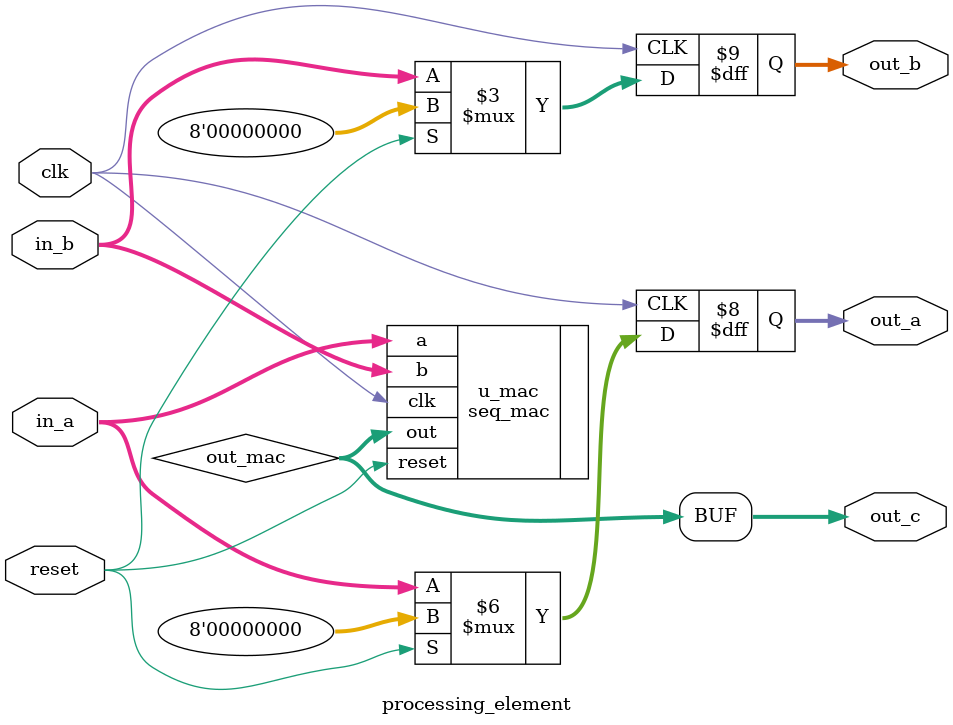
<source format=v>
`timescale 1ns/1ns
`define DWIDTH 8
`define AWIDTH 7
`define MEM_SIZE 128
`define MAT_MUL_SIZE 4
`define LOG2_MAT_MUL_SIZE 2
`define BB_MAT_MUL_SIZE `MAT_MUL_SIZE
`define NUM_CYCLES_IN_MAC 3


module matrix_multiplication(
  clk,
  clk_mem,
  reset,
  enable_writing_to_mem,
  enable_reading_from_mem,
  data_pi,
  addr_pi,
  we_a,
  we_b,
  we_c,
  data_from_out_mat,
  start_mat_mul,
  done_mat_mul
);

  input clk;
  input clk_mem;
  input enable_writing_to_mem;
  input enable_reading_from_mem;
  input [`BB_MAT_MUL_SIZE*`DWIDTH-1:0] data_pi;
  input [`AWIDTH-1:0] addr_pi;
  input we_a;
  input we_b;
  input we_c;
  output [`BB_MAT_MUL_SIZE*`DWIDTH-1:0] data_from_out_mat;
  output done_mat_mul;

  input reset;
  input start_mat_mul;
  reg enable_writing_to_mem_reg;
  reg enable_reading_from_mem_reg;
  reg [`AWIDTH-1:0] addr_pi_reg;
  always @(posedge clk_mem) begin
    if(reset) begin
      enable_writing_to_mem_reg <= 0;
      enable_reading_from_mem_reg <= 0;
      addr_pi_reg <= 0;
    end else begin
      enable_writing_to_mem_reg <= enable_writing_to_mem;
      enable_reading_from_mem_reg <= enable_reading_from_mem;
      addr_pi_reg <= addr_pi;
    end
  end
/////////////////////////////////////////////////
// BRAMs to store matrix A
/////////////////////////////////////////////////

  wire [`BB_MAT_MUL_SIZE*`DWIDTH-1:0] a_data_0_0;
  wire [`BB_MAT_MUL_SIZE*`DWIDTH-1:0] a_data_1_0;
  wire [`BB_MAT_MUL_SIZE*`DWIDTH-1:0] a_data_2_0;
  wire [`BB_MAT_MUL_SIZE*`DWIDTH-1:0] a_data_3_0;
  wire [`BB_MAT_MUL_SIZE*`DWIDTH-1:0] a_data_4_0;
  wire [`BB_MAT_MUL_SIZE*`DWIDTH-1:0] a_data_5_0;
  wire [`BB_MAT_MUL_SIZE*`DWIDTH-1:0] a_data_6_0;
  wire [`BB_MAT_MUL_SIZE*`DWIDTH-1:0] a_data_7_0;
  wire [`BB_MAT_MUL_SIZE*`DWIDTH-1:0] a_data_8_0;
  wire [`BB_MAT_MUL_SIZE*`DWIDTH-1:0] a_data_9_0;
  wire [`BB_MAT_MUL_SIZE*`DWIDTH-1:0] a_data_10_0;
  wire [`BB_MAT_MUL_SIZE*`DWIDTH-1:0] a_data_11_0;
  wire [`BB_MAT_MUL_SIZE*`DWIDTH-1:0] a_data_12_0;
  wire [`BB_MAT_MUL_SIZE*`DWIDTH-1:0] a_data_13_0;
  wire [`BB_MAT_MUL_SIZE*`DWIDTH-1:0] a_data_14_0;
  wire [`BB_MAT_MUL_SIZE*`DWIDTH-1:0] a_data_15_0;

  wire [`AWIDTH-1:0] a_addr_0_0;
  wire [`AWIDTH-1:0] a_addr_1_0;
  wire [`AWIDTH-1:0] a_addr_2_0;
  wire [`AWIDTH-1:0] a_addr_3_0;
  wire [`AWIDTH-1:0] a_addr_4_0;
  wire [`AWIDTH-1:0] a_addr_5_0;
  wire [`AWIDTH-1:0] a_addr_6_0;
  wire [`AWIDTH-1:0] a_addr_7_0;
  wire [`AWIDTH-1:0] a_addr_8_0;
  wire [`AWIDTH-1:0] a_addr_9_0;
  wire [`AWIDTH-1:0] a_addr_10_0;
  wire [`AWIDTH-1:0] a_addr_11_0;
  wire [`AWIDTH-1:0] a_addr_12_0;
  wire [`AWIDTH-1:0] a_addr_13_0;
  wire [`AWIDTH-1:0] a_addr_14_0;
  wire [`AWIDTH-1:0] a_addr_15_0;

  wire [`AWIDTH-1:0] a_addr_muxed_0_0;
  wire [`AWIDTH-1:0] a_addr_muxed_1_0;
  wire [`AWIDTH-1:0] a_addr_muxed_2_0;
  wire [`AWIDTH-1:0] a_addr_muxed_3_0;
  wire [`AWIDTH-1:0] a_addr_muxed_4_0;
  wire [`AWIDTH-1:0] a_addr_muxed_5_0;
  wire [`AWIDTH-1:0] a_addr_muxed_6_0;
  wire [`AWIDTH-1:0] a_addr_muxed_7_0;
  wire [`AWIDTH-1:0] a_addr_muxed_8_0;
  wire [`AWIDTH-1:0] a_addr_muxed_9_0;
  wire [`AWIDTH-1:0] a_addr_muxed_10_0;
  wire [`AWIDTH-1:0] a_addr_muxed_11_0;
  wire [`AWIDTH-1:0] a_addr_muxed_12_0;
  wire [`AWIDTH-1:0] a_addr_muxed_13_0;
  wire [`AWIDTH-1:0] a_addr_muxed_14_0;
  wire [`AWIDTH-1:0] a_addr_muxed_15_0;

  reg  [`AWIDTH-1:0] a_addr_muxed_0_0_reg;
  reg  [`AWIDTH-1:0] a_addr_muxed_1_0_reg;
  reg  [`AWIDTH-1:0] a_addr_muxed_2_0_reg;
  reg  [`AWIDTH-1:0] a_addr_muxed_3_0_reg;
  reg  [`AWIDTH-1:0] a_addr_muxed_4_0_reg;
  reg  [`AWIDTH-1:0] a_addr_muxed_5_0_reg;
  reg  [`AWIDTH-1:0] a_addr_muxed_6_0_reg;
  reg  [`AWIDTH-1:0] a_addr_muxed_7_0_reg;
  reg  [`AWIDTH-1:0] a_addr_muxed_8_0_reg;
  reg  [`AWIDTH-1:0] a_addr_muxed_9_0_reg;
  reg  [`AWIDTH-1:0] a_addr_muxed_10_0_reg;
  reg  [`AWIDTH-1:0] a_addr_muxed_11_0_reg;
  reg  [`AWIDTH-1:0] a_addr_muxed_12_0_reg;
  reg  [`AWIDTH-1:0] a_addr_muxed_13_0_reg;
  reg  [`AWIDTH-1:0] a_addr_muxed_14_0_reg;
  reg  [`AWIDTH-1:0] a_addr_muxed_15_0_reg;

  reg  [`AWIDTH-1:0] a_addr_0_0_reg;
  reg  [`AWIDTH-1:0] a_addr_1_0_reg;
  reg  [`AWIDTH-1:0] a_addr_2_0_reg;
  reg  [`AWIDTH-1:0] a_addr_3_0_reg;
  reg  [`AWIDTH-1:0] a_addr_4_0_reg;
  reg  [`AWIDTH-1:0] a_addr_5_0_reg;
  reg  [`AWIDTH-1:0] a_addr_6_0_reg;
  reg  [`AWIDTH-1:0] a_addr_7_0_reg;
  reg  [`AWIDTH-1:0] a_addr_8_0_reg;
  reg  [`AWIDTH-1:0] a_addr_9_0_reg;
  reg  [`AWIDTH-1:0] a_addr_10_0_reg;
  reg  [`AWIDTH-1:0] a_addr_11_0_reg;
  reg  [`AWIDTH-1:0] a_addr_12_0_reg;
  reg  [`AWIDTH-1:0] a_addr_13_0_reg;
  reg  [`AWIDTH-1:0] a_addr_14_0_reg;
  reg  [`AWIDTH-1:0] a_addr_15_0_reg;


  always @(posedge clk_mem) begin
    if(reset) begin
      a_addr_0_0_reg <= 0;
      a_addr_1_0_reg <= 0;
      a_addr_2_0_reg <= 0;
      a_addr_3_0_reg <= 0;
      a_addr_4_0_reg <= 0;
      a_addr_5_0_reg <= 0;
      a_addr_6_0_reg <= 0;
      a_addr_7_0_reg <= 0;
      a_addr_8_0_reg <= 0;
      a_addr_9_0_reg <= 0;
      a_addr_10_0_reg <= 0;
      a_addr_11_0_reg <= 0;
      a_addr_12_0_reg <= 0;
      a_addr_13_0_reg <= 0;
      a_addr_14_0_reg <= 0;
      a_addr_15_0_reg <= 0;
      a_addr_muxed_0_0_reg <= 0;
      a_addr_muxed_1_0_reg <= 0;
      a_addr_muxed_2_0_reg <= 0;
      a_addr_muxed_3_0_reg <= 0;
      a_addr_muxed_4_0_reg <= 0;
      a_addr_muxed_5_0_reg <= 0;
      a_addr_muxed_6_0_reg <= 0;
      a_addr_muxed_7_0_reg <= 0;
      a_addr_muxed_8_0_reg <= 0;
      a_addr_muxed_9_0_reg <= 0;
      a_addr_muxed_10_0_reg <= 0;
      a_addr_muxed_11_0_reg <= 0;
      a_addr_muxed_12_0_reg <= 0;
      a_addr_muxed_13_0_reg <= 0;
      a_addr_muxed_14_0_reg <= 0;
      a_addr_muxed_15_0_reg <= 0;
    end else begin
      a_addr_0_0_reg <= a_addr_0_0;
      a_addr_1_0_reg <= a_addr_1_0;
      a_addr_2_0_reg <= a_addr_2_0;
      a_addr_3_0_reg <= a_addr_3_0;
      a_addr_4_0_reg <= a_addr_4_0;
      a_addr_5_0_reg <= a_addr_5_0;
      a_addr_6_0_reg <= a_addr_6_0;
      a_addr_7_0_reg <= a_addr_7_0;
      a_addr_8_0_reg <= a_addr_8_0;
      a_addr_9_0_reg <= a_addr_9_0;
      a_addr_10_0_reg <= a_addr_10_0;
      a_addr_11_0_reg <= a_addr_11_0;
      a_addr_12_0_reg <= a_addr_12_0;
      a_addr_13_0_reg <= a_addr_13_0;
      a_addr_14_0_reg <= a_addr_14_0;
      a_addr_15_0_reg <= a_addr_15_0;
      a_addr_muxed_0_0_reg <= a_addr_muxed_0_0;
      a_addr_muxed_1_0_reg <= a_addr_muxed_1_0;
      a_addr_muxed_2_0_reg <= a_addr_muxed_2_0;
      a_addr_muxed_3_0_reg <= a_addr_muxed_3_0;
      a_addr_muxed_4_0_reg <= a_addr_muxed_4_0;
      a_addr_muxed_5_0_reg <= a_addr_muxed_5_0;
      a_addr_muxed_6_0_reg <= a_addr_muxed_6_0;
      a_addr_muxed_7_0_reg <= a_addr_muxed_7_0;
      a_addr_muxed_8_0_reg <= a_addr_muxed_8_0;
      a_addr_muxed_9_0_reg <= a_addr_muxed_9_0;
      a_addr_muxed_10_0_reg <= a_addr_muxed_10_0;
      a_addr_muxed_11_0_reg <= a_addr_muxed_11_0;
      a_addr_muxed_12_0_reg <= a_addr_muxed_12_0;
      a_addr_muxed_13_0_reg <= a_addr_muxed_13_0;
      a_addr_muxed_14_0_reg <= a_addr_muxed_14_0;
      a_addr_muxed_15_0_reg <= a_addr_muxed_15_0;
    end
  end

  assign a_addr_muxed_0_0 = (enable_writing_to_mem_reg) ? addr_pi_reg : a_addr_0_0_reg;
  assign a_addr_muxed_1_0 = (enable_writing_to_mem_reg) ? addr_pi_reg : a_addr_1_0_reg;
  assign a_addr_muxed_2_0 = (enable_writing_to_mem_reg) ? addr_pi_reg : a_addr_2_0_reg;
  assign a_addr_muxed_3_0 = (enable_writing_to_mem_reg) ? addr_pi_reg : a_addr_3_0_reg;
  assign a_addr_muxed_4_0 = (enable_writing_to_mem_reg) ? addr_pi_reg : a_addr_4_0_reg;
  assign a_addr_muxed_5_0 = (enable_writing_to_mem_reg) ? addr_pi_reg : a_addr_5_0_reg;
  assign a_addr_muxed_6_0 = (enable_writing_to_mem_reg) ? addr_pi_reg : a_addr_6_0_reg;
  assign a_addr_muxed_7_0 = (enable_writing_to_mem_reg) ? addr_pi_reg : a_addr_7_0_reg;
  assign a_addr_muxed_8_0 = (enable_writing_to_mem_reg) ? addr_pi_reg : a_addr_8_0_reg;
  assign a_addr_muxed_9_0 = (enable_writing_to_mem_reg) ? addr_pi_reg : a_addr_9_0_reg;
  assign a_addr_muxed_10_0 = (enable_writing_to_mem_reg) ? addr_pi_reg : a_addr_10_0_reg;
  assign a_addr_muxed_11_0 = (enable_writing_to_mem_reg) ? addr_pi_reg : a_addr_11_0_reg;
  assign a_addr_muxed_12_0 = (enable_writing_to_mem_reg) ? addr_pi_reg : a_addr_12_0_reg;
  assign a_addr_muxed_13_0 = (enable_writing_to_mem_reg) ? addr_pi_reg : a_addr_13_0_reg;
  assign a_addr_muxed_14_0 = (enable_writing_to_mem_reg) ? addr_pi_reg : a_addr_14_0_reg;
  assign a_addr_muxed_15_0 = (enable_writing_to_mem_reg) ? addr_pi_reg : a_addr_15_0_reg;

  // BRAM matrix A 0_0
  ram matrix_A_0_0 (
    .addr0(a_addr_muxed_0_0_reg),
    .d0(data_pi),
    .we0(we_a),
    .q0(a_data_0_0),
    .clk(clk_mem));

  // BRAM matrix A 1_0
  ram matrix_A_1_0 (
    .addr0(a_addr_muxed_1_0_reg),
    .d0(data_pi),
    .we0(we_a),
    .q0(a_data_1_0),
    .clk(clk_mem));

  // BRAM matrix A 2_0
  ram matrix_A_2_0 (
    .addr0(a_addr_muxed_2_0_reg),
    .d0(data_pi),
    .we0(we_a),
    .q0(a_data_2_0),
    .clk(clk_mem));

  // BRAM matrix A 3_0
  ram matrix_A_3_0 (
    .addr0(a_addr_muxed_3_0_reg),
    .d0(data_pi),
    .we0(we_a),
    .q0(a_data_3_0),
    .clk(clk_mem));

  // BRAM matrix A 4_0
  ram matrix_A_4_0 (
    .addr0(a_addr_muxed_4_0_reg),
    .d0(data_pi),
    .we0(we_a),
    .q0(a_data_4_0),
    .clk(clk_mem));

  // BRAM matrix A 5_0
  ram matrix_A_5_0 (
    .addr0(a_addr_muxed_5_0_reg),
    .d0(data_pi),
    .we0(we_a),
    .q0(a_data_5_0),
    .clk(clk_mem));

  // BRAM matrix A 6_0
  ram matrix_A_6_0 (
    .addr0(a_addr_muxed_6_0_reg),
    .d0(data_pi),
    .we0(we_a),
    .q0(a_data_6_0),
    .clk(clk_mem));

  // BRAM matrix A 7_0
  ram matrix_A_7_0 (
    .addr0(a_addr_muxed_7_0_reg),
    .d0(data_pi),
    .we0(we_a),
    .q0(a_data_7_0),
    .clk(clk_mem));

  // BRAM matrix A 8_0
  ram matrix_A_8_0 (
    .addr0(a_addr_muxed_8_0_reg),
    .d0(data_pi),
    .we0(we_a),
    .q0(a_data_8_0),
    .clk(clk_mem));

  // BRAM matrix A 9_0
  ram matrix_A_9_0 (
    .addr0(a_addr_muxed_9_0_reg),
    .d0(data_pi),
    .we0(we_a),
    .q0(a_data_9_0),
    .clk(clk_mem));

  // BRAM matrix A 10_0
  ram matrix_A_10_0 (
    .addr0(a_addr_muxed_10_0_reg),
    .d0(data_pi),
    .we0(we_a),
    .q0(a_data_10_0),
    .clk(clk_mem));

  // BRAM matrix A 11_0
  ram matrix_A_11_0 (
    .addr0(a_addr_muxed_11_0_reg),
    .d0(data_pi),
    .we0(we_a),
    .q0(a_data_11_0),
    .clk(clk_mem));

  // BRAM matrix A 12_0
  ram matrix_A_12_0 (
    .addr0(a_addr_muxed_12_0_reg),
    .d0(data_pi),
    .we0(we_a),
    .q0(a_data_12_0),
    .clk(clk_mem));

  // BRAM matrix A 13_0
  ram matrix_A_13_0 (
    .addr0(a_addr_muxed_13_0_reg),
    .d0(data_pi),
    .we0(we_a),
    .q0(a_data_13_0),
    .clk(clk_mem));

  // BRAM matrix A 14_0
  ram matrix_A_14_0 (
    .addr0(a_addr_muxed_14_0_reg),
    .d0(data_pi),
    .we0(we_a),
    .q0(a_data_14_0),
    .clk(clk_mem));

  // BRAM matrix A 15_0
  ram matrix_A_15_0 (
    .addr0(a_addr_muxed_15_0_reg),
    .d0(data_pi),
    .we0(we_a),
    .q0(a_data_15_0),
    .clk(clk_mem));

  reg [`BB_MAT_MUL_SIZE*`DWIDTH-1:0] a_data_0_0_reg;
  reg [`BB_MAT_MUL_SIZE*`DWIDTH-1:0] a_data_1_0_reg;
  reg [`BB_MAT_MUL_SIZE*`DWIDTH-1:0] a_data_2_0_reg;
  reg [`BB_MAT_MUL_SIZE*`DWIDTH-1:0] a_data_3_0_reg;
  reg [`BB_MAT_MUL_SIZE*`DWIDTH-1:0] a_data_4_0_reg;
  reg [`BB_MAT_MUL_SIZE*`DWIDTH-1:0] a_data_5_0_reg;
  reg [`BB_MAT_MUL_SIZE*`DWIDTH-1:0] a_data_6_0_reg;
  reg [`BB_MAT_MUL_SIZE*`DWIDTH-1:0] a_data_7_0_reg;
  reg [`BB_MAT_MUL_SIZE*`DWIDTH-1:0] a_data_8_0_reg;
  reg [`BB_MAT_MUL_SIZE*`DWIDTH-1:0] a_data_9_0_reg;
  reg [`BB_MAT_MUL_SIZE*`DWIDTH-1:0] a_data_10_0_reg;
  reg [`BB_MAT_MUL_SIZE*`DWIDTH-1:0] a_data_11_0_reg;
  reg [`BB_MAT_MUL_SIZE*`DWIDTH-1:0] a_data_12_0_reg;
  reg [`BB_MAT_MUL_SIZE*`DWIDTH-1:0] a_data_13_0_reg;
  reg [`BB_MAT_MUL_SIZE*`DWIDTH-1:0] a_data_14_0_reg;
  reg [`BB_MAT_MUL_SIZE*`DWIDTH-1:0] a_data_15_0_reg;
  always @(posedge clk_mem) begin
    if (reset) begin
      a_data_0_0_reg <= 0;
      a_data_1_0_reg <= 0;
      a_data_2_0_reg <= 0;
      a_data_3_0_reg <= 0;
      a_data_4_0_reg <= 0;
      a_data_5_0_reg <= 0;
      a_data_6_0_reg <= 0;
      a_data_7_0_reg <= 0;
      a_data_8_0_reg <= 0;
      a_data_9_0_reg <= 0;
      a_data_10_0_reg <= 0;
      a_data_11_0_reg <= 0;
      a_data_12_0_reg <= 0;
      a_data_13_0_reg <= 0;
      a_data_14_0_reg <= 0;
      a_data_15_0_reg <= 0;
    end else begin
;      a_data_0_0_reg <= a_data_0_0;
      a_data_1_0_reg <= a_data_1_0;
      a_data_2_0_reg <= a_data_2_0;
      a_data_3_0_reg <= a_data_3_0;
      a_data_4_0_reg <= a_data_4_0;
      a_data_5_0_reg <= a_data_5_0;
      a_data_6_0_reg <= a_data_6_0;
      a_data_7_0_reg <= a_data_7_0;
      a_data_8_0_reg <= a_data_8_0;
      a_data_9_0_reg <= a_data_9_0;
      a_data_10_0_reg <= a_data_10_0;
      a_data_11_0_reg <= a_data_11_0;
      a_data_12_0_reg <= a_data_12_0;
      a_data_13_0_reg <= a_data_13_0;
      a_data_14_0_reg <= a_data_14_0;
      a_data_15_0_reg <= a_data_15_0;
    end
  end

/////////////////////////////////////////////////
// BRAMs to store matrix B
/////////////////////////////////////////////////

  wire [`BB_MAT_MUL_SIZE*`DWIDTH-1:0] b_data_0_0;
  wire [`BB_MAT_MUL_SIZE*`DWIDTH-1:0] b_data_0_1;
  wire [`BB_MAT_MUL_SIZE*`DWIDTH-1:0] b_data_0_2;
  wire [`BB_MAT_MUL_SIZE*`DWIDTH-1:0] b_data_0_3;
  wire [`BB_MAT_MUL_SIZE*`DWIDTH-1:0] b_data_0_4;
  wire [`BB_MAT_MUL_SIZE*`DWIDTH-1:0] b_data_0_5;
  wire [`BB_MAT_MUL_SIZE*`DWIDTH-1:0] b_data_0_6;
  wire [`BB_MAT_MUL_SIZE*`DWIDTH-1:0] b_data_0_7;
  wire [`BB_MAT_MUL_SIZE*`DWIDTH-1:0] b_data_0_8;
  wire [`BB_MAT_MUL_SIZE*`DWIDTH-1:0] b_data_0_9;
  wire [`BB_MAT_MUL_SIZE*`DWIDTH-1:0] b_data_0_10;
  wire [`BB_MAT_MUL_SIZE*`DWIDTH-1:0] b_data_0_11;
  wire [`BB_MAT_MUL_SIZE*`DWIDTH-1:0] b_data_0_12;
  wire [`BB_MAT_MUL_SIZE*`DWIDTH-1:0] b_data_0_13;
  wire [`BB_MAT_MUL_SIZE*`DWIDTH-1:0] b_data_0_14;
  wire [`BB_MAT_MUL_SIZE*`DWIDTH-1:0] b_data_0_15;

  wire [`AWIDTH-1:0] b_addr_0_0;
  wire [`AWIDTH-1:0] b_addr_0_1;
  wire [`AWIDTH-1:0] b_addr_0_2;
  wire [`AWIDTH-1:0] b_addr_0_3;
  wire [`AWIDTH-1:0] b_addr_0_4;
  wire [`AWIDTH-1:0] b_addr_0_5;
  wire [`AWIDTH-1:0] b_addr_0_6;
  wire [`AWIDTH-1:0] b_addr_0_7;
  wire [`AWIDTH-1:0] b_addr_0_8;
  wire [`AWIDTH-1:0] b_addr_0_9;
  wire [`AWIDTH-1:0] b_addr_0_10;
  wire [`AWIDTH-1:0] b_addr_0_11;
  wire [`AWIDTH-1:0] b_addr_0_12;
  wire [`AWIDTH-1:0] b_addr_0_13;
  wire [`AWIDTH-1:0] b_addr_0_14;
  wire [`AWIDTH-1:0] b_addr_0_15;

  wire [`AWIDTH-1:0] b_addr_muxed_0_0;
  wire [`AWIDTH-1:0] b_addr_muxed_0_1;
  wire [`AWIDTH-1:0] b_addr_muxed_0_2;
  wire [`AWIDTH-1:0] b_addr_muxed_0_3;
  wire [`AWIDTH-1:0] b_addr_muxed_0_4;
  wire [`AWIDTH-1:0] b_addr_muxed_0_5;
  wire [`AWIDTH-1:0] b_addr_muxed_0_6;
  wire [`AWIDTH-1:0] b_addr_muxed_0_7;
  wire [`AWIDTH-1:0] b_addr_muxed_0_8;
  wire [`AWIDTH-1:0] b_addr_muxed_0_9;
  wire [`AWIDTH-1:0] b_addr_muxed_0_10;
  wire [`AWIDTH-1:0] b_addr_muxed_0_11;
  wire [`AWIDTH-1:0] b_addr_muxed_0_12;
  wire [`AWIDTH-1:0] b_addr_muxed_0_13;
  wire [`AWIDTH-1:0] b_addr_muxed_0_14;
  wire [`AWIDTH-1:0] b_addr_muxed_0_15;

  reg  [`AWIDTH-1:0] b_addr_muxed_0_0_reg;
  reg  [`AWIDTH-1:0] b_addr_muxed_0_1_reg;
  reg  [`AWIDTH-1:0] b_addr_muxed_0_2_reg;
  reg  [`AWIDTH-1:0] b_addr_muxed_0_3_reg;
  reg  [`AWIDTH-1:0] b_addr_muxed_0_4_reg;
  reg  [`AWIDTH-1:0] b_addr_muxed_0_5_reg;
  reg  [`AWIDTH-1:0] b_addr_muxed_0_6_reg;
  reg  [`AWIDTH-1:0] b_addr_muxed_0_7_reg;
  reg  [`AWIDTH-1:0] b_addr_muxed_0_8_reg;
  reg  [`AWIDTH-1:0] b_addr_muxed_0_9_reg;
  reg  [`AWIDTH-1:0] b_addr_muxed_0_10_reg;
  reg  [`AWIDTH-1:0] b_addr_muxed_0_11_reg;
  reg  [`AWIDTH-1:0] b_addr_muxed_0_12_reg;
  reg  [`AWIDTH-1:0] b_addr_muxed_0_13_reg;
  reg  [`AWIDTH-1:0] b_addr_muxed_0_14_reg;
  reg  [`AWIDTH-1:0] b_addr_muxed_0_15_reg;

  reg  [`AWIDTH-1:0] b_addr_0_0_reg;
  reg  [`AWIDTH-1:0] b_addr_0_1_reg;
  reg  [`AWIDTH-1:0] b_addr_0_2_reg;
  reg  [`AWIDTH-1:0] b_addr_0_3_reg;
  reg  [`AWIDTH-1:0] b_addr_0_4_reg;
  reg  [`AWIDTH-1:0] b_addr_0_5_reg;
  reg  [`AWIDTH-1:0] b_addr_0_6_reg;
  reg  [`AWIDTH-1:0] b_addr_0_7_reg;
  reg  [`AWIDTH-1:0] b_addr_0_8_reg;
  reg  [`AWIDTH-1:0] b_addr_0_9_reg;
  reg  [`AWIDTH-1:0] b_addr_0_10_reg;
  reg  [`AWIDTH-1:0] b_addr_0_11_reg;
  reg  [`AWIDTH-1:0] b_addr_0_12_reg;
  reg  [`AWIDTH-1:0] b_addr_0_13_reg;
  reg  [`AWIDTH-1:0] b_addr_0_14_reg;
  reg  [`AWIDTH-1:0] b_addr_0_15_reg;



  always @(posedge clk_mem) begin
    if(reset) begin
      b_addr_0_0_reg <= 0;
      b_addr_0_1_reg <= 0;
      b_addr_0_2_reg <= 0;
      b_addr_0_3_reg <= 0;
      b_addr_0_4_reg <= 0;
      b_addr_0_5_reg <= 0;
      b_addr_0_6_reg <= 0;
      b_addr_0_7_reg <= 0;
      b_addr_0_8_reg <= 0;
      b_addr_0_9_reg <= 0;
      b_addr_0_10_reg <= 0;
      b_addr_0_11_reg <= 0;
      b_addr_0_12_reg <= 0;
      b_addr_0_13_reg <= 0;
      b_addr_0_14_reg <= 0;
      b_addr_0_15_reg <= 0;
      b_addr_muxed_0_0_reg <= 0;
      b_addr_muxed_0_1_reg <= 0;
      b_addr_muxed_0_2_reg <= 0;
      b_addr_muxed_0_3_reg <= 0;
      b_addr_muxed_0_4_reg <= 0;
      b_addr_muxed_0_5_reg <= 0;
      b_addr_muxed_0_6_reg <= 0;
      b_addr_muxed_0_7_reg <= 0;
      b_addr_muxed_0_8_reg <= 0;
      b_addr_muxed_0_9_reg <= 0;
      b_addr_muxed_0_10_reg <= 0;
      b_addr_muxed_0_11_reg <= 0;
      b_addr_muxed_0_12_reg <= 0;
      b_addr_muxed_0_13_reg <= 0;
      b_addr_muxed_0_14_reg <= 0;
      b_addr_muxed_0_15_reg <= 0;
    end else begin
      b_addr_0_0_reg <= b_addr_0_0;
      b_addr_0_1_reg <= b_addr_0_1;
      b_addr_0_2_reg <= b_addr_0_2;
      b_addr_0_3_reg <= b_addr_0_3;
      b_addr_0_4_reg <= b_addr_0_4;
      b_addr_0_5_reg <= b_addr_0_5;
      b_addr_0_6_reg <= b_addr_0_6;
      b_addr_0_7_reg <= b_addr_0_7;
      b_addr_0_8_reg <= b_addr_0_8;
      b_addr_0_9_reg <= b_addr_0_9;
      b_addr_0_10_reg <= b_addr_0_10;
      b_addr_0_11_reg <= b_addr_0_11;
      b_addr_0_12_reg <= b_addr_0_12;
      b_addr_0_13_reg <= b_addr_0_13;
      b_addr_0_14_reg <= b_addr_0_14;
      b_addr_0_15_reg <= b_addr_0_15;
      b_addr_muxed_0_0_reg <= b_addr_muxed_0_0;
      b_addr_muxed_0_1_reg <= b_addr_muxed_0_1;
      b_addr_muxed_0_2_reg <= b_addr_muxed_0_2;
      b_addr_muxed_0_3_reg <= b_addr_muxed_0_3;
      b_addr_muxed_0_4_reg <= b_addr_muxed_0_4;
      b_addr_muxed_0_5_reg <= b_addr_muxed_0_5;
      b_addr_muxed_0_6_reg <= b_addr_muxed_0_6;
      b_addr_muxed_0_7_reg <= b_addr_muxed_0_7;
      b_addr_muxed_0_8_reg <= b_addr_muxed_0_8;
      b_addr_muxed_0_9_reg <= b_addr_muxed_0_9;
      b_addr_muxed_0_10_reg <= b_addr_muxed_0_10;
      b_addr_muxed_0_11_reg <= b_addr_muxed_0_11;
      b_addr_muxed_0_12_reg <= b_addr_muxed_0_12;
      b_addr_muxed_0_13_reg <= b_addr_muxed_0_13;
      b_addr_muxed_0_14_reg <= b_addr_muxed_0_14;
      b_addr_muxed_0_15_reg <= b_addr_muxed_0_15;
    end
  end

  assign b_addr_muxed_0_0 = (enable_writing_to_mem_reg) ? addr_pi_reg : b_addr_0_0_reg;
  assign b_addr_muxed_0_1 = (enable_writing_to_mem_reg) ? addr_pi_reg : b_addr_0_1_reg;
  assign b_addr_muxed_0_2 = (enable_writing_to_mem_reg) ? addr_pi_reg : b_addr_0_2_reg;
  assign b_addr_muxed_0_3 = (enable_writing_to_mem_reg) ? addr_pi_reg : b_addr_0_3_reg;
  assign b_addr_muxed_0_4 = (enable_writing_to_mem_reg) ? addr_pi_reg : b_addr_0_4_reg;
  assign b_addr_muxed_0_5 = (enable_writing_to_mem_reg) ? addr_pi_reg : b_addr_0_5_reg;
  assign b_addr_muxed_0_6 = (enable_writing_to_mem_reg) ? addr_pi_reg : b_addr_0_6_reg;
  assign b_addr_muxed_0_7 = (enable_writing_to_mem_reg) ? addr_pi_reg : b_addr_0_7_reg;
  assign b_addr_muxed_0_8 = (enable_writing_to_mem_reg) ? addr_pi_reg : b_addr_0_8_reg;
  assign b_addr_muxed_0_9 = (enable_writing_to_mem_reg) ? addr_pi_reg : b_addr_0_9_reg;
  assign b_addr_muxed_0_10 = (enable_writing_to_mem_reg) ? addr_pi_reg : b_addr_0_10_reg;
  assign b_addr_muxed_0_11 = (enable_writing_to_mem_reg) ? addr_pi_reg : b_addr_0_11_reg;
  assign b_addr_muxed_0_12 = (enable_writing_to_mem_reg) ? addr_pi_reg : b_addr_0_12_reg;
  assign b_addr_muxed_0_13 = (enable_writing_to_mem_reg) ? addr_pi_reg : b_addr_0_13_reg;
  assign b_addr_muxed_0_14 = (enable_writing_to_mem_reg) ? addr_pi_reg : b_addr_0_14_reg;
  assign b_addr_muxed_0_15 = (enable_writing_to_mem_reg) ? addr_pi_reg : b_addr_0_15_reg;

  // BRAM matrix B 0_0
  ram matrix_B_0_0 (
    .addr0(b_addr_muxed_0_0_reg),
    .d0(data_pi),
    .we0(we_b),
    .q0(b_data_0_0),
    .clk(clk_mem));

  // BRAM matrix B 0_1
  ram matrix_B_0_1 (
    .addr0(b_addr_muxed_0_1_reg),
    .d0(data_pi),
    .we0(we_b),
    .q0(b_data_0_1),
    .clk(clk_mem));

  // BRAM matrix B 0_2
  ram matrix_B_0_2 (
    .addr0(b_addr_muxed_0_2_reg),
    .d0(data_pi),
    .we0(we_b),
    .q0(b_data_0_2),
    .clk(clk_mem));

  // BRAM matrix B 0_3
  ram matrix_B_0_3 (
    .addr0(b_addr_muxed_0_3_reg),
    .d0(data_pi),
    .we0(we_b),
    .q0(b_data_0_3),
    .clk(clk_mem));

  // BRAM matrix B 0_4
  ram matrix_B_0_4 (
    .addr0(b_addr_muxed_0_4_reg),
    .d0(data_pi),
    .we0(we_b),
    .q0(b_data_0_4),
    .clk(clk_mem));

  // BRAM matrix B 0_5
  ram matrix_B_0_5 (
    .addr0(b_addr_muxed_0_5_reg),
    .d0(data_pi),
    .we0(we_b),
    .q0(b_data_0_5),
    .clk(clk_mem));

  // BRAM matrix B 0_6
  ram matrix_B_0_6 (
    .addr0(b_addr_muxed_0_6_reg),
    .d0(data_pi),
    .we0(we_b),
    .q0(b_data_0_6),
    .clk(clk_mem));

  // BRAM matrix B 0_7
  ram matrix_B_0_7 (
    .addr0(b_addr_muxed_0_7_reg),
    .d0(data_pi),
    .we0(we_b),
    .q0(b_data_0_7),
    .clk(clk_mem));

  // BRAM matrix B 0_8
  ram matrix_B_0_8 (
    .addr0(b_addr_muxed_0_8_reg),
    .d0(data_pi),
    .we0(we_b),
    .q0(b_data_0_8),
    .clk(clk_mem));

  // BRAM matrix B 0_9
  ram matrix_B_0_9 (
    .addr0(b_addr_muxed_0_9_reg),
    .d0(data_pi),
    .we0(we_b),
    .q0(b_data_0_9),
    .clk(clk_mem));

  // BRAM matrix B 0_10
  ram matrix_B_0_10 (
    .addr0(b_addr_muxed_0_10_reg),
    .d0(data_pi),
    .we0(we_b),
    .q0(b_data_0_10),
    .clk(clk_mem));

  // BRAM matrix B 0_11
  ram matrix_B_0_11 (
    .addr0(b_addr_muxed_0_11_reg),
    .d0(data_pi),
    .we0(we_b),
    .q0(b_data_0_11),
    .clk(clk_mem));

  // BRAM matrix B 0_12
  ram matrix_B_0_12 (
    .addr0(b_addr_muxed_0_12_reg),
    .d0(data_pi),
    .we0(we_b),
    .q0(b_data_0_12),
    .clk(clk_mem));

  // BRAM matrix B 0_13
  ram matrix_B_0_13 (
    .addr0(b_addr_muxed_0_13_reg),
    .d0(data_pi),
    .we0(we_b),
    .q0(b_data_0_13),
    .clk(clk_mem));

  // BRAM matrix B 0_14
  ram matrix_B_0_14 (
    .addr0(b_addr_muxed_0_14_reg),
    .d0(data_pi),
    .we0(we_b),
    .q0(b_data_0_14),
    .clk(clk_mem));

  // BRAM matrix B 0_15
  ram matrix_B_0_15 (
    .addr0(b_addr_muxed_0_15_reg),
    .d0(data_pi),
    .we0(we_b),
    .q0(b_data_0_15),
    .clk(clk_mem));

  reg [`BB_MAT_MUL_SIZE*`DWIDTH-1:0] b_data_0_0_reg;
  reg [`BB_MAT_MUL_SIZE*`DWIDTH-1:0] b_data_0_1_reg;
  reg [`BB_MAT_MUL_SIZE*`DWIDTH-1:0] b_data_0_2_reg;
  reg [`BB_MAT_MUL_SIZE*`DWIDTH-1:0] b_data_0_3_reg;
  reg [`BB_MAT_MUL_SIZE*`DWIDTH-1:0] b_data_0_4_reg;
  reg [`BB_MAT_MUL_SIZE*`DWIDTH-1:0] b_data_0_5_reg;
  reg [`BB_MAT_MUL_SIZE*`DWIDTH-1:0] b_data_0_6_reg;
  reg [`BB_MAT_MUL_SIZE*`DWIDTH-1:0] b_data_0_7_reg;
  reg [`BB_MAT_MUL_SIZE*`DWIDTH-1:0] b_data_0_8_reg;
  reg [`BB_MAT_MUL_SIZE*`DWIDTH-1:0] b_data_0_9_reg;
  reg [`BB_MAT_MUL_SIZE*`DWIDTH-1:0] b_data_0_10_reg;
  reg [`BB_MAT_MUL_SIZE*`DWIDTH-1:0] b_data_0_11_reg;
  reg [`BB_MAT_MUL_SIZE*`DWIDTH-1:0] b_data_0_12_reg;
  reg [`BB_MAT_MUL_SIZE*`DWIDTH-1:0] b_data_0_13_reg;
  reg [`BB_MAT_MUL_SIZE*`DWIDTH-1:0] b_data_0_14_reg;
  reg [`BB_MAT_MUL_SIZE*`DWIDTH-1:0] b_data_0_15_reg;
  always @(posedge clk_mem) begin
    if (reset) begin
      b_data_0_0_reg <= 0;
      b_data_0_1_reg <= 0;
      b_data_0_2_reg <= 0;
      b_data_0_3_reg <= 0;
      b_data_0_4_reg <= 0;
      b_data_0_5_reg <= 0;
      b_data_0_6_reg <= 0;
      b_data_0_7_reg <= 0;
      b_data_0_8_reg <= 0;
      b_data_0_9_reg <= 0;
      b_data_0_10_reg <= 0;
      b_data_0_11_reg <= 0;
      b_data_0_12_reg <= 0;
      b_data_0_13_reg <= 0;
      b_data_0_14_reg <= 0;
      b_data_0_15_reg <= 0;
    end else begin
;      b_data_0_0_reg <= b_data_0_0;
      b_data_0_1_reg <= b_data_0_1;
      b_data_0_2_reg <= b_data_0_2;
      b_data_0_3_reg <= b_data_0_3;
      b_data_0_4_reg <= b_data_0_4;
      b_data_0_5_reg <= b_data_0_5;
      b_data_0_6_reg <= b_data_0_6;
      b_data_0_7_reg <= b_data_0_7;
      b_data_0_8_reg <= b_data_0_8;
      b_data_0_9_reg <= b_data_0_9;
      b_data_0_10_reg <= b_data_0_10;
      b_data_0_11_reg <= b_data_0_11;
      b_data_0_12_reg <= b_data_0_12;
      b_data_0_13_reg <= b_data_0_13;
      b_data_0_14_reg <= b_data_0_14;
      b_data_0_15_reg <= b_data_0_15;
    end
  end

/////////////////////////////////////////////////
// BRAMs to store matrix C
/////////////////////////////////////////////////

  reg [`AWIDTH-1:0] c_addr;

  wire [`AWIDTH-1:0] c_addr_muxed_0_0;
  wire [`AWIDTH-1:0] c_addr_muxed_0_1;
  wire [`AWIDTH-1:0] c_addr_muxed_0_2;
  wire [`AWIDTH-1:0] c_addr_muxed_0_3;
  wire [`AWIDTH-1:0] c_addr_muxed_0_4;
  wire [`AWIDTH-1:0] c_addr_muxed_0_5;
  wire [`AWIDTH-1:0] c_addr_muxed_0_6;
  wire [`AWIDTH-1:0] c_addr_muxed_0_7;
  wire [`AWIDTH-1:0] c_addr_muxed_0_8;
  wire [`AWIDTH-1:0] c_addr_muxed_0_9;
  wire [`AWIDTH-1:0] c_addr_muxed_0_10;
  wire [`AWIDTH-1:0] c_addr_muxed_0_11;
  wire [`AWIDTH-1:0] c_addr_muxed_0_12;
  wire [`AWIDTH-1:0] c_addr_muxed_0_13;
  wire [`AWIDTH-1:0] c_addr_muxed_0_14;
  wire [`AWIDTH-1:0] c_addr_muxed_0_15;
  reg  [`AWIDTH-1:0] c_addr_muxed_0_0_reg;
  reg  [`AWIDTH-1:0] c_addr_muxed_0_1_reg;
  reg  [`AWIDTH-1:0] c_addr_muxed_0_2_reg;
  reg  [`AWIDTH-1:0] c_addr_muxed_0_3_reg;
  reg  [`AWIDTH-1:0] c_addr_muxed_0_4_reg;
  reg  [`AWIDTH-1:0] c_addr_muxed_0_5_reg;
  reg  [`AWIDTH-1:0] c_addr_muxed_0_6_reg;
  reg  [`AWIDTH-1:0] c_addr_muxed_0_7_reg;
  reg  [`AWIDTH-1:0] c_addr_muxed_0_8_reg;
  reg  [`AWIDTH-1:0] c_addr_muxed_0_9_reg;
  reg  [`AWIDTH-1:0] c_addr_muxed_0_10_reg;
  reg  [`AWIDTH-1:0] c_addr_muxed_0_11_reg;
  reg  [`AWIDTH-1:0] c_addr_muxed_0_12_reg;
  reg  [`AWIDTH-1:0] c_addr_muxed_0_13_reg;
  reg  [`AWIDTH-1:0] c_addr_muxed_0_14_reg;
  reg  [`AWIDTH-1:0] c_addr_muxed_0_15_reg;

  assign c_addr_muxed_0_0 = (enable_reading_from_mem_reg) ? addr_pi_reg : c_addr;
  assign c_addr_muxed_0_1 = (enable_reading_from_mem_reg) ? addr_pi_reg : c_addr;
  assign c_addr_muxed_0_2 = (enable_reading_from_mem_reg) ? addr_pi_reg : c_addr;
  assign c_addr_muxed_0_3 = (enable_reading_from_mem_reg) ? addr_pi_reg : c_addr;
  assign c_addr_muxed_0_4 = (enable_reading_from_mem_reg) ? addr_pi_reg : c_addr;
  assign c_addr_muxed_0_5 = (enable_reading_from_mem_reg) ? addr_pi_reg : c_addr;
  assign c_addr_muxed_0_6 = (enable_reading_from_mem_reg) ? addr_pi_reg : c_addr;
  assign c_addr_muxed_0_7 = (enable_reading_from_mem_reg) ? addr_pi_reg : c_addr;
  assign c_addr_muxed_0_8 = (enable_reading_from_mem_reg) ? addr_pi_reg : c_addr;
  assign c_addr_muxed_0_9 = (enable_reading_from_mem_reg) ? addr_pi_reg : c_addr;
  assign c_addr_muxed_0_10 = (enable_reading_from_mem_reg) ? addr_pi_reg : c_addr;
  assign c_addr_muxed_0_11 = (enable_reading_from_mem_reg) ? addr_pi_reg : c_addr;
  assign c_addr_muxed_0_12 = (enable_reading_from_mem_reg) ? addr_pi_reg : c_addr;
  assign c_addr_muxed_0_13 = (enable_reading_from_mem_reg) ? addr_pi_reg : c_addr;
  assign c_addr_muxed_0_14 = (enable_reading_from_mem_reg) ? addr_pi_reg : c_addr;
  assign c_addr_muxed_0_15 = (enable_reading_from_mem_reg) ? addr_pi_reg : c_addr;

  always @(posedge clk_mem) begin
    if(reset || done_mat_mul) begin
      c_addr <= 0;
    end
    else if (start_mat_mul) begin
      c_addr <= c_addr + 1;
    end
  end

  wire [`BB_MAT_MUL_SIZE*`DWIDTH-1:0] c_data_row_0;
  wire [`BB_MAT_MUL_SIZE*`DWIDTH-1:0] c_data_row_1;
  wire [`BB_MAT_MUL_SIZE*`DWIDTH-1:0] c_data_row_2;
  wire [`BB_MAT_MUL_SIZE*`DWIDTH-1:0] c_data_row_3;
  wire [`BB_MAT_MUL_SIZE*`DWIDTH-1:0] c_data_row_4;
  wire [`BB_MAT_MUL_SIZE*`DWIDTH-1:0] c_data_row_5;
  wire [`BB_MAT_MUL_SIZE*`DWIDTH-1:0] c_data_row_6;
  wire [`BB_MAT_MUL_SIZE*`DWIDTH-1:0] c_data_row_7;
  wire [`BB_MAT_MUL_SIZE*`DWIDTH-1:0] c_data_row_8;
  wire [`BB_MAT_MUL_SIZE*`DWIDTH-1:0] c_data_row_9;
  wire [`BB_MAT_MUL_SIZE*`DWIDTH-1:0] c_data_row_10;
  wire [`BB_MAT_MUL_SIZE*`DWIDTH-1:0] c_data_row_11;
  wire [`BB_MAT_MUL_SIZE*`DWIDTH-1:0] c_data_row_12;
  wire [`BB_MAT_MUL_SIZE*`DWIDTH-1:0] c_data_row_13;
  wire [`BB_MAT_MUL_SIZE*`DWIDTH-1:0] c_data_row_14;
  wire [`BB_MAT_MUL_SIZE*`DWIDTH-1:0] c_data_row_15;
  wire [`BB_MAT_MUL_SIZE*`DWIDTH-1:0] data_from_out_mat_0_0;
  wire [`BB_MAT_MUL_SIZE*`DWIDTH-1:0] data_from_out_mat_0_1;
  wire [`BB_MAT_MUL_SIZE*`DWIDTH-1:0] data_from_out_mat_0_2;
  wire [`BB_MAT_MUL_SIZE*`DWIDTH-1:0] data_from_out_mat_0_3;
  wire [`BB_MAT_MUL_SIZE*`DWIDTH-1:0] data_from_out_mat_0_4;
  wire [`BB_MAT_MUL_SIZE*`DWIDTH-1:0] data_from_out_mat_0_5;
  wire [`BB_MAT_MUL_SIZE*`DWIDTH-1:0] data_from_out_mat_0_6;
  wire [`BB_MAT_MUL_SIZE*`DWIDTH-1:0] data_from_out_mat_0_7;
  wire [`BB_MAT_MUL_SIZE*`DWIDTH-1:0] data_from_out_mat_0_8;
  wire [`BB_MAT_MUL_SIZE*`DWIDTH-1:0] data_from_out_mat_0_9;
  wire [`BB_MAT_MUL_SIZE*`DWIDTH-1:0] data_from_out_mat_0_10;
  wire [`BB_MAT_MUL_SIZE*`DWIDTH-1:0] data_from_out_mat_0_11;
  wire [`BB_MAT_MUL_SIZE*`DWIDTH-1:0] data_from_out_mat_0_12;
  wire [`BB_MAT_MUL_SIZE*`DWIDTH-1:0] data_from_out_mat_0_13;
  wire [`BB_MAT_MUL_SIZE*`DWIDTH-1:0] data_from_out_mat_0_14;
  wire [`BB_MAT_MUL_SIZE*`DWIDTH-1:0] data_from_out_mat_0_15;

///////////////// ORing the data ///////////////////

  reg [`BB_MAT_MUL_SIZE*`DWIDTH-1:0] data_from_out_mat;
  reg [`BB_MAT_MUL_SIZE*`DWIDTH-1:0] c_reg_1;
  reg [`BB_MAT_MUL_SIZE*`DWIDTH-1:0] c_reg_2;
  reg [`BB_MAT_MUL_SIZE*`DWIDTH-1:0] c_reg_3;
  reg [`BB_MAT_MUL_SIZE*`DWIDTH-1:0] c_reg_4;
  reg [`BB_MAT_MUL_SIZE*`DWIDTH-1:0] c_reg_5;
  reg [`BB_MAT_MUL_SIZE*`DWIDTH-1:0] c_reg_6;
  reg [`BB_MAT_MUL_SIZE*`DWIDTH-1:0] c_reg_7;
  reg [`BB_MAT_MUL_SIZE*`DWIDTH-1:0] c_reg_8;
  reg [`BB_MAT_MUL_SIZE*`DWIDTH-1:0] c_reg_9;
  reg [`BB_MAT_MUL_SIZE*`DWIDTH-1:0] c_reg_10;
  reg [`BB_MAT_MUL_SIZE*`DWIDTH-1:0] c_reg_11;
  reg [`BB_MAT_MUL_SIZE*`DWIDTH-1:0] c_reg_12;
  reg [`BB_MAT_MUL_SIZE*`DWIDTH-1:0] c_reg_13;
  reg [`BB_MAT_MUL_SIZE*`DWIDTH-1:0] c_reg_14;
  reg [`BB_MAT_MUL_SIZE*`DWIDTH-1:0] data_from_out_mat_0_0_reg;
  reg [`BB_MAT_MUL_SIZE*`DWIDTH-1:0] data_from_out_mat_0_1_reg;
  reg [`BB_MAT_MUL_SIZE*`DWIDTH-1:0] data_from_out_mat_0_2_reg;
  reg [`BB_MAT_MUL_SIZE*`DWIDTH-1:0] data_from_out_mat_0_3_reg;
  reg [`BB_MAT_MUL_SIZE*`DWIDTH-1:0] data_from_out_mat_0_4_reg;
  reg [`BB_MAT_MUL_SIZE*`DWIDTH-1:0] data_from_out_mat_0_5_reg;
  reg [`BB_MAT_MUL_SIZE*`DWIDTH-1:0] data_from_out_mat_0_6_reg;
  reg [`BB_MAT_MUL_SIZE*`DWIDTH-1:0] data_from_out_mat_0_7_reg;
  reg [`BB_MAT_MUL_SIZE*`DWIDTH-1:0] data_from_out_mat_0_8_reg;
  reg [`BB_MAT_MUL_SIZE*`DWIDTH-1:0] data_from_out_mat_0_9_reg;
  reg [`BB_MAT_MUL_SIZE*`DWIDTH-1:0] data_from_out_mat_0_10_reg;
  reg [`BB_MAT_MUL_SIZE*`DWIDTH-1:0] data_from_out_mat_0_11_reg;
  reg [`BB_MAT_MUL_SIZE*`DWIDTH-1:0] data_from_out_mat_0_12_reg;
  reg [`BB_MAT_MUL_SIZE*`DWIDTH-1:0] data_from_out_mat_0_13_reg;
  reg [`BB_MAT_MUL_SIZE*`DWIDTH-1:0] data_from_out_mat_0_14_reg;
  reg [`BB_MAT_MUL_SIZE*`DWIDTH-1:0] data_from_out_mat_0_15_reg;

  always @(posedge clk_mem) begin
    if(reset) begin
      data_from_out_mat_0_0_reg <= 0;
      data_from_out_mat_0_1_reg <= 0;
      data_from_out_mat_0_2_reg <= 0;
      data_from_out_mat_0_3_reg <= 0;
      data_from_out_mat_0_4_reg <= 0;
      data_from_out_mat_0_5_reg <= 0;
      data_from_out_mat_0_6_reg <= 0;
      data_from_out_mat_0_7_reg <= 0;
      data_from_out_mat_0_8_reg <= 0;
      data_from_out_mat_0_9_reg <= 0;
      data_from_out_mat_0_10_reg <= 0;
      data_from_out_mat_0_11_reg <= 0;
      data_from_out_mat_0_12_reg <= 0;
      data_from_out_mat_0_13_reg <= 0;
      data_from_out_mat_0_14_reg <= 0;
      data_from_out_mat_0_15_reg <= 0;
    end else begin
      data_from_out_mat_0_0_reg <= data_from_out_mat_0_0;
      data_from_out_mat_0_1_reg <= data_from_out_mat_0_1;
      data_from_out_mat_0_2_reg <= data_from_out_mat_0_2;
      data_from_out_mat_0_3_reg <= data_from_out_mat_0_3;
      data_from_out_mat_0_4_reg <= data_from_out_mat_0_4;
      data_from_out_mat_0_5_reg <= data_from_out_mat_0_5;
      data_from_out_mat_0_6_reg <= data_from_out_mat_0_6;
      data_from_out_mat_0_7_reg <= data_from_out_mat_0_7;
      data_from_out_mat_0_8_reg <= data_from_out_mat_0_8;
      data_from_out_mat_0_9_reg <= data_from_out_mat_0_9;
      data_from_out_mat_0_10_reg <= data_from_out_mat_0_10;
      data_from_out_mat_0_11_reg <= data_from_out_mat_0_11;
      data_from_out_mat_0_12_reg <= data_from_out_mat_0_12;
      data_from_out_mat_0_13_reg <= data_from_out_mat_0_13;
      data_from_out_mat_0_14_reg <= data_from_out_mat_0_14;
      data_from_out_mat_0_15_reg <= data_from_out_mat_0_15;
    end
  end

  always @(posedge clk_mem) begin
    if(reset) begin
      data_from_out_mat <= 0;
      c_reg_1 <= 0;
      c_reg_2 <= 0;
      c_reg_3 <= 0;
      c_reg_4 <= 0;
      c_reg_5 <= 0;
      c_reg_6 <= 0;
      c_reg_7 <= 0;
      c_reg_8 <= 0;
      c_reg_9 <= 0;
      c_reg_10 <= 0;
      c_reg_11 <= 0;
      c_reg_12 <= 0;
      c_reg_13 <= 0;
      c_reg_14 <= 0;
    end else begin
      c_reg_1 <= data_from_out_mat_0_0_reg | data_from_out_mat_0_1_reg;
      c_reg_2 <= c_reg_1 | data_from_out_mat_0_2_reg;
      c_reg_3 <= c_reg_2 | data_from_out_mat_0_3_reg;
      c_reg_4 <= c_reg_3 | data_from_out_mat_0_4_reg;
      c_reg_5 <= c_reg_4 | data_from_out_mat_0_5_reg;
      c_reg_6 <= c_reg_5 | data_from_out_mat_0_6_reg;
      c_reg_7 <= c_reg_6 | data_from_out_mat_0_7_reg;
      c_reg_8 <= c_reg_7 | data_from_out_mat_0_8_reg;
      c_reg_9 <= c_reg_8 | data_from_out_mat_0_9_reg;
      c_reg_10 <= c_reg_9 | data_from_out_mat_0_10_reg;
      c_reg_11 <= c_reg_10 | data_from_out_mat_0_11_reg;
      c_reg_12 <= c_reg_11 | data_from_out_mat_0_12_reg;
      c_reg_13 <= c_reg_12 | data_from_out_mat_0_13_reg;
      c_reg_14 <= c_reg_13 | data_from_out_mat_0_14_reg;
      data_from_out_mat <= c_reg_14 | data_from_out_mat_0_15_reg;
    end
  end

  reg [`BB_MAT_MUL_SIZE*`DWIDTH-1:0] c_data_row_0_reg;
  reg [`BB_MAT_MUL_SIZE*`DWIDTH-1:0] c_data_row_1_reg;
  reg [`BB_MAT_MUL_SIZE*`DWIDTH-1:0] c_data_row_2_reg;
  reg [`BB_MAT_MUL_SIZE*`DWIDTH-1:0] c_data_row_3_reg;
  reg [`BB_MAT_MUL_SIZE*`DWIDTH-1:0] c_data_row_4_reg;
  reg [`BB_MAT_MUL_SIZE*`DWIDTH-1:0] c_data_row_5_reg;
  reg [`BB_MAT_MUL_SIZE*`DWIDTH-1:0] c_data_row_6_reg;
  reg [`BB_MAT_MUL_SIZE*`DWIDTH-1:0] c_data_row_7_reg;
  reg [`BB_MAT_MUL_SIZE*`DWIDTH-1:0] c_data_row_8_reg;
  reg [`BB_MAT_MUL_SIZE*`DWIDTH-1:0] c_data_row_9_reg;
  reg [`BB_MAT_MUL_SIZE*`DWIDTH-1:0] c_data_row_10_reg;
  reg [`BB_MAT_MUL_SIZE*`DWIDTH-1:0] c_data_row_11_reg;
  reg [`BB_MAT_MUL_SIZE*`DWIDTH-1:0] c_data_row_12_reg;
  reg [`BB_MAT_MUL_SIZE*`DWIDTH-1:0] c_data_row_13_reg;
  reg [`BB_MAT_MUL_SIZE*`DWIDTH-1:0] c_data_row_14_reg;
  reg [`BB_MAT_MUL_SIZE*`DWIDTH-1:0] c_data_row_15_reg;
  always @(posedge clk_mem) begin
    if(reset) begin
      c_data_row_0_reg <= 0;
      c_addr_muxed_0_0_reg <= 0;
      c_data_row_1_reg <= 0;
      c_addr_muxed_0_1_reg <= 0;
      c_data_row_2_reg <= 0;
      c_addr_muxed_0_2_reg <= 0;
      c_data_row_3_reg <= 0;
      c_addr_muxed_0_3_reg <= 0;
      c_data_row_4_reg <= 0;
      c_addr_muxed_0_4_reg <= 0;
      c_data_row_5_reg <= 0;
      c_addr_muxed_0_5_reg <= 0;
      c_data_row_6_reg <= 0;
      c_addr_muxed_0_6_reg <= 0;
      c_data_row_7_reg <= 0;
      c_addr_muxed_0_7_reg <= 0;
      c_data_row_8_reg <= 0;
      c_addr_muxed_0_8_reg <= 0;
      c_data_row_9_reg <= 0;
      c_addr_muxed_0_9_reg <= 0;
      c_data_row_10_reg <= 0;
      c_addr_muxed_0_10_reg <= 0;
      c_data_row_11_reg <= 0;
      c_addr_muxed_0_11_reg <= 0;
      c_data_row_12_reg <= 0;
      c_addr_muxed_0_12_reg <= 0;
      c_data_row_13_reg <= 0;
      c_addr_muxed_0_13_reg <= 0;
      c_data_row_14_reg <= 0;
      c_addr_muxed_0_14_reg <= 0;
      c_data_row_15_reg <= 0;
      c_addr_muxed_0_15_reg <= 0;
    end else begin
      c_data_row_0_reg <= c_data_row_0;
      c_addr_muxed_0_0_reg <= c_addr_muxed_0_0;
      c_data_row_1_reg <= c_data_row_1;
      c_addr_muxed_0_1_reg <= c_addr_muxed_0_1;
      c_data_row_2_reg <= c_data_row_2;
      c_addr_muxed_0_2_reg <= c_addr_muxed_0_2;
      c_data_row_3_reg <= c_data_row_3;
      c_addr_muxed_0_3_reg <= c_addr_muxed_0_3;
      c_data_row_4_reg <= c_data_row_4;
      c_addr_muxed_0_4_reg <= c_addr_muxed_0_4;
      c_data_row_5_reg <= c_data_row_5;
      c_addr_muxed_0_5_reg <= c_addr_muxed_0_5;
      c_data_row_6_reg <= c_data_row_6;
      c_addr_muxed_0_6_reg <= c_addr_muxed_0_6;
      c_data_row_7_reg <= c_data_row_7;
      c_addr_muxed_0_7_reg <= c_addr_muxed_0_7;
      c_data_row_8_reg <= c_data_row_8;
      c_addr_muxed_0_8_reg <= c_addr_muxed_0_8;
      c_data_row_9_reg <= c_data_row_9;
      c_addr_muxed_0_9_reg <= c_addr_muxed_0_9;
      c_data_row_10_reg <= c_data_row_10;
      c_addr_muxed_0_10_reg <= c_addr_muxed_0_10;
      c_data_row_11_reg <= c_data_row_11;
      c_addr_muxed_0_11_reg <= c_addr_muxed_0_11;
      c_data_row_12_reg <= c_data_row_12;
      c_addr_muxed_0_12_reg <= c_addr_muxed_0_12;
      c_data_row_13_reg <= c_data_row_13;
      c_addr_muxed_0_13_reg <= c_addr_muxed_0_13;
      c_data_row_14_reg <= c_data_row_14;
      c_addr_muxed_0_14_reg <= c_addr_muxed_0_14;
      c_data_row_15_reg <= c_data_row_15;
      c_addr_muxed_0_15_reg <= c_addr_muxed_0_15;
    end
  end

  //  BRAM matrix C row_0
  ram matrix_row_0 (
    .addr0(c_addr_muxed_0_0_reg),
    .d0(c_data_row_0_reg),
    .we0(we_c),
    .q0(data_from_out_mat_0_0),
    .clk(clk_mem));

  //  BRAM matrix C row_1
  ram matrix_row_1 (
    .addr0(c_addr_muxed_0_1_reg),
    .d0(c_data_row_1_reg),
    .we0(we_c),
    .q0(data_from_out_mat_0_1),
    .clk(clk_mem));

  //  BRAM matrix C row_2
  ram matrix_row_2 (
    .addr0(c_addr_muxed_0_2_reg),
    .d0(c_data_row_2_reg),
    .we0(we_c),
    .q0(data_from_out_mat_0_2),
    .clk(clk_mem));

  //  BRAM matrix C row_3
  ram matrix_row_3 (
    .addr0(c_addr_muxed_0_3_reg),
    .d0(c_data_row_3_reg),
    .we0(we_c),
    .q0(data_from_out_mat_0_3),
    .clk(clk_mem));

  //  BRAM matrix C row_4
  ram matrix_row_4 (
    .addr0(c_addr_muxed_0_4_reg),
    .d0(c_data_row_4_reg),
    .we0(we_c),
    .q0(data_from_out_mat_0_4),
    .clk(clk_mem));

  //  BRAM matrix C row_5
  ram matrix_row_5 (
    .addr0(c_addr_muxed_0_5_reg),
    .d0(c_data_row_5_reg),
    .we0(we_c),
    .q0(data_from_out_mat_0_5),
    .clk(clk_mem));

  //  BRAM matrix C row_6
  ram matrix_row_6 (
    .addr0(c_addr_muxed_0_6_reg),
    .d0(c_data_row_6_reg),
    .we0(we_c),
    .q0(data_from_out_mat_0_6),
    .clk(clk_mem));

  //  BRAM matrix C row_7
  ram matrix_row_7 (
    .addr0(c_addr_muxed_0_7_reg),
    .d0(c_data_row_7_reg),
    .we0(we_c),
    .q0(data_from_out_mat_0_7),
    .clk(clk_mem));

  //  BRAM matrix C row_8
  ram matrix_row_8 (
    .addr0(c_addr_muxed_0_8_reg),
    .d0(c_data_row_8_reg),
    .we0(we_c),
    .q0(data_from_out_mat_0_8),
    .clk(clk_mem));

  //  BRAM matrix C row_9
  ram matrix_row_9 (
    .addr0(c_addr_muxed_0_9_reg),
    .d0(c_data_row_9_reg),
    .we0(we_c),
    .q0(data_from_out_mat_0_9),
    .clk(clk_mem));

  //  BRAM matrix C row_10
  ram matrix_row_10 (
    .addr0(c_addr_muxed_0_10_reg),
    .d0(c_data_row_10_reg),
    .we0(we_c),
    .q0(data_from_out_mat_0_10),
    .clk(clk_mem));

  //  BRAM matrix C row_11
  ram matrix_row_11 (
    .addr0(c_addr_muxed_0_11_reg),
    .d0(c_data_row_11_reg),
    .we0(we_c),
    .q0(data_from_out_mat_0_11),
    .clk(clk_mem));

  //  BRAM matrix C row_12
  ram matrix_row_12 (
    .addr0(c_addr_muxed_0_12_reg),
    .d0(c_data_row_12_reg),
    .we0(we_c),
    .q0(data_from_out_mat_0_12),
    .clk(clk_mem));

  //  BRAM matrix C row_13
  ram matrix_row_13 (
    .addr0(c_addr_muxed_0_13_reg),
    .d0(c_data_row_13_reg),
    .we0(we_c),
    .q0(data_from_out_mat_0_13),
    .clk(clk_mem));

  //  BRAM matrix C row_14
  ram matrix_row_14 (
    .addr0(c_addr_muxed_0_14_reg),
    .d0(c_data_row_14_reg),
    .we0(we_c),
    .q0(data_from_out_mat_0_14),
    .clk(clk_mem));

  //  BRAM matrix C row_15
  ram matrix_row_15 (
    .addr0(c_addr_muxed_0_15_reg),
    .d0(c_data_row_15_reg),
    .we0(we_c),
    .q0(data_from_out_mat_0_15),
    .clk(clk_mem));

/////////////////////////////////////////////////
// The 64x64 matmul instantiation
/////////////////////////////////////////////////

matmul_64x64_systolic u_matmul_64x64_systolic (
  .clk(clk),
  .done_mat_mul(done_mat_mul),
  .reset(reset),
  .start_mat_mul(start_mat_mul),
  .a_data_0_0(a_data_0_0_reg),
  .a_addr_0_0(a_addr_0_0),
  .b_data_0_0(b_data_0_0_reg),
  .b_addr_0_0(b_addr_0_0),
  .a_data_1_0(a_data_1_0_reg),
  .a_addr_1_0(a_addr_1_0),
  .b_data_0_1(b_data_0_1_reg),
  .b_addr_0_1(b_addr_0_1),
  .a_data_2_0(a_data_2_0_reg),
  .a_addr_2_0(a_addr_2_0),
  .b_data_0_2(b_data_0_2_reg),
  .b_addr_0_2(b_addr_0_2),
  .a_data_3_0(a_data_3_0_reg),
  .a_addr_3_0(a_addr_3_0),
  .b_data_0_3(b_data_0_3_reg),
  .b_addr_0_3(b_addr_0_3),
  .a_data_4_0(a_data_4_0_reg),
  .a_addr_4_0(a_addr_4_0),
  .b_data_0_4(b_data_0_4_reg),
  .b_addr_0_4(b_addr_0_4),
  .a_data_5_0(a_data_5_0_reg),
  .a_addr_5_0(a_addr_5_0),
  .b_data_0_5(b_data_0_5_reg),
  .b_addr_0_5(b_addr_0_5),
  .a_data_6_0(a_data_6_0_reg),
  .a_addr_6_0(a_addr_6_0),
  .b_data_0_6(b_data_0_6_reg),
  .b_addr_0_6(b_addr_0_6),
  .a_data_7_0(a_data_7_0_reg),
  .a_addr_7_0(a_addr_7_0),
  .b_data_0_7(b_data_0_7_reg),
  .b_addr_0_7(b_addr_0_7),
  .a_data_8_0(a_data_8_0_reg),
  .a_addr_8_0(a_addr_8_0),
  .b_data_0_8(b_data_0_8_reg),
  .b_addr_0_8(b_addr_0_8),
  .a_data_9_0(a_data_9_0_reg),
  .a_addr_9_0(a_addr_9_0),
  .b_data_0_9(b_data_0_9_reg),
  .b_addr_0_9(b_addr_0_9),
  .a_data_10_0(a_data_10_0_reg),
  .a_addr_10_0(a_addr_10_0),
  .b_data_0_10(b_data_0_10_reg),
  .b_addr_0_10(b_addr_0_10),
  .a_data_11_0(a_data_11_0_reg),
  .a_addr_11_0(a_addr_11_0),
  .b_data_0_11(b_data_0_11_reg),
  .b_addr_0_11(b_addr_0_11),
  .a_data_12_0(a_data_12_0_reg),
  .a_addr_12_0(a_addr_12_0),
  .b_data_0_12(b_data_0_12_reg),
  .b_addr_0_12(b_addr_0_12),
  .a_data_13_0(a_data_13_0_reg),
  .a_addr_13_0(a_addr_13_0),
  .b_data_0_13(b_data_0_13_reg),
  .b_addr_0_13(b_addr_0_13),
  .a_data_14_0(a_data_14_0_reg),
  .a_addr_14_0(a_addr_14_0),
  .b_data_0_14(b_data_0_14_reg),
  .b_addr_0_14(b_addr_0_14),
  .a_data_15_0(a_data_15_0_reg),
  .a_addr_15_0(a_addr_15_0),
  .b_data_0_15(b_data_0_15_reg),
  .b_addr_0_15(b_addr_0_15),

  .c_data_row_0(c_data_row_0),
  .c_data_row_1(c_data_row_1),
  .c_data_row_2(c_data_row_2),
  .c_data_row_3(c_data_row_3),
  .c_data_row_4(c_data_row_4),
  .c_data_row_5(c_data_row_5),
  .c_data_row_6(c_data_row_6),
  .c_data_row_7(c_data_row_7),
  .c_data_row_8(c_data_row_8),
  .c_data_row_9(c_data_row_9),
  .c_data_row_10(c_data_row_10),
  .c_data_row_11(c_data_row_11),
  .c_data_row_12(c_data_row_12),
  .c_data_row_13(c_data_row_13),
  .c_data_row_14(c_data_row_14),
  .c_data_row_15(c_data_row_15)
);
endmodule


/////////////////////////////////////////////////
// The 64x64 matmul definition
/////////////////////////////////////////////////

module matmul_64x64_systolic(
  clk,
  done_mat_mul,
  reset,
  start_mat_mul,
  a_data_0_0,
  a_addr_0_0,
  b_data_0_0,
  b_addr_0_0,
  a_data_1_0,
  a_addr_1_0,
  b_data_0_1,
  b_addr_0_1,
  a_data_2_0,
  a_addr_2_0,
  b_data_0_2,
  b_addr_0_2,
  a_data_3_0,
  a_addr_3_0,
  b_data_0_3,
  b_addr_0_3,
  a_data_4_0,
  a_addr_4_0,
  b_data_0_4,
  b_addr_0_4,
  a_data_5_0,
  a_addr_5_0,
  b_data_0_5,
  b_addr_0_5,
  a_data_6_0,
  a_addr_6_0,
  b_data_0_6,
  b_addr_0_6,
  a_data_7_0,
  a_addr_7_0,
  b_data_0_7,
  b_addr_0_7,
  a_data_8_0,
  a_addr_8_0,
  b_data_0_8,
  b_addr_0_8,
  a_data_9_0,
  a_addr_9_0,
  b_data_0_9,
  b_addr_0_9,
  a_data_10_0,
  a_addr_10_0,
  b_data_0_10,
  b_addr_0_10,
  a_data_11_0,
  a_addr_11_0,
  b_data_0_11,
  b_addr_0_11,
  a_data_12_0,
  a_addr_12_0,
  b_data_0_12,
  b_addr_0_12,
  a_data_13_0,
  a_addr_13_0,
  b_data_0_13,
  b_addr_0_13,
  a_data_14_0,
  a_addr_14_0,
  b_data_0_14,
  b_addr_0_14,
  a_data_15_0,
  a_addr_15_0,
  b_data_0_15,
  b_addr_0_15,

  c_data_row_0,
  c_data_row_1,
  c_data_row_2,
  c_data_row_3,
  c_data_row_4,
  c_data_row_5,
  c_data_row_6,
  c_data_row_7,
  c_data_row_8,
  c_data_row_9,
  c_data_row_10,
  c_data_row_11,
  c_data_row_12,
  c_data_row_13,
  c_data_row_14,
  c_data_row_15
);
  input clk;
  output done_mat_mul;

  input reset;
  input start_mat_mul;
  input [`BB_MAT_MUL_SIZE*`DWIDTH-1:0] a_data_0_0;
  input [`BB_MAT_MUL_SIZE*`DWIDTH-1:0] a_data_1_0;
  input [`BB_MAT_MUL_SIZE*`DWIDTH-1:0] a_data_2_0;
  input [`BB_MAT_MUL_SIZE*`DWIDTH-1:0] a_data_3_0;
  input [`BB_MAT_MUL_SIZE*`DWIDTH-1:0] a_data_4_0;
  input [`BB_MAT_MUL_SIZE*`DWIDTH-1:0] a_data_5_0;
  input [`BB_MAT_MUL_SIZE*`DWIDTH-1:0] a_data_6_0;
  input [`BB_MAT_MUL_SIZE*`DWIDTH-1:0] a_data_7_0;
  input [`BB_MAT_MUL_SIZE*`DWIDTH-1:0] a_data_8_0;
  input [`BB_MAT_MUL_SIZE*`DWIDTH-1:0] a_data_9_0;
  input [`BB_MAT_MUL_SIZE*`DWIDTH-1:0] a_data_10_0;
  input [`BB_MAT_MUL_SIZE*`DWIDTH-1:0] a_data_11_0;
  input [`BB_MAT_MUL_SIZE*`DWIDTH-1:0] a_data_12_0;
  input [`BB_MAT_MUL_SIZE*`DWIDTH-1:0] a_data_13_0;
  input [`BB_MAT_MUL_SIZE*`DWIDTH-1:0] a_data_14_0;
  input [`BB_MAT_MUL_SIZE*`DWIDTH-1:0] a_data_15_0;

  input [`BB_MAT_MUL_SIZE*`DWIDTH-1:0] b_data_0_0;
  input [`BB_MAT_MUL_SIZE*`DWIDTH-1:0] b_data_0_1;
  input [`BB_MAT_MUL_SIZE*`DWIDTH-1:0] b_data_0_2;
  input [`BB_MAT_MUL_SIZE*`DWIDTH-1:0] b_data_0_3;
  input [`BB_MAT_MUL_SIZE*`DWIDTH-1:0] b_data_0_4;
  input [`BB_MAT_MUL_SIZE*`DWIDTH-1:0] b_data_0_5;
  input [`BB_MAT_MUL_SIZE*`DWIDTH-1:0] b_data_0_6;
  input [`BB_MAT_MUL_SIZE*`DWIDTH-1:0] b_data_0_7;
  input [`BB_MAT_MUL_SIZE*`DWIDTH-1:0] b_data_0_8;
  input [`BB_MAT_MUL_SIZE*`DWIDTH-1:0] b_data_0_9;
  input [`BB_MAT_MUL_SIZE*`DWIDTH-1:0] b_data_0_10;
  input [`BB_MAT_MUL_SIZE*`DWIDTH-1:0] b_data_0_11;
  input [`BB_MAT_MUL_SIZE*`DWIDTH-1:0] b_data_0_12;
  input [`BB_MAT_MUL_SIZE*`DWIDTH-1:0] b_data_0_13;
  input [`BB_MAT_MUL_SIZE*`DWIDTH-1:0] b_data_0_14;
  input [`BB_MAT_MUL_SIZE*`DWIDTH-1:0] b_data_0_15;

  output [`BB_MAT_MUL_SIZE*`DWIDTH-1:0] c_data_row_0;
  output [`BB_MAT_MUL_SIZE*`DWIDTH-1:0] c_data_row_1;
  output [`BB_MAT_MUL_SIZE*`DWIDTH-1:0] c_data_row_2;
  output [`BB_MAT_MUL_SIZE*`DWIDTH-1:0] c_data_row_3;
  output [`BB_MAT_MUL_SIZE*`DWIDTH-1:0] c_data_row_4;
  output [`BB_MAT_MUL_SIZE*`DWIDTH-1:0] c_data_row_5;
  output [`BB_MAT_MUL_SIZE*`DWIDTH-1:0] c_data_row_6;
  output [`BB_MAT_MUL_SIZE*`DWIDTH-1:0] c_data_row_7;
  output [`BB_MAT_MUL_SIZE*`DWIDTH-1:0] c_data_row_8;
  output [`BB_MAT_MUL_SIZE*`DWIDTH-1:0] c_data_row_9;
  output [`BB_MAT_MUL_SIZE*`DWIDTH-1:0] c_data_row_10;
  output [`BB_MAT_MUL_SIZE*`DWIDTH-1:0] c_data_row_11;
  output [`BB_MAT_MUL_SIZE*`DWIDTH-1:0] c_data_row_12;
  output [`BB_MAT_MUL_SIZE*`DWIDTH-1:0] c_data_row_13;
  output [`BB_MAT_MUL_SIZE*`DWIDTH-1:0] c_data_row_14;
  output [`BB_MAT_MUL_SIZE*`DWIDTH-1:0] c_data_row_15;

  output [`AWIDTH-1:0] a_addr_0_0;
  output [`AWIDTH-1:0] a_addr_1_0;
  output [`AWIDTH-1:0] a_addr_2_0;
  output [`AWIDTH-1:0] a_addr_3_0;
  output [`AWIDTH-1:0] a_addr_4_0;
  output [`AWIDTH-1:0] a_addr_5_0;
  output [`AWIDTH-1:0] a_addr_6_0;
  output [`AWIDTH-1:0] a_addr_7_0;
  output [`AWIDTH-1:0] a_addr_8_0;
  output [`AWIDTH-1:0] a_addr_9_0;
  output [`AWIDTH-1:0] a_addr_10_0;
  output [`AWIDTH-1:0] a_addr_11_0;
  output [`AWIDTH-1:0] a_addr_12_0;
  output [`AWIDTH-1:0] a_addr_13_0;
  output [`AWIDTH-1:0] a_addr_14_0;
  output [`AWIDTH-1:0] a_addr_15_0;

  output [`AWIDTH-1:0] b_addr_0_0;
  output [`AWIDTH-1:0] b_addr_0_1;
  output [`AWIDTH-1:0] b_addr_0_2;
  output [`AWIDTH-1:0] b_addr_0_3;
  output [`AWIDTH-1:0] b_addr_0_4;
  output [`AWIDTH-1:0] b_addr_0_5;
  output [`AWIDTH-1:0] b_addr_0_6;
  output [`AWIDTH-1:0] b_addr_0_7;
  output [`AWIDTH-1:0] b_addr_0_8;
  output [`AWIDTH-1:0] b_addr_0_9;
  output [`AWIDTH-1:0] b_addr_0_10;
  output [`AWIDTH-1:0] b_addr_0_11;
  output [`AWIDTH-1:0] b_addr_0_12;
  output [`AWIDTH-1:0] b_addr_0_13;
  output [`AWIDTH-1:0] b_addr_0_14;
  output [`AWIDTH-1:0] b_addr_0_15;

  /////////////////////////////////////////////////
  // ORing all done signals
  /////////////////////////////////////////////////
  wire done_mat_mul_0_0;
  wire done_mat_mul_0_1;
  wire done_mat_mul_0_2;
  wire done_mat_mul_0_3;
  wire done_mat_mul_0_4;
  wire done_mat_mul_0_5;
  wire done_mat_mul_0_6;
  wire done_mat_mul_0_7;
  wire done_mat_mul_0_8;
  wire done_mat_mul_0_9;
  wire done_mat_mul_0_10;
  wire done_mat_mul_0_11;
  wire done_mat_mul_0_12;
  wire done_mat_mul_0_13;
  wire done_mat_mul_0_14;
  wire done_mat_mul_0_15;
  wire done_mat_mul_1_0;
  wire done_mat_mul_1_1;
  wire done_mat_mul_1_2;
  wire done_mat_mul_1_3;
  wire done_mat_mul_1_4;
  wire done_mat_mul_1_5;
  wire done_mat_mul_1_6;
  wire done_mat_mul_1_7;
  wire done_mat_mul_1_8;
  wire done_mat_mul_1_9;
  wire done_mat_mul_1_10;
  wire done_mat_mul_1_11;
  wire done_mat_mul_1_12;
  wire done_mat_mul_1_13;
  wire done_mat_mul_1_14;
  wire done_mat_mul_1_15;
  wire done_mat_mul_2_0;
  wire done_mat_mul_2_1;
  wire done_mat_mul_2_2;
  wire done_mat_mul_2_3;
  wire done_mat_mul_2_4;
  wire done_mat_mul_2_5;
  wire done_mat_mul_2_6;
  wire done_mat_mul_2_7;
  wire done_mat_mul_2_8;
  wire done_mat_mul_2_9;
  wire done_mat_mul_2_10;
  wire done_mat_mul_2_11;
  wire done_mat_mul_2_12;
  wire done_mat_mul_2_13;
  wire done_mat_mul_2_14;
  wire done_mat_mul_2_15;
  wire done_mat_mul_3_0;
  wire done_mat_mul_3_1;
  wire done_mat_mul_3_2;
  wire done_mat_mul_3_3;
  wire done_mat_mul_3_4;
  wire done_mat_mul_3_5;
  wire done_mat_mul_3_6;
  wire done_mat_mul_3_7;
  wire done_mat_mul_3_8;
  wire done_mat_mul_3_9;
  wire done_mat_mul_3_10;
  wire done_mat_mul_3_11;
  wire done_mat_mul_3_12;
  wire done_mat_mul_3_13;
  wire done_mat_mul_3_14;
  wire done_mat_mul_3_15;
  wire done_mat_mul_4_0;
  wire done_mat_mul_4_1;
  wire done_mat_mul_4_2;
  wire done_mat_mul_4_3;
  wire done_mat_mul_4_4;
  wire done_mat_mul_4_5;
  wire done_mat_mul_4_6;
  wire done_mat_mul_4_7;
  wire done_mat_mul_4_8;
  wire done_mat_mul_4_9;
  wire done_mat_mul_4_10;
  wire done_mat_mul_4_11;
  wire done_mat_mul_4_12;
  wire done_mat_mul_4_13;
  wire done_mat_mul_4_14;
  wire done_mat_mul_4_15;
  wire done_mat_mul_5_0;
  wire done_mat_mul_5_1;
  wire done_mat_mul_5_2;
  wire done_mat_mul_5_3;
  wire done_mat_mul_5_4;
  wire done_mat_mul_5_5;
  wire done_mat_mul_5_6;
  wire done_mat_mul_5_7;
  wire done_mat_mul_5_8;
  wire done_mat_mul_5_9;
  wire done_mat_mul_5_10;
  wire done_mat_mul_5_11;
  wire done_mat_mul_5_12;
  wire done_mat_mul_5_13;
  wire done_mat_mul_5_14;
  wire done_mat_mul_5_15;
  wire done_mat_mul_6_0;
  wire done_mat_mul_6_1;
  wire done_mat_mul_6_2;
  wire done_mat_mul_6_3;
  wire done_mat_mul_6_4;
  wire done_mat_mul_6_5;
  wire done_mat_mul_6_6;
  wire done_mat_mul_6_7;
  wire done_mat_mul_6_8;
  wire done_mat_mul_6_9;
  wire done_mat_mul_6_10;
  wire done_mat_mul_6_11;
  wire done_mat_mul_6_12;
  wire done_mat_mul_6_13;
  wire done_mat_mul_6_14;
  wire done_mat_mul_6_15;
  wire done_mat_mul_7_0;
  wire done_mat_mul_7_1;
  wire done_mat_mul_7_2;
  wire done_mat_mul_7_3;
  wire done_mat_mul_7_4;
  wire done_mat_mul_7_5;
  wire done_mat_mul_7_6;
  wire done_mat_mul_7_7;
  wire done_mat_mul_7_8;
  wire done_mat_mul_7_9;
  wire done_mat_mul_7_10;
  wire done_mat_mul_7_11;
  wire done_mat_mul_7_12;
  wire done_mat_mul_7_13;
  wire done_mat_mul_7_14;
  wire done_mat_mul_7_15;
  wire done_mat_mul_8_0;
  wire done_mat_mul_8_1;
  wire done_mat_mul_8_2;
  wire done_mat_mul_8_3;
  wire done_mat_mul_8_4;
  wire done_mat_mul_8_5;
  wire done_mat_mul_8_6;
  wire done_mat_mul_8_7;
  wire done_mat_mul_8_8;
  wire done_mat_mul_8_9;
  wire done_mat_mul_8_10;
  wire done_mat_mul_8_11;
  wire done_mat_mul_8_12;
  wire done_mat_mul_8_13;
  wire done_mat_mul_8_14;
  wire done_mat_mul_8_15;
  wire done_mat_mul_9_0;
  wire done_mat_mul_9_1;
  wire done_mat_mul_9_2;
  wire done_mat_mul_9_3;
  wire done_mat_mul_9_4;
  wire done_mat_mul_9_5;
  wire done_mat_mul_9_6;
  wire done_mat_mul_9_7;
  wire done_mat_mul_9_8;
  wire done_mat_mul_9_9;
  wire done_mat_mul_9_10;
  wire done_mat_mul_9_11;
  wire done_mat_mul_9_12;
  wire done_mat_mul_9_13;
  wire done_mat_mul_9_14;
  wire done_mat_mul_9_15;
  wire done_mat_mul_10_0;
  wire done_mat_mul_10_1;
  wire done_mat_mul_10_2;
  wire done_mat_mul_10_3;
  wire done_mat_mul_10_4;
  wire done_mat_mul_10_5;
  wire done_mat_mul_10_6;
  wire done_mat_mul_10_7;
  wire done_mat_mul_10_8;
  wire done_mat_mul_10_9;
  wire done_mat_mul_10_10;
  wire done_mat_mul_10_11;
  wire done_mat_mul_10_12;
  wire done_mat_mul_10_13;
  wire done_mat_mul_10_14;
  wire done_mat_mul_10_15;
  wire done_mat_mul_11_0;
  wire done_mat_mul_11_1;
  wire done_mat_mul_11_2;
  wire done_mat_mul_11_3;
  wire done_mat_mul_11_4;
  wire done_mat_mul_11_5;
  wire done_mat_mul_11_6;
  wire done_mat_mul_11_7;
  wire done_mat_mul_11_8;
  wire done_mat_mul_11_9;
  wire done_mat_mul_11_10;
  wire done_mat_mul_11_11;
  wire done_mat_mul_11_12;
  wire done_mat_mul_11_13;
  wire done_mat_mul_11_14;
  wire done_mat_mul_11_15;
  wire done_mat_mul_12_0;
  wire done_mat_mul_12_1;
  wire done_mat_mul_12_2;
  wire done_mat_mul_12_3;
  wire done_mat_mul_12_4;
  wire done_mat_mul_12_5;
  wire done_mat_mul_12_6;
  wire done_mat_mul_12_7;
  wire done_mat_mul_12_8;
  wire done_mat_mul_12_9;
  wire done_mat_mul_12_10;
  wire done_mat_mul_12_11;
  wire done_mat_mul_12_12;
  wire done_mat_mul_12_13;
  wire done_mat_mul_12_14;
  wire done_mat_mul_12_15;
  wire done_mat_mul_13_0;
  wire done_mat_mul_13_1;
  wire done_mat_mul_13_2;
  wire done_mat_mul_13_3;
  wire done_mat_mul_13_4;
  wire done_mat_mul_13_5;
  wire done_mat_mul_13_6;
  wire done_mat_mul_13_7;
  wire done_mat_mul_13_8;
  wire done_mat_mul_13_9;
  wire done_mat_mul_13_10;
  wire done_mat_mul_13_11;
  wire done_mat_mul_13_12;
  wire done_mat_mul_13_13;
  wire done_mat_mul_13_14;
  wire done_mat_mul_13_15;
  wire done_mat_mul_14_0;
  wire done_mat_mul_14_1;
  wire done_mat_mul_14_2;
  wire done_mat_mul_14_3;
  wire done_mat_mul_14_4;
  wire done_mat_mul_14_5;
  wire done_mat_mul_14_6;
  wire done_mat_mul_14_7;
  wire done_mat_mul_14_8;
  wire done_mat_mul_14_9;
  wire done_mat_mul_14_10;
  wire done_mat_mul_14_11;
  wire done_mat_mul_14_12;
  wire done_mat_mul_14_13;
  wire done_mat_mul_14_14;
  wire done_mat_mul_14_15;
  wire done_mat_mul_15_0;
  wire done_mat_mul_15_1;
  wire done_mat_mul_15_2;
  wire done_mat_mul_15_3;
  wire done_mat_mul_15_4;
  wire done_mat_mul_15_5;
  wire done_mat_mul_15_6;
  wire done_mat_mul_15_7;
  wire done_mat_mul_15_8;
  wire done_mat_mul_15_9;
  wire done_mat_mul_15_10;
  wire done_mat_mul_15_11;
  wire done_mat_mul_15_12;
  wire done_mat_mul_15_13;
  wire done_mat_mul_15_14;
  wire done_mat_mul_15_15;

  assign done_mat_mul = done_mat_mul_0_0;

  /////////////////////////////////////////////////
  // Matmul 0_0
  /////////////////////////////////////////////////

  wire [`BB_MAT_MUL_SIZE*`DWIDTH-1:0] a_data_0_0_to_0_1;
  wire [`BB_MAT_MUL_SIZE*`DWIDTH-1:0] b_data_0_0_to_1_0;
  wire [`BB_MAT_MUL_SIZE*`DWIDTH-1:0] a_data_in_0_0_NC;
  wire [`BB_MAT_MUL_SIZE*`DWIDTH-1:0] b_data_in_0_0_NC;
  wire [`BB_MAT_MUL_SIZE*`DWIDTH-1:0] c_data_0_0_to_0_1;

matmul_4x4_systolic u_matmul_4x4_systolic_0_0(
  .clk(clk),
  .reset(reset),
  .start_mat_mul(start_mat_mul),
  .done_mat_mul(done_mat_mul_0_0),
  .a_data(a_data_0_0),
  .b_data(b_data_0_0),
  .a_data_in(a_data_in_0_0_NC),
  .b_data_in(b_data_in_0_0_NC),
  .c_data_in({`BB_MAT_MUL_SIZE*`DWIDTH{1'b0}}),
  .c_data_out(c_data_0_0_to_0_1),
  .a_data_out(a_data_0_0_to_0_1),
  .b_data_out(b_data_0_0_to_1_0),
  .a_addr(a_addr_0_0),
  .b_addr(b_addr_0_0),
  .final_mat_mul_size(8'd64),
  .a_loc(8'd0),
  .b_loc(8'd0)
);

  /////////////////////////////////////////////////
  // Matmul 0_1
  /////////////////////////////////////////////////

  wire [`BB_MAT_MUL_SIZE*`DWIDTH-1:0] a_data_0_1_to_0_2;
  wire [`BB_MAT_MUL_SIZE*`DWIDTH-1:0] b_data_0_1_to_1_1;
  wire [`AWIDTH-1:0] a_addr_0_1_NC;
  wire [`BB_MAT_MUL_SIZE*`DWIDTH-1:0] a_data_0_1_NC;
  wire [`BB_MAT_MUL_SIZE*`DWIDTH-1:0] b_data_in_0_1_NC;
  wire [`BB_MAT_MUL_SIZE*`DWIDTH-1:0] c_data_0_1_to_0_2;

matmul_4x4_systolic u_matmul_4x4_systolic_0_1(
  .clk(clk),
  .reset(reset),
  .start_mat_mul(start_mat_mul),
  .done_mat_mul(done_mat_mul_0_1),
  .a_data(a_data_0_1_NC),
  .b_data(b_data_0_1),
  .a_data_in(a_data_0_0_to_0_1),
  .b_data_in(b_data_in_0_1_NC),
  .c_data_in(c_data_0_0_to_0_1),
  .c_data_out(c_data_0_1_to_0_2),
  .a_data_out(a_data_0_1_to_0_2),
  .b_data_out(b_data_0_1_to_1_1),
  .a_addr(a_addr_0_1_NC),
  .b_addr(b_addr_0_1),
  .final_mat_mul_size(8'd64),
  .a_loc(8'd0),
  .b_loc(8'd1)
);

  /////////////////////////////////////////////////
  // Matmul 0_2
  /////////////////////////////////////////////////

  wire [`BB_MAT_MUL_SIZE*`DWIDTH-1:0] a_data_0_2_to_0_3;
  wire [`BB_MAT_MUL_SIZE*`DWIDTH-1:0] b_data_0_2_to_1_2;
  wire [`AWIDTH-1:0] a_addr_0_2_NC;
  wire [`BB_MAT_MUL_SIZE*`DWIDTH-1:0] a_data_0_2_NC;
  wire [`BB_MAT_MUL_SIZE*`DWIDTH-1:0] b_data_in_0_2_NC;
  wire [`BB_MAT_MUL_SIZE*`DWIDTH-1:0] c_data_0_2_to_0_3;

matmul_4x4_systolic u_matmul_4x4_systolic_0_2(
  .clk(clk),
  .reset(reset),
  .start_mat_mul(start_mat_mul),
  .done_mat_mul(done_mat_mul_0_2),
  .a_data(a_data_0_2_NC),
  .b_data(b_data_0_2),
  .a_data_in(a_data_0_1_to_0_2),
  .b_data_in(b_data_in_0_2_NC),
  .c_data_in(c_data_0_1_to_0_2),
  .c_data_out(c_data_0_2_to_0_3),
  .a_data_out(a_data_0_2_to_0_3),
  .b_data_out(b_data_0_2_to_1_2),
  .a_addr(a_addr_0_2_NC),
  .b_addr(b_addr_0_2),
  .final_mat_mul_size(8'd64),
  .a_loc(8'd0),
  .b_loc(8'd2)
);

  /////////////////////////////////////////////////
  // Matmul 0_3
  /////////////////////////////////////////////////

  wire [`BB_MAT_MUL_SIZE*`DWIDTH-1:0] a_data_0_3_to_0_4;
  wire [`BB_MAT_MUL_SIZE*`DWIDTH-1:0] b_data_0_3_to_1_3;
  wire [`AWIDTH-1:0] a_addr_0_3_NC;
  wire [`BB_MAT_MUL_SIZE*`DWIDTH-1:0] a_data_0_3_NC;
  wire [`BB_MAT_MUL_SIZE*`DWIDTH-1:0] b_data_in_0_3_NC;
  wire [`BB_MAT_MUL_SIZE*`DWIDTH-1:0] c_data_0_3_to_0_4;

matmul_4x4_systolic u_matmul_4x4_systolic_0_3(
  .clk(clk),
  .reset(reset),
  .start_mat_mul(start_mat_mul),
  .done_mat_mul(done_mat_mul_0_3),
  .a_data(a_data_0_3_NC),
  .b_data(b_data_0_3),
  .a_data_in(a_data_0_2_to_0_3),
  .b_data_in(b_data_in_0_3_NC),
  .c_data_in(c_data_0_2_to_0_3),
  .c_data_out(c_data_0_3_to_0_4),
  .a_data_out(a_data_0_3_to_0_4),
  .b_data_out(b_data_0_3_to_1_3),
  .a_addr(a_addr_0_3_NC),
  .b_addr(b_addr_0_3),
  .final_mat_mul_size(8'd64),
  .a_loc(8'd0),
  .b_loc(8'd3)
);

  /////////////////////////////////////////////////
  // Matmul 0_4
  /////////////////////////////////////////////////

  wire [`BB_MAT_MUL_SIZE*`DWIDTH-1:0] a_data_0_4_to_0_5;
  wire [`BB_MAT_MUL_SIZE*`DWIDTH-1:0] b_data_0_4_to_1_4;
  wire [`AWIDTH-1:0] a_addr_0_4_NC;
  wire [`BB_MAT_MUL_SIZE*`DWIDTH-1:0] a_data_0_4_NC;
  wire [`BB_MAT_MUL_SIZE*`DWIDTH-1:0] b_data_in_0_4_NC;
  wire [`BB_MAT_MUL_SIZE*`DWIDTH-1:0] c_data_0_4_to_0_5;

matmul_4x4_systolic u_matmul_4x4_systolic_0_4(
  .clk(clk),
  .reset(reset),
  .start_mat_mul(start_mat_mul),
  .done_mat_mul(done_mat_mul_0_4),
  .a_data(a_data_0_4_NC),
  .b_data(b_data_0_4),
  .a_data_in(a_data_0_3_to_0_4),
  .b_data_in(b_data_in_0_4_NC),
  .c_data_in(c_data_0_3_to_0_4),
  .c_data_out(c_data_0_4_to_0_5),
  .a_data_out(a_data_0_4_to_0_5),
  .b_data_out(b_data_0_4_to_1_4),
  .a_addr(a_addr_0_4_NC),
  .b_addr(b_addr_0_4),
  .final_mat_mul_size(8'd64),
  .a_loc(8'd0),
  .b_loc(8'd4)
);

  /////////////////////////////////////////////////
  // Matmul 0_5
  /////////////////////////////////////////////////

  wire [`BB_MAT_MUL_SIZE*`DWIDTH-1:0] a_data_0_5_to_0_6;
  wire [`BB_MAT_MUL_SIZE*`DWIDTH-1:0] b_data_0_5_to_1_5;
  wire [`AWIDTH-1:0] a_addr_0_5_NC;
  wire [`BB_MAT_MUL_SIZE*`DWIDTH-1:0] a_data_0_5_NC;
  wire [`BB_MAT_MUL_SIZE*`DWIDTH-1:0] b_data_in_0_5_NC;
  wire [`BB_MAT_MUL_SIZE*`DWIDTH-1:0] c_data_0_5_to_0_6;

matmul_4x4_systolic u_matmul_4x4_systolic_0_5(
  .clk(clk),
  .reset(reset),
  .start_mat_mul(start_mat_mul),
  .done_mat_mul(done_mat_mul_0_5),
  .a_data(a_data_0_5_NC),
  .b_data(b_data_0_5),
  .a_data_in(a_data_0_4_to_0_5),
  .b_data_in(b_data_in_0_5_NC),
  .c_data_in(c_data_0_4_to_0_5),
  .c_data_out(c_data_0_5_to_0_6),
  .a_data_out(a_data_0_5_to_0_6),
  .b_data_out(b_data_0_5_to_1_5),
  .a_addr(a_addr_0_5_NC),
  .b_addr(b_addr_0_5),
  .final_mat_mul_size(8'd64),
  .a_loc(8'd0),
  .b_loc(8'd5)
);

  /////////////////////////////////////////////////
  // Matmul 0_6
  /////////////////////////////////////////////////

  wire [`BB_MAT_MUL_SIZE*`DWIDTH-1:0] a_data_0_6_to_0_7;
  wire [`BB_MAT_MUL_SIZE*`DWIDTH-1:0] b_data_0_6_to_1_6;
  wire [`AWIDTH-1:0] a_addr_0_6_NC;
  wire [`BB_MAT_MUL_SIZE*`DWIDTH-1:0] a_data_0_6_NC;
  wire [`BB_MAT_MUL_SIZE*`DWIDTH-1:0] b_data_in_0_6_NC;
  wire [`BB_MAT_MUL_SIZE*`DWIDTH-1:0] c_data_0_6_to_0_7;

matmul_4x4_systolic u_matmul_4x4_systolic_0_6(
  .clk(clk),
  .reset(reset),
  .start_mat_mul(start_mat_mul),
  .done_mat_mul(done_mat_mul_0_6),
  .a_data(a_data_0_6_NC),
  .b_data(b_data_0_6),
  .a_data_in(a_data_0_5_to_0_6),
  .b_data_in(b_data_in_0_6_NC),
  .c_data_in(c_data_0_5_to_0_6),
  .c_data_out(c_data_0_6_to_0_7),
  .a_data_out(a_data_0_6_to_0_7),
  .b_data_out(b_data_0_6_to_1_6),
  .a_addr(a_addr_0_6_NC),
  .b_addr(b_addr_0_6),
  .final_mat_mul_size(8'd64),
  .a_loc(8'd0),
  .b_loc(8'd6)
);

  /////////////////////////////////////////////////
  // Matmul 0_7
  /////////////////////////////////////////////////

  wire [`BB_MAT_MUL_SIZE*`DWIDTH-1:0] a_data_0_7_to_0_8;
  wire [`BB_MAT_MUL_SIZE*`DWIDTH-1:0] b_data_0_7_to_1_7;
  wire [`AWIDTH-1:0] a_addr_0_7_NC;
  wire [`BB_MAT_MUL_SIZE*`DWIDTH-1:0] a_data_0_7_NC;
  wire [`BB_MAT_MUL_SIZE*`DWIDTH-1:0] b_data_in_0_7_NC;
  wire [`BB_MAT_MUL_SIZE*`DWIDTH-1:0] c_data_0_7_to_0_8;

matmul_4x4_systolic u_matmul_4x4_systolic_0_7(
  .clk(clk),
  .reset(reset),
  .start_mat_mul(start_mat_mul),
  .done_mat_mul(done_mat_mul_0_7),
  .a_data(a_data_0_7_NC),
  .b_data(b_data_0_7),
  .a_data_in(a_data_0_6_to_0_7),
  .b_data_in(b_data_in_0_7_NC),
  .c_data_in(c_data_0_6_to_0_7),
  .c_data_out(c_data_0_7_to_0_8),
  .a_data_out(a_data_0_7_to_0_8),
  .b_data_out(b_data_0_7_to_1_7),
  .a_addr(a_addr_0_7_NC),
  .b_addr(b_addr_0_7),
  .final_mat_mul_size(8'd64),
  .a_loc(8'd0),
  .b_loc(8'd7)
);

  /////////////////////////////////////////////////
  // Matmul 0_8
  /////////////////////////////////////////////////

  wire [`BB_MAT_MUL_SIZE*`DWIDTH-1:0] a_data_0_8_to_0_9;
  wire [`BB_MAT_MUL_SIZE*`DWIDTH-1:0] b_data_0_8_to_1_8;
  wire [`AWIDTH-1:0] a_addr_0_8_NC;
  wire [`BB_MAT_MUL_SIZE*`DWIDTH-1:0] a_data_0_8_NC;
  wire [`BB_MAT_MUL_SIZE*`DWIDTH-1:0] b_data_in_0_8_NC;
  wire [`BB_MAT_MUL_SIZE*`DWIDTH-1:0] c_data_0_8_to_0_9;

matmul_4x4_systolic u_matmul_4x4_systolic_0_8(
  .clk(clk),
  .reset(reset),
  .start_mat_mul(start_mat_mul),
  .done_mat_mul(done_mat_mul_0_8),
  .a_data(a_data_0_8_NC),
  .b_data(b_data_0_8),
  .a_data_in(a_data_0_7_to_0_8),
  .b_data_in(b_data_in_0_8_NC),
  .c_data_in(c_data_0_7_to_0_8),
  .c_data_out(c_data_0_8_to_0_9),
  .a_data_out(a_data_0_8_to_0_9),
  .b_data_out(b_data_0_8_to_1_8),
  .a_addr(a_addr_0_8_NC),
  .b_addr(b_addr_0_8),
  .final_mat_mul_size(8'd64),
  .a_loc(8'd0),
  .b_loc(8'd8)
);

  /////////////////////////////////////////////////
  // Matmul 0_9
  /////////////////////////////////////////////////

  wire [`BB_MAT_MUL_SIZE*`DWIDTH-1:0] a_data_0_9_to_0_10;
  wire [`BB_MAT_MUL_SIZE*`DWIDTH-1:0] b_data_0_9_to_1_9;
  wire [`AWIDTH-1:0] a_addr_0_9_NC;
  wire [`BB_MAT_MUL_SIZE*`DWIDTH-1:0] a_data_0_9_NC;
  wire [`BB_MAT_MUL_SIZE*`DWIDTH-1:0] b_data_in_0_9_NC;
  wire [`BB_MAT_MUL_SIZE*`DWIDTH-1:0] c_data_0_9_to_0_10;

matmul_4x4_systolic u_matmul_4x4_systolic_0_9(
  .clk(clk),
  .reset(reset),
  .start_mat_mul(start_mat_mul),
  .done_mat_mul(done_mat_mul_0_9),
  .a_data(a_data_0_9_NC),
  .b_data(b_data_0_9),
  .a_data_in(a_data_0_8_to_0_9),
  .b_data_in(b_data_in_0_9_NC),
  .c_data_in(c_data_0_8_to_0_9),
  .c_data_out(c_data_0_9_to_0_10),
  .a_data_out(a_data_0_9_to_0_10),
  .b_data_out(b_data_0_9_to_1_9),
  .a_addr(a_addr_0_9_NC),
  .b_addr(b_addr_0_9),
  .final_mat_mul_size(8'd64),
  .a_loc(8'd0),
  .b_loc(8'd9)
);

  /////////////////////////////////////////////////
  // Matmul 0_10
  /////////////////////////////////////////////////

  wire [`BB_MAT_MUL_SIZE*`DWIDTH-1:0] a_data_0_10_to_0_11;
  wire [`BB_MAT_MUL_SIZE*`DWIDTH-1:0] b_data_0_10_to_1_10;
  wire [`AWIDTH-1:0] a_addr_0_10_NC;
  wire [`BB_MAT_MUL_SIZE*`DWIDTH-1:0] a_data_0_10_NC;
  wire [`BB_MAT_MUL_SIZE*`DWIDTH-1:0] b_data_in_0_10_NC;
  wire [`BB_MAT_MUL_SIZE*`DWIDTH-1:0] c_data_0_10_to_0_11;

matmul_4x4_systolic u_matmul_4x4_systolic_0_10(
  .clk(clk),
  .reset(reset),
  .start_mat_mul(start_mat_mul),
  .done_mat_mul(done_mat_mul_0_10),
  .a_data(a_data_0_10_NC),
  .b_data(b_data_0_10),
  .a_data_in(a_data_0_9_to_0_10),
  .b_data_in(b_data_in_0_10_NC),
  .c_data_in(c_data_0_9_to_0_10),
  .c_data_out(c_data_0_10_to_0_11),
  .a_data_out(a_data_0_10_to_0_11),
  .b_data_out(b_data_0_10_to_1_10),
  .a_addr(a_addr_0_10_NC),
  .b_addr(b_addr_0_10),
  .final_mat_mul_size(8'd64),
  .a_loc(8'd0),
  .b_loc(8'd10)
);

  /////////////////////////////////////////////////
  // Matmul 0_11
  /////////////////////////////////////////////////

  wire [`BB_MAT_MUL_SIZE*`DWIDTH-1:0] a_data_0_11_to_0_12;
  wire [`BB_MAT_MUL_SIZE*`DWIDTH-1:0] b_data_0_11_to_1_11;
  wire [`AWIDTH-1:0] a_addr_0_11_NC;
  wire [`BB_MAT_MUL_SIZE*`DWIDTH-1:0] a_data_0_11_NC;
  wire [`BB_MAT_MUL_SIZE*`DWIDTH-1:0] b_data_in_0_11_NC;
  wire [`BB_MAT_MUL_SIZE*`DWIDTH-1:0] c_data_0_11_to_0_12;

matmul_4x4_systolic u_matmul_4x4_systolic_0_11(
  .clk(clk),
  .reset(reset),
  .start_mat_mul(start_mat_mul),
  .done_mat_mul(done_mat_mul_0_11),
  .a_data(a_data_0_11_NC),
  .b_data(b_data_0_11),
  .a_data_in(a_data_0_10_to_0_11),
  .b_data_in(b_data_in_0_11_NC),
  .c_data_in(c_data_0_10_to_0_11),
  .c_data_out(c_data_0_11_to_0_12),
  .a_data_out(a_data_0_11_to_0_12),
  .b_data_out(b_data_0_11_to_1_11),
  .a_addr(a_addr_0_11_NC),
  .b_addr(b_addr_0_11),
  .final_mat_mul_size(8'd64),
  .a_loc(8'd0),
  .b_loc(8'd11)
);

  /////////////////////////////////////////////////
  // Matmul 0_12
  /////////////////////////////////////////////////

  wire [`BB_MAT_MUL_SIZE*`DWIDTH-1:0] a_data_0_12_to_0_13;
  wire [`BB_MAT_MUL_SIZE*`DWIDTH-1:0] b_data_0_12_to_1_12;
  wire [`AWIDTH-1:0] a_addr_0_12_NC;
  wire [`BB_MAT_MUL_SIZE*`DWIDTH-1:0] a_data_0_12_NC;
  wire [`BB_MAT_MUL_SIZE*`DWIDTH-1:0] b_data_in_0_12_NC;
  wire [`BB_MAT_MUL_SIZE*`DWIDTH-1:0] c_data_0_12_to_0_13;

matmul_4x4_systolic u_matmul_4x4_systolic_0_12(
  .clk(clk),
  .reset(reset),
  .start_mat_mul(start_mat_mul),
  .done_mat_mul(done_mat_mul_0_12),
  .a_data(a_data_0_12_NC),
  .b_data(b_data_0_12),
  .a_data_in(a_data_0_11_to_0_12),
  .b_data_in(b_data_in_0_12_NC),
  .c_data_in(c_data_0_11_to_0_12),
  .c_data_out(c_data_0_12_to_0_13),
  .a_data_out(a_data_0_12_to_0_13),
  .b_data_out(b_data_0_12_to_1_12),
  .a_addr(a_addr_0_12_NC),
  .b_addr(b_addr_0_12),
  .final_mat_mul_size(8'd64),
  .a_loc(8'd0),
  .b_loc(8'd12)
);

  /////////////////////////////////////////////////
  // Matmul 0_13
  /////////////////////////////////////////////////

  wire [`BB_MAT_MUL_SIZE*`DWIDTH-1:0] a_data_0_13_to_0_14;
  wire [`BB_MAT_MUL_SIZE*`DWIDTH-1:0] b_data_0_13_to_1_13;
  wire [`AWIDTH-1:0] a_addr_0_13_NC;
  wire [`BB_MAT_MUL_SIZE*`DWIDTH-1:0] a_data_0_13_NC;
  wire [`BB_MAT_MUL_SIZE*`DWIDTH-1:0] b_data_in_0_13_NC;
  wire [`BB_MAT_MUL_SIZE*`DWIDTH-1:0] c_data_0_13_to_0_14;

matmul_4x4_systolic u_matmul_4x4_systolic_0_13(
  .clk(clk),
  .reset(reset),
  .start_mat_mul(start_mat_mul),
  .done_mat_mul(done_mat_mul_0_13),
  .a_data(a_data_0_13_NC),
  .b_data(b_data_0_13),
  .a_data_in(a_data_0_12_to_0_13),
  .b_data_in(b_data_in_0_13_NC),
  .c_data_in(c_data_0_12_to_0_13),
  .c_data_out(c_data_0_13_to_0_14),
  .a_data_out(a_data_0_13_to_0_14),
  .b_data_out(b_data_0_13_to_1_13),
  .a_addr(a_addr_0_13_NC),
  .b_addr(b_addr_0_13),
  .final_mat_mul_size(8'd64),
  .a_loc(8'd0),
  .b_loc(8'd13)
);

  /////////////////////////////////////////////////
  // Matmul 0_14
  /////////////////////////////////////////////////

  wire [`BB_MAT_MUL_SIZE*`DWIDTH-1:0] a_data_0_14_to_0_15;
  wire [`BB_MAT_MUL_SIZE*`DWIDTH-1:0] b_data_0_14_to_1_14;
  wire [`AWIDTH-1:0] a_addr_0_14_NC;
  wire [`BB_MAT_MUL_SIZE*`DWIDTH-1:0] a_data_0_14_NC;
  wire [`BB_MAT_MUL_SIZE*`DWIDTH-1:0] b_data_in_0_14_NC;
  wire [`BB_MAT_MUL_SIZE*`DWIDTH-1:0] c_data_0_14_to_0_15;

matmul_4x4_systolic u_matmul_4x4_systolic_0_14(
  .clk(clk),
  .reset(reset),
  .start_mat_mul(start_mat_mul),
  .done_mat_mul(done_mat_mul_0_14),
  .a_data(a_data_0_14_NC),
  .b_data(b_data_0_14),
  .a_data_in(a_data_0_13_to_0_14),
  .b_data_in(b_data_in_0_14_NC),
  .c_data_in(c_data_0_13_to_0_14),
  .c_data_out(c_data_0_14_to_0_15),
  .a_data_out(a_data_0_14_to_0_15),
  .b_data_out(b_data_0_14_to_1_14),
  .a_addr(a_addr_0_14_NC),
  .b_addr(b_addr_0_14),
  .final_mat_mul_size(8'd64),
  .a_loc(8'd0),
  .b_loc(8'd14)
);

  /////////////////////////////////////////////////
  // Matmul 0_15
  /////////////////////////////////////////////////

  wire [`BB_MAT_MUL_SIZE*`DWIDTH-1:0] a_data_0_15_to_0_16;
  wire [`BB_MAT_MUL_SIZE*`DWIDTH-1:0] b_data_0_15_to_1_15;
  wire [`AWIDTH-1:0] a_addr_0_15_NC;
  wire [`BB_MAT_MUL_SIZE*`DWIDTH-1:0] a_data_0_15_NC;
  wire [`BB_MAT_MUL_SIZE*`DWIDTH-1:0] b_data_in_0_15_NC;

matmul_4x4_systolic u_matmul_4x4_systolic_0_15(
  .clk(clk),
  .reset(reset),
  .start_mat_mul(start_mat_mul),
  .done_mat_mul(done_mat_mul_0_15),
  .a_data(a_data_0_15_NC),
  .b_data(b_data_0_15),
  .a_data_in(a_data_0_14_to_0_15),
  .b_data_in(b_data_in_0_15_NC),
  .c_data_in(c_data_0_14_to_0_15),
  .c_data_out(c_data_row_0),
  .a_data_out(a_data_0_15_to_0_16),
  .b_data_out(b_data_0_15_to_1_15),
  .a_addr(a_addr_0_15_NC),
  .b_addr(b_addr_0_15),
  .final_mat_mul_size(8'd64),
  .a_loc(8'd0),
  .b_loc(8'd15)
);

  /////////////////////////////////////////////////
  // Matmul 1_0
  /////////////////////////////////////////////////

  wire [`BB_MAT_MUL_SIZE*`DWIDTH-1:0] a_data_1_0_to_1_1;
  wire [`BB_MAT_MUL_SIZE*`DWIDTH-1:0] b_data_1_0_to_2_0;
  wire [`AWIDTH-1:0] b_addr_1_0_NC;
  wire [`BB_MAT_MUL_SIZE*`DWIDTH-1:0] b_data_1_0_NC;
  wire [`BB_MAT_MUL_SIZE*`DWIDTH-1:0] a_data_in_1_0_NC;
  wire [`BB_MAT_MUL_SIZE*`DWIDTH-1:0] c_data_1_0_to_1_1;

matmul_4x4_systolic u_matmul_4x4_systolic_1_0(
  .clk(clk),
  .reset(reset),
  .start_mat_mul(start_mat_mul),
  .done_mat_mul(done_mat_mul_1_0),
  .a_data(a_data_1_0),
  .b_data(b_data_1_0_NC),
  .a_data_in(a_data_in_1_0_NC),
  .b_data_in(b_data_0_0_to_1_0),
  .c_data_in({`BB_MAT_MUL_SIZE*`DWIDTH{1'b0}}),
  .c_data_out(c_data_1_0_to_1_1),
  .a_data_out(a_data_1_0_to_1_1),
  .b_data_out(b_data_1_0_to_2_0),
  .a_addr(a_addr_1_0),
  .b_addr(b_addr_1_0_NC),
  .final_mat_mul_size(8'd64),
  .a_loc(8'd1),
  .b_loc(8'd0)
);

  /////////////////////////////////////////////////
  // Matmul 1_1
  /////////////////////////////////////////////////

  wire [`BB_MAT_MUL_SIZE*`DWIDTH-1:0] a_data_1_1_to_1_2;
  wire [`BB_MAT_MUL_SIZE*`DWIDTH-1:0] b_data_1_1_to_2_1;
  wire [`AWIDTH-1:0] a_addr_1_1_NC;
  wire [`AWIDTH-1:0] b_addr_1_1_NC;
  wire [`BB_MAT_MUL_SIZE*`DWIDTH-1:0] a_data_1_1_NC;
  wire [`BB_MAT_MUL_SIZE*`DWIDTH-1:0] b_data_1_1_NC;
  wire [`BB_MAT_MUL_SIZE*`DWIDTH-1:0] c_data_1_1_to_1_2;

matmul_4x4_systolic u_matmul_4x4_systolic_1_1(
  .clk(clk),
  .reset(reset),
  .start_mat_mul(start_mat_mul),
  .done_mat_mul(done_mat_mul_1_1),
  .a_data(a_data_1_1_NC),
  .b_data(b_data_1_1_NC),
  .a_data_in(a_data_1_0_to_1_1),
  .b_data_in(b_data_0_1_to_1_1),
  .c_data_in(c_data_1_0_to_1_1),
  .c_data_out(c_data_1_1_to_1_2),
  .a_data_out(a_data_1_1_to_1_2),
  .b_data_out(b_data_1_1_to_2_1),
  .a_addr(a_addr_1_1_NC),
  .b_addr(b_addr_1_1_NC),
  .final_mat_mul_size(8'd64),
  .a_loc(8'd1),
  .b_loc(8'd1)
);

  /////////////////////////////////////////////////
  // Matmul 1_2
  /////////////////////////////////////////////////

  wire [`BB_MAT_MUL_SIZE*`DWIDTH-1:0] a_data_1_2_to_1_3;
  wire [`BB_MAT_MUL_SIZE*`DWIDTH-1:0] b_data_1_2_to_2_2;
  wire [`AWIDTH-1:0] a_addr_1_2_NC;
  wire [`AWIDTH-1:0] b_addr_1_2_NC;
  wire [`BB_MAT_MUL_SIZE*`DWIDTH-1:0] a_data_1_2_NC;
  wire [`BB_MAT_MUL_SIZE*`DWIDTH-1:0] b_data_1_2_NC;
  wire [`BB_MAT_MUL_SIZE*`DWIDTH-1:0] c_data_1_2_to_1_3;

matmul_4x4_systolic u_matmul_4x4_systolic_1_2(
  .clk(clk),
  .reset(reset),
  .start_mat_mul(start_mat_mul),
  .done_mat_mul(done_mat_mul_1_2),
  .a_data(a_data_1_2_NC),
  .b_data(b_data_1_2_NC),
  .a_data_in(a_data_1_1_to_1_2),
  .b_data_in(b_data_0_2_to_1_2),
  .c_data_in(c_data_1_1_to_1_2),
  .c_data_out(c_data_1_2_to_1_3),
  .a_data_out(a_data_1_2_to_1_3),
  .b_data_out(b_data_1_2_to_2_2),
  .a_addr(a_addr_1_2_NC),
  .b_addr(b_addr_1_2_NC),
  .final_mat_mul_size(8'd64),
  .a_loc(8'd1),
  .b_loc(8'd2)
);

  /////////////////////////////////////////////////
  // Matmul 1_3
  /////////////////////////////////////////////////

  wire [`BB_MAT_MUL_SIZE*`DWIDTH-1:0] a_data_1_3_to_1_4;
  wire [`BB_MAT_MUL_SIZE*`DWIDTH-1:0] b_data_1_3_to_2_3;
  wire [`AWIDTH-1:0] a_addr_1_3_NC;
  wire [`AWIDTH-1:0] b_addr_1_3_NC;
  wire [`BB_MAT_MUL_SIZE*`DWIDTH-1:0] a_data_1_3_NC;
  wire [`BB_MAT_MUL_SIZE*`DWIDTH-1:0] b_data_1_3_NC;
  wire [`BB_MAT_MUL_SIZE*`DWIDTH-1:0] c_data_1_3_to_1_4;

matmul_4x4_systolic u_matmul_4x4_systolic_1_3(
  .clk(clk),
  .reset(reset),
  .start_mat_mul(start_mat_mul),
  .done_mat_mul(done_mat_mul_1_3),
  .a_data(a_data_1_3_NC),
  .b_data(b_data_1_3_NC),
  .a_data_in(a_data_1_2_to_1_3),
  .b_data_in(b_data_0_3_to_1_3),
  .c_data_in(c_data_1_2_to_1_3),
  .c_data_out(c_data_1_3_to_1_4),
  .a_data_out(a_data_1_3_to_1_4),
  .b_data_out(b_data_1_3_to_2_3),
  .a_addr(a_addr_1_3_NC),
  .b_addr(b_addr_1_3_NC),
  .final_mat_mul_size(8'd64),
  .a_loc(8'd1),
  .b_loc(8'd3)
);

  /////////////////////////////////////////////////
  // Matmul 1_4
  /////////////////////////////////////////////////

  wire [`BB_MAT_MUL_SIZE*`DWIDTH-1:0] a_data_1_4_to_1_5;
  wire [`BB_MAT_MUL_SIZE*`DWIDTH-1:0] b_data_1_4_to_2_4;
  wire [`AWIDTH-1:0] a_addr_1_4_NC;
  wire [`AWIDTH-1:0] b_addr_1_4_NC;
  wire [`BB_MAT_MUL_SIZE*`DWIDTH-1:0] a_data_1_4_NC;
  wire [`BB_MAT_MUL_SIZE*`DWIDTH-1:0] b_data_1_4_NC;
  wire [`BB_MAT_MUL_SIZE*`DWIDTH-1:0] c_data_1_4_to_1_5;

matmul_4x4_systolic u_matmul_4x4_systolic_1_4(
  .clk(clk),
  .reset(reset),
  .start_mat_mul(start_mat_mul),
  .done_mat_mul(done_mat_mul_1_4),
  .a_data(a_data_1_4_NC),
  .b_data(b_data_1_4_NC),
  .a_data_in(a_data_1_3_to_1_4),
  .b_data_in(b_data_0_4_to_1_4),
  .c_data_in(c_data_1_3_to_1_4),
  .c_data_out(c_data_1_4_to_1_5),
  .a_data_out(a_data_1_4_to_1_5),
  .b_data_out(b_data_1_4_to_2_4),
  .a_addr(a_addr_1_4_NC),
  .b_addr(b_addr_1_4_NC),
  .final_mat_mul_size(8'd64),
  .a_loc(8'd1),
  .b_loc(8'd4)
);

  /////////////////////////////////////////////////
  // Matmul 1_5
  /////////////////////////////////////////////////

  wire [`BB_MAT_MUL_SIZE*`DWIDTH-1:0] a_data_1_5_to_1_6;
  wire [`BB_MAT_MUL_SIZE*`DWIDTH-1:0] b_data_1_5_to_2_5;
  wire [`AWIDTH-1:0] a_addr_1_5_NC;
  wire [`AWIDTH-1:0] b_addr_1_5_NC;
  wire [`BB_MAT_MUL_SIZE*`DWIDTH-1:0] a_data_1_5_NC;
  wire [`BB_MAT_MUL_SIZE*`DWIDTH-1:0] b_data_1_5_NC;
  wire [`BB_MAT_MUL_SIZE*`DWIDTH-1:0] c_data_1_5_to_1_6;

matmul_4x4_systolic u_matmul_4x4_systolic_1_5(
  .clk(clk),
  .reset(reset),
  .start_mat_mul(start_mat_mul),
  .done_mat_mul(done_mat_mul_1_5),
  .a_data(a_data_1_5_NC),
  .b_data(b_data_1_5_NC),
  .a_data_in(a_data_1_4_to_1_5),
  .b_data_in(b_data_0_5_to_1_5),
  .c_data_in(c_data_1_4_to_1_5),
  .c_data_out(c_data_1_5_to_1_6),
  .a_data_out(a_data_1_5_to_1_6),
  .b_data_out(b_data_1_5_to_2_5),
  .a_addr(a_addr_1_5_NC),
  .b_addr(b_addr_1_5_NC),
  .final_mat_mul_size(8'd64),
  .a_loc(8'd1),
  .b_loc(8'd5)
);

  /////////////////////////////////////////////////
  // Matmul 1_6
  /////////////////////////////////////////////////

  wire [`BB_MAT_MUL_SIZE*`DWIDTH-1:0] a_data_1_6_to_1_7;
  wire [`BB_MAT_MUL_SIZE*`DWIDTH-1:0] b_data_1_6_to_2_6;
  wire [`AWIDTH-1:0] a_addr_1_6_NC;
  wire [`AWIDTH-1:0] b_addr_1_6_NC;
  wire [`BB_MAT_MUL_SIZE*`DWIDTH-1:0] a_data_1_6_NC;
  wire [`BB_MAT_MUL_SIZE*`DWIDTH-1:0] b_data_1_6_NC;
  wire [`BB_MAT_MUL_SIZE*`DWIDTH-1:0] c_data_1_6_to_1_7;

matmul_4x4_systolic u_matmul_4x4_systolic_1_6(
  .clk(clk),
  .reset(reset),
  .start_mat_mul(start_mat_mul),
  .done_mat_mul(done_mat_mul_1_6),
  .a_data(a_data_1_6_NC),
  .b_data(b_data_1_6_NC),
  .a_data_in(a_data_1_5_to_1_6),
  .b_data_in(b_data_0_6_to_1_6),
  .c_data_in(c_data_1_5_to_1_6),
  .c_data_out(c_data_1_6_to_1_7),
  .a_data_out(a_data_1_6_to_1_7),
  .b_data_out(b_data_1_6_to_2_6),
  .a_addr(a_addr_1_6_NC),
  .b_addr(b_addr_1_6_NC),
  .final_mat_mul_size(8'd64),
  .a_loc(8'd1),
  .b_loc(8'd6)
);

  /////////////////////////////////////////////////
  // Matmul 1_7
  /////////////////////////////////////////////////

  wire [`BB_MAT_MUL_SIZE*`DWIDTH-1:0] a_data_1_7_to_1_8;
  wire [`BB_MAT_MUL_SIZE*`DWIDTH-1:0] b_data_1_7_to_2_7;
  wire [`AWIDTH-1:0] a_addr_1_7_NC;
  wire [`AWIDTH-1:0] b_addr_1_7_NC;
  wire [`BB_MAT_MUL_SIZE*`DWIDTH-1:0] a_data_1_7_NC;
  wire [`BB_MAT_MUL_SIZE*`DWIDTH-1:0] b_data_1_7_NC;
  wire [`BB_MAT_MUL_SIZE*`DWIDTH-1:0] c_data_1_7_to_1_8;

matmul_4x4_systolic u_matmul_4x4_systolic_1_7(
  .clk(clk),
  .reset(reset),
  .start_mat_mul(start_mat_mul),
  .done_mat_mul(done_mat_mul_1_7),
  .a_data(a_data_1_7_NC),
  .b_data(b_data_1_7_NC),
  .a_data_in(a_data_1_6_to_1_7),
  .b_data_in(b_data_0_7_to_1_7),
  .c_data_in(c_data_1_6_to_1_7),
  .c_data_out(c_data_1_7_to_1_8),
  .a_data_out(a_data_1_7_to_1_8),
  .b_data_out(b_data_1_7_to_2_7),
  .a_addr(a_addr_1_7_NC),
  .b_addr(b_addr_1_7_NC),
  .final_mat_mul_size(8'd64),
  .a_loc(8'd1),
  .b_loc(8'd7)
);

  /////////////////////////////////////////////////
  // Matmul 1_8
  /////////////////////////////////////////////////

  wire [`BB_MAT_MUL_SIZE*`DWIDTH-1:0] a_data_1_8_to_1_9;
  wire [`BB_MAT_MUL_SIZE*`DWIDTH-1:0] b_data_1_8_to_2_8;
  wire [`AWIDTH-1:0] a_addr_1_8_NC;
  wire [`AWIDTH-1:0] b_addr_1_8_NC;
  wire [`BB_MAT_MUL_SIZE*`DWIDTH-1:0] a_data_1_8_NC;
  wire [`BB_MAT_MUL_SIZE*`DWIDTH-1:0] b_data_1_8_NC;
  wire [`BB_MAT_MUL_SIZE*`DWIDTH-1:0] c_data_1_8_to_1_9;

matmul_4x4_systolic u_matmul_4x4_systolic_1_8(
  .clk(clk),
  .reset(reset),
  .start_mat_mul(start_mat_mul),
  .done_mat_mul(done_mat_mul_1_8),
  .a_data(a_data_1_8_NC),
  .b_data(b_data_1_8_NC),
  .a_data_in(a_data_1_7_to_1_8),
  .b_data_in(b_data_0_8_to_1_8),
  .c_data_in(c_data_1_7_to_1_8),
  .c_data_out(c_data_1_8_to_1_9),
  .a_data_out(a_data_1_8_to_1_9),
  .b_data_out(b_data_1_8_to_2_8),
  .a_addr(a_addr_1_8_NC),
  .b_addr(b_addr_1_8_NC),
  .final_mat_mul_size(8'd64),
  .a_loc(8'd1),
  .b_loc(8'd8)
);

  /////////////////////////////////////////////////
  // Matmul 1_9
  /////////////////////////////////////////////////

  wire [`BB_MAT_MUL_SIZE*`DWIDTH-1:0] a_data_1_9_to_1_10;
  wire [`BB_MAT_MUL_SIZE*`DWIDTH-1:0] b_data_1_9_to_2_9;
  wire [`AWIDTH-1:0] a_addr_1_9_NC;
  wire [`AWIDTH-1:0] b_addr_1_9_NC;
  wire [`BB_MAT_MUL_SIZE*`DWIDTH-1:0] a_data_1_9_NC;
  wire [`BB_MAT_MUL_SIZE*`DWIDTH-1:0] b_data_1_9_NC;
  wire [`BB_MAT_MUL_SIZE*`DWIDTH-1:0] c_data_1_9_to_1_10;

matmul_4x4_systolic u_matmul_4x4_systolic_1_9(
  .clk(clk),
  .reset(reset),
  .start_mat_mul(start_mat_mul),
  .done_mat_mul(done_mat_mul_1_9),
  .a_data(a_data_1_9_NC),
  .b_data(b_data_1_9_NC),
  .a_data_in(a_data_1_8_to_1_9),
  .b_data_in(b_data_0_9_to_1_9),
  .c_data_in(c_data_1_8_to_1_9),
  .c_data_out(c_data_1_9_to_1_10),
  .a_data_out(a_data_1_9_to_1_10),
  .b_data_out(b_data_1_9_to_2_9),
  .a_addr(a_addr_1_9_NC),
  .b_addr(b_addr_1_9_NC),
  .final_mat_mul_size(8'd64),
  .a_loc(8'd1),
  .b_loc(8'd9)
);

  /////////////////////////////////////////////////
  // Matmul 1_10
  /////////////////////////////////////////////////

  wire [`BB_MAT_MUL_SIZE*`DWIDTH-1:0] a_data_1_10_to_1_11;
  wire [`BB_MAT_MUL_SIZE*`DWIDTH-1:0] b_data_1_10_to_2_10;
  wire [`AWIDTH-1:0] a_addr_1_10_NC;
  wire [`AWIDTH-1:0] b_addr_1_10_NC;
  wire [`BB_MAT_MUL_SIZE*`DWIDTH-1:0] a_data_1_10_NC;
  wire [`BB_MAT_MUL_SIZE*`DWIDTH-1:0] b_data_1_10_NC;
  wire [`BB_MAT_MUL_SIZE*`DWIDTH-1:0] c_data_1_10_to_1_11;

matmul_4x4_systolic u_matmul_4x4_systolic_1_10(
  .clk(clk),
  .reset(reset),
  .start_mat_mul(start_mat_mul),
  .done_mat_mul(done_mat_mul_1_10),
  .a_data(a_data_1_10_NC),
  .b_data(b_data_1_10_NC),
  .a_data_in(a_data_1_9_to_1_10),
  .b_data_in(b_data_0_10_to_1_10),
  .c_data_in(c_data_1_9_to_1_10),
  .c_data_out(c_data_1_10_to_1_11),
  .a_data_out(a_data_1_10_to_1_11),
  .b_data_out(b_data_1_10_to_2_10),
  .a_addr(a_addr_1_10_NC),
  .b_addr(b_addr_1_10_NC),
  .final_mat_mul_size(8'd64),
  .a_loc(8'd1),
  .b_loc(8'd10)
);

  /////////////////////////////////////////////////
  // Matmul 1_11
  /////////////////////////////////////////////////

  wire [`BB_MAT_MUL_SIZE*`DWIDTH-1:0] a_data_1_11_to_1_12;
  wire [`BB_MAT_MUL_SIZE*`DWIDTH-1:0] b_data_1_11_to_2_11;
  wire [`AWIDTH-1:0] a_addr_1_11_NC;
  wire [`AWIDTH-1:0] b_addr_1_11_NC;
  wire [`BB_MAT_MUL_SIZE*`DWIDTH-1:0] a_data_1_11_NC;
  wire [`BB_MAT_MUL_SIZE*`DWIDTH-1:0] b_data_1_11_NC;
  wire [`BB_MAT_MUL_SIZE*`DWIDTH-1:0] c_data_1_11_to_1_12;

matmul_4x4_systolic u_matmul_4x4_systolic_1_11(
  .clk(clk),
  .reset(reset),
  .start_mat_mul(start_mat_mul),
  .done_mat_mul(done_mat_mul_1_11),
  .a_data(a_data_1_11_NC),
  .b_data(b_data_1_11_NC),
  .a_data_in(a_data_1_10_to_1_11),
  .b_data_in(b_data_0_11_to_1_11),
  .c_data_in(c_data_1_10_to_1_11),
  .c_data_out(c_data_1_11_to_1_12),
  .a_data_out(a_data_1_11_to_1_12),
  .b_data_out(b_data_1_11_to_2_11),
  .a_addr(a_addr_1_11_NC),
  .b_addr(b_addr_1_11_NC),
  .final_mat_mul_size(8'd64),
  .a_loc(8'd1),
  .b_loc(8'd11)
);

  /////////////////////////////////////////////////
  // Matmul 1_12
  /////////////////////////////////////////////////

  wire [`BB_MAT_MUL_SIZE*`DWIDTH-1:0] a_data_1_12_to_1_13;
  wire [`BB_MAT_MUL_SIZE*`DWIDTH-1:0] b_data_1_12_to_2_12;
  wire [`AWIDTH-1:0] a_addr_1_12_NC;
  wire [`AWIDTH-1:0] b_addr_1_12_NC;
  wire [`BB_MAT_MUL_SIZE*`DWIDTH-1:0] a_data_1_12_NC;
  wire [`BB_MAT_MUL_SIZE*`DWIDTH-1:0] b_data_1_12_NC;
  wire [`BB_MAT_MUL_SIZE*`DWIDTH-1:0] c_data_1_12_to_1_13;

matmul_4x4_systolic u_matmul_4x4_systolic_1_12(
  .clk(clk),
  .reset(reset),
  .start_mat_mul(start_mat_mul),
  .done_mat_mul(done_mat_mul_1_12),
  .a_data(a_data_1_12_NC),
  .b_data(b_data_1_12_NC),
  .a_data_in(a_data_1_11_to_1_12),
  .b_data_in(b_data_0_12_to_1_12),
  .c_data_in(c_data_1_11_to_1_12),
  .c_data_out(c_data_1_12_to_1_13),
  .a_data_out(a_data_1_12_to_1_13),
  .b_data_out(b_data_1_12_to_2_12),
  .a_addr(a_addr_1_12_NC),
  .b_addr(b_addr_1_12_NC),
  .final_mat_mul_size(8'd64),
  .a_loc(8'd1),
  .b_loc(8'd12)
);

  /////////////////////////////////////////////////
  // Matmul 1_13
  /////////////////////////////////////////////////

  wire [`BB_MAT_MUL_SIZE*`DWIDTH-1:0] a_data_1_13_to_1_14;
  wire [`BB_MAT_MUL_SIZE*`DWIDTH-1:0] b_data_1_13_to_2_13;
  wire [`AWIDTH-1:0] a_addr_1_13_NC;
  wire [`AWIDTH-1:0] b_addr_1_13_NC;
  wire [`BB_MAT_MUL_SIZE*`DWIDTH-1:0] a_data_1_13_NC;
  wire [`BB_MAT_MUL_SIZE*`DWIDTH-1:0] b_data_1_13_NC;
  wire [`BB_MAT_MUL_SIZE*`DWIDTH-1:0] c_data_1_13_to_1_14;

matmul_4x4_systolic u_matmul_4x4_systolic_1_13(
  .clk(clk),
  .reset(reset),
  .start_mat_mul(start_mat_mul),
  .done_mat_mul(done_mat_mul_1_13),
  .a_data(a_data_1_13_NC),
  .b_data(b_data_1_13_NC),
  .a_data_in(a_data_1_12_to_1_13),
  .b_data_in(b_data_0_13_to_1_13),
  .c_data_in(c_data_1_12_to_1_13),
  .c_data_out(c_data_1_13_to_1_14),
  .a_data_out(a_data_1_13_to_1_14),
  .b_data_out(b_data_1_13_to_2_13),
  .a_addr(a_addr_1_13_NC),
  .b_addr(b_addr_1_13_NC),
  .final_mat_mul_size(8'd64),
  .a_loc(8'd1),
  .b_loc(8'd13)
);

  /////////////////////////////////////////////////
  // Matmul 1_14
  /////////////////////////////////////////////////

  wire [`BB_MAT_MUL_SIZE*`DWIDTH-1:0] a_data_1_14_to_1_15;
  wire [`BB_MAT_MUL_SIZE*`DWIDTH-1:0] b_data_1_14_to_2_14;
  wire [`AWIDTH-1:0] a_addr_1_14_NC;
  wire [`AWIDTH-1:0] b_addr_1_14_NC;
  wire [`BB_MAT_MUL_SIZE*`DWIDTH-1:0] a_data_1_14_NC;
  wire [`BB_MAT_MUL_SIZE*`DWIDTH-1:0] b_data_1_14_NC;
  wire [`BB_MAT_MUL_SIZE*`DWIDTH-1:0] c_data_1_14_to_1_15;

matmul_4x4_systolic u_matmul_4x4_systolic_1_14(
  .clk(clk),
  .reset(reset),
  .start_mat_mul(start_mat_mul),
  .done_mat_mul(done_mat_mul_1_14),
  .a_data(a_data_1_14_NC),
  .b_data(b_data_1_14_NC),
  .a_data_in(a_data_1_13_to_1_14),
  .b_data_in(b_data_0_14_to_1_14),
  .c_data_in(c_data_1_13_to_1_14),
  .c_data_out(c_data_1_14_to_1_15),
  .a_data_out(a_data_1_14_to_1_15),
  .b_data_out(b_data_1_14_to_2_14),
  .a_addr(a_addr_1_14_NC),
  .b_addr(b_addr_1_14_NC),
  .final_mat_mul_size(8'd64),
  .a_loc(8'd1),
  .b_loc(8'd14)
);

  /////////////////////////////////////////////////
  // Matmul 1_15
  /////////////////////////////////////////////////

  wire [`BB_MAT_MUL_SIZE*`DWIDTH-1:0] a_data_1_15_to_1_16;
  wire [`BB_MAT_MUL_SIZE*`DWIDTH-1:0] b_data_1_15_to_2_15;
  wire [`AWIDTH-1:0] a_addr_1_15_NC;
  wire [`AWIDTH-1:0] b_addr_1_15_NC;
  wire [`BB_MAT_MUL_SIZE*`DWIDTH-1:0] a_data_1_15_NC;
  wire [`BB_MAT_MUL_SIZE*`DWIDTH-1:0] b_data_1_15_NC;

matmul_4x4_systolic u_matmul_4x4_systolic_1_15(
  .clk(clk),
  .reset(reset),
  .start_mat_mul(start_mat_mul),
  .done_mat_mul(done_mat_mul_1_15),
  .a_data(a_data_1_15_NC),
  .b_data(b_data_1_15_NC),
  .a_data_in(a_data_1_14_to_1_15),
  .b_data_in(b_data_0_15_to_1_15),
  .c_data_in(c_data_1_14_to_1_15),
  .c_data_out(c_data_row_1),
  .a_data_out(a_data_1_15_to_1_16),
  .b_data_out(b_data_1_15_to_2_15),
  .a_addr(a_addr_1_15_NC),
  .b_addr(b_addr_1_15_NC),
  .final_mat_mul_size(8'd64),
  .a_loc(8'd1),
  .b_loc(8'd15)
);

  /////////////////////////////////////////////////
  // Matmul 2_0
  /////////////////////////////////////////////////

  wire [`BB_MAT_MUL_SIZE*`DWIDTH-1:0] a_data_2_0_to_2_1;
  wire [`BB_MAT_MUL_SIZE*`DWIDTH-1:0] b_data_2_0_to_3_0;
  wire [`AWIDTH-1:0] b_addr_2_0_NC;
  wire [`BB_MAT_MUL_SIZE*`DWIDTH-1:0] b_data_2_0_NC;
  wire [`BB_MAT_MUL_SIZE*`DWIDTH-1:0] a_data_in_2_0_NC;
  wire [`BB_MAT_MUL_SIZE*`DWIDTH-1:0] c_data_2_0_to_2_1;

matmul_4x4_systolic u_matmul_4x4_systolic_2_0(
  .clk(clk),
  .reset(reset),
  .start_mat_mul(start_mat_mul),
  .done_mat_mul(done_mat_mul_2_0),
  .a_data(a_data_2_0),
  .b_data(b_data_2_0_NC),
  .a_data_in(a_data_in_2_0_NC),
  .b_data_in(b_data_1_0_to_2_0),
  .c_data_in({`BB_MAT_MUL_SIZE*`DWIDTH{1'b0}}),
  .c_data_out(c_data_2_0_to_2_1),
  .a_data_out(a_data_2_0_to_2_1),
  .b_data_out(b_data_2_0_to_3_0),
  .a_addr(a_addr_2_0),
  .b_addr(b_addr_2_0_NC),
  .final_mat_mul_size(8'd64),
  .a_loc(8'd2),
  .b_loc(8'd0)
);

  /////////////////////////////////////////////////
  // Matmul 2_1
  /////////////////////////////////////////////////

  wire [`BB_MAT_MUL_SIZE*`DWIDTH-1:0] a_data_2_1_to_2_2;
  wire [`BB_MAT_MUL_SIZE*`DWIDTH-1:0] b_data_2_1_to_3_1;
  wire [`AWIDTH-1:0] a_addr_2_1_NC;
  wire [`AWIDTH-1:0] b_addr_2_1_NC;
  wire [`BB_MAT_MUL_SIZE*`DWIDTH-1:0] a_data_2_1_NC;
  wire [`BB_MAT_MUL_SIZE*`DWIDTH-1:0] b_data_2_1_NC;
  wire [`BB_MAT_MUL_SIZE*`DWIDTH-1:0] c_data_2_1_to_2_2;

matmul_4x4_systolic u_matmul_4x4_systolic_2_1(
  .clk(clk),
  .reset(reset),
  .start_mat_mul(start_mat_mul),
  .done_mat_mul(done_mat_mul_2_1),
  .a_data(a_data_2_1_NC),
  .b_data(b_data_2_1_NC),
  .a_data_in(a_data_2_0_to_2_1),
  .b_data_in(b_data_1_1_to_2_1),
  .c_data_in(c_data_2_0_to_2_1),
  .c_data_out(c_data_2_1_to_2_2),
  .a_data_out(a_data_2_1_to_2_2),
  .b_data_out(b_data_2_1_to_3_1),
  .a_addr(a_addr_2_1_NC),
  .b_addr(b_addr_2_1_NC),
  .final_mat_mul_size(8'd64),
  .a_loc(8'd2),
  .b_loc(8'd1)
);

  /////////////////////////////////////////////////
  // Matmul 2_2
  /////////////////////////////////////////////////

  wire [`BB_MAT_MUL_SIZE*`DWIDTH-1:0] a_data_2_2_to_2_3;
  wire [`BB_MAT_MUL_SIZE*`DWIDTH-1:0] b_data_2_2_to_3_2;
  wire [`AWIDTH-1:0] a_addr_2_2_NC;
  wire [`AWIDTH-1:0] b_addr_2_2_NC;
  wire [`BB_MAT_MUL_SIZE*`DWIDTH-1:0] a_data_2_2_NC;
  wire [`BB_MAT_MUL_SIZE*`DWIDTH-1:0] b_data_2_2_NC;
  wire [`BB_MAT_MUL_SIZE*`DWIDTH-1:0] c_data_2_2_to_2_3;

matmul_4x4_systolic u_matmul_4x4_systolic_2_2(
  .clk(clk),
  .reset(reset),
  .start_mat_mul(start_mat_mul),
  .done_mat_mul(done_mat_mul_2_2),
  .a_data(a_data_2_2_NC),
  .b_data(b_data_2_2_NC),
  .a_data_in(a_data_2_1_to_2_2),
  .b_data_in(b_data_1_2_to_2_2),
  .c_data_in(c_data_2_1_to_2_2),
  .c_data_out(c_data_2_2_to_2_3),
  .a_data_out(a_data_2_2_to_2_3),
  .b_data_out(b_data_2_2_to_3_2),
  .a_addr(a_addr_2_2_NC),
  .b_addr(b_addr_2_2_NC),
  .final_mat_mul_size(8'd64),
  .a_loc(8'd2),
  .b_loc(8'd2)
);

  /////////////////////////////////////////////////
  // Matmul 2_3
  /////////////////////////////////////////////////

  wire [`BB_MAT_MUL_SIZE*`DWIDTH-1:0] a_data_2_3_to_2_4;
  wire [`BB_MAT_MUL_SIZE*`DWIDTH-1:0] b_data_2_3_to_3_3;
  wire [`AWIDTH-1:0] a_addr_2_3_NC;
  wire [`AWIDTH-1:0] b_addr_2_3_NC;
  wire [`BB_MAT_MUL_SIZE*`DWIDTH-1:0] a_data_2_3_NC;
  wire [`BB_MAT_MUL_SIZE*`DWIDTH-1:0] b_data_2_3_NC;
  wire [`BB_MAT_MUL_SIZE*`DWIDTH-1:0] c_data_2_3_to_2_4;

matmul_4x4_systolic u_matmul_4x4_systolic_2_3(
  .clk(clk),
  .reset(reset),
  .start_mat_mul(start_mat_mul),
  .done_mat_mul(done_mat_mul_2_3),
  .a_data(a_data_2_3_NC),
  .b_data(b_data_2_3_NC),
  .a_data_in(a_data_2_2_to_2_3),
  .b_data_in(b_data_1_3_to_2_3),
  .c_data_in(c_data_2_2_to_2_3),
  .c_data_out(c_data_2_3_to_2_4),
  .a_data_out(a_data_2_3_to_2_4),
  .b_data_out(b_data_2_3_to_3_3),
  .a_addr(a_addr_2_3_NC),
  .b_addr(b_addr_2_3_NC),
  .final_mat_mul_size(8'd64),
  .a_loc(8'd2),
  .b_loc(8'd3)
);

  /////////////////////////////////////////////////
  // Matmul 2_4
  /////////////////////////////////////////////////

  wire [`BB_MAT_MUL_SIZE*`DWIDTH-1:0] a_data_2_4_to_2_5;
  wire [`BB_MAT_MUL_SIZE*`DWIDTH-1:0] b_data_2_4_to_3_4;
  wire [`AWIDTH-1:0] a_addr_2_4_NC;
  wire [`AWIDTH-1:0] b_addr_2_4_NC;
  wire [`BB_MAT_MUL_SIZE*`DWIDTH-1:0] a_data_2_4_NC;
  wire [`BB_MAT_MUL_SIZE*`DWIDTH-1:0] b_data_2_4_NC;
  wire [`BB_MAT_MUL_SIZE*`DWIDTH-1:0] c_data_2_4_to_2_5;

matmul_4x4_systolic u_matmul_4x4_systolic_2_4(
  .clk(clk),
  .reset(reset),
  .start_mat_mul(start_mat_mul),
  .done_mat_mul(done_mat_mul_2_4),
  .a_data(a_data_2_4_NC),
  .b_data(b_data_2_4_NC),
  .a_data_in(a_data_2_3_to_2_4),
  .b_data_in(b_data_1_4_to_2_4),
  .c_data_in(c_data_2_3_to_2_4),
  .c_data_out(c_data_2_4_to_2_5),
  .a_data_out(a_data_2_4_to_2_5),
  .b_data_out(b_data_2_4_to_3_4),
  .a_addr(a_addr_2_4_NC),
  .b_addr(b_addr_2_4_NC),
  .final_mat_mul_size(8'd64),
  .a_loc(8'd2),
  .b_loc(8'd4)
);

  /////////////////////////////////////////////////
  // Matmul 2_5
  /////////////////////////////////////////////////

  wire [`BB_MAT_MUL_SIZE*`DWIDTH-1:0] a_data_2_5_to_2_6;
  wire [`BB_MAT_MUL_SIZE*`DWIDTH-1:0] b_data_2_5_to_3_5;
  wire [`AWIDTH-1:0] a_addr_2_5_NC;
  wire [`AWIDTH-1:0] b_addr_2_5_NC;
  wire [`BB_MAT_MUL_SIZE*`DWIDTH-1:0] a_data_2_5_NC;
  wire [`BB_MAT_MUL_SIZE*`DWIDTH-1:0] b_data_2_5_NC;
  wire [`BB_MAT_MUL_SIZE*`DWIDTH-1:0] c_data_2_5_to_2_6;

matmul_4x4_systolic u_matmul_4x4_systolic_2_5(
  .clk(clk),
  .reset(reset),
  .start_mat_mul(start_mat_mul),
  .done_mat_mul(done_mat_mul_2_5),
  .a_data(a_data_2_5_NC),
  .b_data(b_data_2_5_NC),
  .a_data_in(a_data_2_4_to_2_5),
  .b_data_in(b_data_1_5_to_2_5),
  .c_data_in(c_data_2_4_to_2_5),
  .c_data_out(c_data_2_5_to_2_6),
  .a_data_out(a_data_2_5_to_2_6),
  .b_data_out(b_data_2_5_to_3_5),
  .a_addr(a_addr_2_5_NC),
  .b_addr(b_addr_2_5_NC),
  .final_mat_mul_size(8'd64),
  .a_loc(8'd2),
  .b_loc(8'd5)
);

  /////////////////////////////////////////////////
  // Matmul 2_6
  /////////////////////////////////////////////////

  wire [`BB_MAT_MUL_SIZE*`DWIDTH-1:0] a_data_2_6_to_2_7;
  wire [`BB_MAT_MUL_SIZE*`DWIDTH-1:0] b_data_2_6_to_3_6;
  wire [`AWIDTH-1:0] a_addr_2_6_NC;
  wire [`AWIDTH-1:0] b_addr_2_6_NC;
  wire [`BB_MAT_MUL_SIZE*`DWIDTH-1:0] a_data_2_6_NC;
  wire [`BB_MAT_MUL_SIZE*`DWIDTH-1:0] b_data_2_6_NC;
  wire [`BB_MAT_MUL_SIZE*`DWIDTH-1:0] c_data_2_6_to_2_7;

matmul_4x4_systolic u_matmul_4x4_systolic_2_6(
  .clk(clk),
  .reset(reset),
  .start_mat_mul(start_mat_mul),
  .done_mat_mul(done_mat_mul_2_6),
  .a_data(a_data_2_6_NC),
  .b_data(b_data_2_6_NC),
  .a_data_in(a_data_2_5_to_2_6),
  .b_data_in(b_data_1_6_to_2_6),
  .c_data_in(c_data_2_5_to_2_6),
  .c_data_out(c_data_2_6_to_2_7),
  .a_data_out(a_data_2_6_to_2_7),
  .b_data_out(b_data_2_6_to_3_6),
  .a_addr(a_addr_2_6_NC),
  .b_addr(b_addr_2_6_NC),
  .final_mat_mul_size(8'd64),
  .a_loc(8'd2),
  .b_loc(8'd6)
);

  /////////////////////////////////////////////////
  // Matmul 2_7
  /////////////////////////////////////////////////

  wire [`BB_MAT_MUL_SIZE*`DWIDTH-1:0] a_data_2_7_to_2_8;
  wire [`BB_MAT_MUL_SIZE*`DWIDTH-1:0] b_data_2_7_to_3_7;
  wire [`AWIDTH-1:0] a_addr_2_7_NC;
  wire [`AWIDTH-1:0] b_addr_2_7_NC;
  wire [`BB_MAT_MUL_SIZE*`DWIDTH-1:0] a_data_2_7_NC;
  wire [`BB_MAT_MUL_SIZE*`DWIDTH-1:0] b_data_2_7_NC;
  wire [`BB_MAT_MUL_SIZE*`DWIDTH-1:0] c_data_2_7_to_2_8;

matmul_4x4_systolic u_matmul_4x4_systolic_2_7(
  .clk(clk),
  .reset(reset),
  .start_mat_mul(start_mat_mul),
  .done_mat_mul(done_mat_mul_2_7),
  .a_data(a_data_2_7_NC),
  .b_data(b_data_2_7_NC),
  .a_data_in(a_data_2_6_to_2_7),
  .b_data_in(b_data_1_7_to_2_7),
  .c_data_in(c_data_2_6_to_2_7),
  .c_data_out(c_data_2_7_to_2_8),
  .a_data_out(a_data_2_7_to_2_8),
  .b_data_out(b_data_2_7_to_3_7),
  .a_addr(a_addr_2_7_NC),
  .b_addr(b_addr_2_7_NC),
  .final_mat_mul_size(8'd64),
  .a_loc(8'd2),
  .b_loc(8'd7)
);

  /////////////////////////////////////////////////
  // Matmul 2_8
  /////////////////////////////////////////////////

  wire [`BB_MAT_MUL_SIZE*`DWIDTH-1:0] a_data_2_8_to_2_9;
  wire [`BB_MAT_MUL_SIZE*`DWIDTH-1:0] b_data_2_8_to_3_8;
  wire [`AWIDTH-1:0] a_addr_2_8_NC;
  wire [`AWIDTH-1:0] b_addr_2_8_NC;
  wire [`BB_MAT_MUL_SIZE*`DWIDTH-1:0] a_data_2_8_NC;
  wire [`BB_MAT_MUL_SIZE*`DWIDTH-1:0] b_data_2_8_NC;
  wire [`BB_MAT_MUL_SIZE*`DWIDTH-1:0] c_data_2_8_to_2_9;

matmul_4x4_systolic u_matmul_4x4_systolic_2_8(
  .clk(clk),
  .reset(reset),
  .start_mat_mul(start_mat_mul),
  .done_mat_mul(done_mat_mul_2_8),
  .a_data(a_data_2_8_NC),
  .b_data(b_data_2_8_NC),
  .a_data_in(a_data_2_7_to_2_8),
  .b_data_in(b_data_1_8_to_2_8),
  .c_data_in(c_data_2_7_to_2_8),
  .c_data_out(c_data_2_8_to_2_9),
  .a_data_out(a_data_2_8_to_2_9),
  .b_data_out(b_data_2_8_to_3_8),
  .a_addr(a_addr_2_8_NC),
  .b_addr(b_addr_2_8_NC),
  .final_mat_mul_size(8'd64),
  .a_loc(8'd2),
  .b_loc(8'd8)
);

  /////////////////////////////////////////////////
  // Matmul 2_9
  /////////////////////////////////////////////////

  wire [`BB_MAT_MUL_SIZE*`DWIDTH-1:0] a_data_2_9_to_2_10;
  wire [`BB_MAT_MUL_SIZE*`DWIDTH-1:0] b_data_2_9_to_3_9;
  wire [`AWIDTH-1:0] a_addr_2_9_NC;
  wire [`AWIDTH-1:0] b_addr_2_9_NC;
  wire [`BB_MAT_MUL_SIZE*`DWIDTH-1:0] a_data_2_9_NC;
  wire [`BB_MAT_MUL_SIZE*`DWIDTH-1:0] b_data_2_9_NC;
  wire [`BB_MAT_MUL_SIZE*`DWIDTH-1:0] c_data_2_9_to_2_10;

matmul_4x4_systolic u_matmul_4x4_systolic_2_9(
  .clk(clk),
  .reset(reset),
  .start_mat_mul(start_mat_mul),
  .done_mat_mul(done_mat_mul_2_9),
  .a_data(a_data_2_9_NC),
  .b_data(b_data_2_9_NC),
  .a_data_in(a_data_2_8_to_2_9),
  .b_data_in(b_data_1_9_to_2_9),
  .c_data_in(c_data_2_8_to_2_9),
  .c_data_out(c_data_2_9_to_2_10),
  .a_data_out(a_data_2_9_to_2_10),
  .b_data_out(b_data_2_9_to_3_9),
  .a_addr(a_addr_2_9_NC),
  .b_addr(b_addr_2_9_NC),
  .final_mat_mul_size(8'd64),
  .a_loc(8'd2),
  .b_loc(8'd9)
);

  /////////////////////////////////////////////////
  // Matmul 2_10
  /////////////////////////////////////////////////

  wire [`BB_MAT_MUL_SIZE*`DWIDTH-1:0] a_data_2_10_to_2_11;
  wire [`BB_MAT_MUL_SIZE*`DWIDTH-1:0] b_data_2_10_to_3_10;
  wire [`AWIDTH-1:0] a_addr_2_10_NC;
  wire [`AWIDTH-1:0] b_addr_2_10_NC;
  wire [`BB_MAT_MUL_SIZE*`DWIDTH-1:0] a_data_2_10_NC;
  wire [`BB_MAT_MUL_SIZE*`DWIDTH-1:0] b_data_2_10_NC;
  wire [`BB_MAT_MUL_SIZE*`DWIDTH-1:0] c_data_2_10_to_2_11;

matmul_4x4_systolic u_matmul_4x4_systolic_2_10(
  .clk(clk),
  .reset(reset),
  .start_mat_mul(start_mat_mul),
  .done_mat_mul(done_mat_mul_2_10),
  .a_data(a_data_2_10_NC),
  .b_data(b_data_2_10_NC),
  .a_data_in(a_data_2_9_to_2_10),
  .b_data_in(b_data_1_10_to_2_10),
  .c_data_in(c_data_2_9_to_2_10),
  .c_data_out(c_data_2_10_to_2_11),
  .a_data_out(a_data_2_10_to_2_11),
  .b_data_out(b_data_2_10_to_3_10),
  .a_addr(a_addr_2_10_NC),
  .b_addr(b_addr_2_10_NC),
  .final_mat_mul_size(8'd64),
  .a_loc(8'd2),
  .b_loc(8'd10)
);

  /////////////////////////////////////////////////
  // Matmul 2_11
  /////////////////////////////////////////////////

  wire [`BB_MAT_MUL_SIZE*`DWIDTH-1:0] a_data_2_11_to_2_12;
  wire [`BB_MAT_MUL_SIZE*`DWIDTH-1:0] b_data_2_11_to_3_11;
  wire [`AWIDTH-1:0] a_addr_2_11_NC;
  wire [`AWIDTH-1:0] b_addr_2_11_NC;
  wire [`BB_MAT_MUL_SIZE*`DWIDTH-1:0] a_data_2_11_NC;
  wire [`BB_MAT_MUL_SIZE*`DWIDTH-1:0] b_data_2_11_NC;
  wire [`BB_MAT_MUL_SIZE*`DWIDTH-1:0] c_data_2_11_to_2_12;

matmul_4x4_systolic u_matmul_4x4_systolic_2_11(
  .clk(clk),
  .reset(reset),
  .start_mat_mul(start_mat_mul),
  .done_mat_mul(done_mat_mul_2_11),
  .a_data(a_data_2_11_NC),
  .b_data(b_data_2_11_NC),
  .a_data_in(a_data_2_10_to_2_11),
  .b_data_in(b_data_1_11_to_2_11),
  .c_data_in(c_data_2_10_to_2_11),
  .c_data_out(c_data_2_11_to_2_12),
  .a_data_out(a_data_2_11_to_2_12),
  .b_data_out(b_data_2_11_to_3_11),
  .a_addr(a_addr_2_11_NC),
  .b_addr(b_addr_2_11_NC),
  .final_mat_mul_size(8'd64),
  .a_loc(8'd2),
  .b_loc(8'd11)
);

  /////////////////////////////////////////////////
  // Matmul 2_12
  /////////////////////////////////////////////////

  wire [`BB_MAT_MUL_SIZE*`DWIDTH-1:0] a_data_2_12_to_2_13;
  wire [`BB_MAT_MUL_SIZE*`DWIDTH-1:0] b_data_2_12_to_3_12;
  wire [`AWIDTH-1:0] a_addr_2_12_NC;
  wire [`AWIDTH-1:0] b_addr_2_12_NC;
  wire [`BB_MAT_MUL_SIZE*`DWIDTH-1:0] a_data_2_12_NC;
  wire [`BB_MAT_MUL_SIZE*`DWIDTH-1:0] b_data_2_12_NC;
  wire [`BB_MAT_MUL_SIZE*`DWIDTH-1:0] c_data_2_12_to_2_13;

matmul_4x4_systolic u_matmul_4x4_systolic_2_12(
  .clk(clk),
  .reset(reset),
  .start_mat_mul(start_mat_mul),
  .done_mat_mul(done_mat_mul_2_12),
  .a_data(a_data_2_12_NC),
  .b_data(b_data_2_12_NC),
  .a_data_in(a_data_2_11_to_2_12),
  .b_data_in(b_data_1_12_to_2_12),
  .c_data_in(c_data_2_11_to_2_12),
  .c_data_out(c_data_2_12_to_2_13),
  .a_data_out(a_data_2_12_to_2_13),
  .b_data_out(b_data_2_12_to_3_12),
  .a_addr(a_addr_2_12_NC),
  .b_addr(b_addr_2_12_NC),
  .final_mat_mul_size(8'd64),
  .a_loc(8'd2),
  .b_loc(8'd12)
);

  /////////////////////////////////////////////////
  // Matmul 2_13
  /////////////////////////////////////////////////

  wire [`BB_MAT_MUL_SIZE*`DWIDTH-1:0] a_data_2_13_to_2_14;
  wire [`BB_MAT_MUL_SIZE*`DWIDTH-1:0] b_data_2_13_to_3_13;
  wire [`AWIDTH-1:0] a_addr_2_13_NC;
  wire [`AWIDTH-1:0] b_addr_2_13_NC;
  wire [`BB_MAT_MUL_SIZE*`DWIDTH-1:0] a_data_2_13_NC;
  wire [`BB_MAT_MUL_SIZE*`DWIDTH-1:0] b_data_2_13_NC;
  wire [`BB_MAT_MUL_SIZE*`DWIDTH-1:0] c_data_2_13_to_2_14;

matmul_4x4_systolic u_matmul_4x4_systolic_2_13(
  .clk(clk),
  .reset(reset),
  .start_mat_mul(start_mat_mul),
  .done_mat_mul(done_mat_mul_2_13),
  .a_data(a_data_2_13_NC),
  .b_data(b_data_2_13_NC),
  .a_data_in(a_data_2_12_to_2_13),
  .b_data_in(b_data_1_13_to_2_13),
  .c_data_in(c_data_2_12_to_2_13),
  .c_data_out(c_data_2_13_to_2_14),
  .a_data_out(a_data_2_13_to_2_14),
  .b_data_out(b_data_2_13_to_3_13),
  .a_addr(a_addr_2_13_NC),
  .b_addr(b_addr_2_13_NC),
  .final_mat_mul_size(8'd64),
  .a_loc(8'd2),
  .b_loc(8'd13)
);

  /////////////////////////////////////////////////
  // Matmul 2_14
  /////////////////////////////////////////////////

  wire [`BB_MAT_MUL_SIZE*`DWIDTH-1:0] a_data_2_14_to_2_15;
  wire [`BB_MAT_MUL_SIZE*`DWIDTH-1:0] b_data_2_14_to_3_14;
  wire [`AWIDTH-1:0] a_addr_2_14_NC;
  wire [`AWIDTH-1:0] b_addr_2_14_NC;
  wire [`BB_MAT_MUL_SIZE*`DWIDTH-1:0] a_data_2_14_NC;
  wire [`BB_MAT_MUL_SIZE*`DWIDTH-1:0] b_data_2_14_NC;
  wire [`BB_MAT_MUL_SIZE*`DWIDTH-1:0] c_data_2_14_to_2_15;

matmul_4x4_systolic u_matmul_4x4_systolic_2_14(
  .clk(clk),
  .reset(reset),
  .start_mat_mul(start_mat_mul),
  .done_mat_mul(done_mat_mul_2_14),
  .a_data(a_data_2_14_NC),
  .b_data(b_data_2_14_NC),
  .a_data_in(a_data_2_13_to_2_14),
  .b_data_in(b_data_1_14_to_2_14),
  .c_data_in(c_data_2_13_to_2_14),
  .c_data_out(c_data_2_14_to_2_15),
  .a_data_out(a_data_2_14_to_2_15),
  .b_data_out(b_data_2_14_to_3_14),
  .a_addr(a_addr_2_14_NC),
  .b_addr(b_addr_2_14_NC),
  .final_mat_mul_size(8'd64),
  .a_loc(8'd2),
  .b_loc(8'd14)
);

  /////////////////////////////////////////////////
  // Matmul 2_15
  /////////////////////////////////////////////////

  wire [`BB_MAT_MUL_SIZE*`DWIDTH-1:0] a_data_2_15_to_2_16;
  wire [`BB_MAT_MUL_SIZE*`DWIDTH-1:0] b_data_2_15_to_3_15;
  wire [`AWIDTH-1:0] a_addr_2_15_NC;
  wire [`AWIDTH-1:0] b_addr_2_15_NC;
  wire [`BB_MAT_MUL_SIZE*`DWIDTH-1:0] a_data_2_15_NC;
  wire [`BB_MAT_MUL_SIZE*`DWIDTH-1:0] b_data_2_15_NC;

matmul_4x4_systolic u_matmul_4x4_systolic_2_15(
  .clk(clk),
  .reset(reset),
  .start_mat_mul(start_mat_mul),
  .done_mat_mul(done_mat_mul_2_15),
  .a_data(a_data_2_15_NC),
  .b_data(b_data_2_15_NC),
  .a_data_in(a_data_2_14_to_2_15),
  .b_data_in(b_data_1_15_to_2_15),
  .c_data_in(c_data_2_14_to_2_15),
  .c_data_out(c_data_row_2),
  .a_data_out(a_data_2_15_to_2_16),
  .b_data_out(b_data_2_15_to_3_15),
  .a_addr(a_addr_2_15_NC),
  .b_addr(b_addr_2_15_NC),
  .final_mat_mul_size(8'd64),
  .a_loc(8'd2),
  .b_loc(8'd15)
);

  /////////////////////////////////////////////////
  // Matmul 3_0
  /////////////////////////////////////////////////

  wire [`BB_MAT_MUL_SIZE*`DWIDTH-1:0] a_data_3_0_to_3_1;
  wire [`BB_MAT_MUL_SIZE*`DWIDTH-1:0] b_data_3_0_to_4_0;
  wire [`AWIDTH-1:0] b_addr_3_0_NC;
  wire [`BB_MAT_MUL_SIZE*`DWIDTH-1:0] b_data_3_0_NC;
  wire [`BB_MAT_MUL_SIZE*`DWIDTH-1:0] a_data_in_3_0_NC;
  wire [`BB_MAT_MUL_SIZE*`DWIDTH-1:0] c_data_3_0_to_3_1;

matmul_4x4_systolic u_matmul_4x4_systolic_3_0(
  .clk(clk),
  .reset(reset),
  .start_mat_mul(start_mat_mul),
  .done_mat_mul(done_mat_mul_3_0),
  .a_data(a_data_3_0),
  .b_data(b_data_3_0_NC),
  .a_data_in(a_data_in_3_0_NC),
  .b_data_in(b_data_2_0_to_3_0),
  .c_data_in({`BB_MAT_MUL_SIZE*`DWIDTH{1'b0}}),
  .c_data_out(c_data_3_0_to_3_1),
  .a_data_out(a_data_3_0_to_3_1),
  .b_data_out(b_data_3_0_to_4_0),
  .a_addr(a_addr_3_0),
  .b_addr(b_addr_3_0_NC),
  .final_mat_mul_size(8'd64),
  .a_loc(8'd3),
  .b_loc(8'd0)
);

  /////////////////////////////////////////////////
  // Matmul 3_1
  /////////////////////////////////////////////////

  wire [`BB_MAT_MUL_SIZE*`DWIDTH-1:0] a_data_3_1_to_3_2;
  wire [`BB_MAT_MUL_SIZE*`DWIDTH-1:0] b_data_3_1_to_4_1;
  wire [`AWIDTH-1:0] a_addr_3_1_NC;
  wire [`AWIDTH-1:0] b_addr_3_1_NC;
  wire [`BB_MAT_MUL_SIZE*`DWIDTH-1:0] a_data_3_1_NC;
  wire [`BB_MAT_MUL_SIZE*`DWIDTH-1:0] b_data_3_1_NC;
  wire [`BB_MAT_MUL_SIZE*`DWIDTH-1:0] c_data_3_1_to_3_2;

matmul_4x4_systolic u_matmul_4x4_systolic_3_1(
  .clk(clk),
  .reset(reset),
  .start_mat_mul(start_mat_mul),
  .done_mat_mul(done_mat_mul_3_1),
  .a_data(a_data_3_1_NC),
  .b_data(b_data_3_1_NC),
  .a_data_in(a_data_3_0_to_3_1),
  .b_data_in(b_data_2_1_to_3_1),
  .c_data_in(c_data_3_0_to_3_1),
  .c_data_out(c_data_3_1_to_3_2),
  .a_data_out(a_data_3_1_to_3_2),
  .b_data_out(b_data_3_1_to_4_1),
  .a_addr(a_addr_3_1_NC),
  .b_addr(b_addr_3_1_NC),
  .final_mat_mul_size(8'd64),
  .a_loc(8'd3),
  .b_loc(8'd1)
);

  /////////////////////////////////////////////////
  // Matmul 3_2
  /////////////////////////////////////////////////

  wire [`BB_MAT_MUL_SIZE*`DWIDTH-1:0] a_data_3_2_to_3_3;
  wire [`BB_MAT_MUL_SIZE*`DWIDTH-1:0] b_data_3_2_to_4_2;
  wire [`AWIDTH-1:0] a_addr_3_2_NC;
  wire [`AWIDTH-1:0] b_addr_3_2_NC;
  wire [`BB_MAT_MUL_SIZE*`DWIDTH-1:0] a_data_3_2_NC;
  wire [`BB_MAT_MUL_SIZE*`DWIDTH-1:0] b_data_3_2_NC;
  wire [`BB_MAT_MUL_SIZE*`DWIDTH-1:0] c_data_3_2_to_3_3;

matmul_4x4_systolic u_matmul_4x4_systolic_3_2(
  .clk(clk),
  .reset(reset),
  .start_mat_mul(start_mat_mul),
  .done_mat_mul(done_mat_mul_3_2),
  .a_data(a_data_3_2_NC),
  .b_data(b_data_3_2_NC),
  .a_data_in(a_data_3_1_to_3_2),
  .b_data_in(b_data_2_2_to_3_2),
  .c_data_in(c_data_3_1_to_3_2),
  .c_data_out(c_data_3_2_to_3_3),
  .a_data_out(a_data_3_2_to_3_3),
  .b_data_out(b_data_3_2_to_4_2),
  .a_addr(a_addr_3_2_NC),
  .b_addr(b_addr_3_2_NC),
  .final_mat_mul_size(8'd64),
  .a_loc(8'd3),
  .b_loc(8'd2)
);

  /////////////////////////////////////////////////
  // Matmul 3_3
  /////////////////////////////////////////////////

  wire [`BB_MAT_MUL_SIZE*`DWIDTH-1:0] a_data_3_3_to_3_4;
  wire [`BB_MAT_MUL_SIZE*`DWIDTH-1:0] b_data_3_3_to_4_3;
  wire [`AWIDTH-1:0] a_addr_3_3_NC;
  wire [`AWIDTH-1:0] b_addr_3_3_NC;
  wire [`BB_MAT_MUL_SIZE*`DWIDTH-1:0] a_data_3_3_NC;
  wire [`BB_MAT_MUL_SIZE*`DWIDTH-1:0] b_data_3_3_NC;
  wire [`BB_MAT_MUL_SIZE*`DWIDTH-1:0] c_data_3_3_to_3_4;

matmul_4x4_systolic u_matmul_4x4_systolic_3_3(
  .clk(clk),
  .reset(reset),
  .start_mat_mul(start_mat_mul),
  .done_mat_mul(done_mat_mul_3_3),
  .a_data(a_data_3_3_NC),
  .b_data(b_data_3_3_NC),
  .a_data_in(a_data_3_2_to_3_3),
  .b_data_in(b_data_2_3_to_3_3),
  .c_data_in(c_data_3_2_to_3_3),
  .c_data_out(c_data_3_3_to_3_4),
  .a_data_out(a_data_3_3_to_3_4),
  .b_data_out(b_data_3_3_to_4_3),
  .a_addr(a_addr_3_3_NC),
  .b_addr(b_addr_3_3_NC),
  .final_mat_mul_size(8'd64),
  .a_loc(8'd3),
  .b_loc(8'd3)
);

  /////////////////////////////////////////////////
  // Matmul 3_4
  /////////////////////////////////////////////////

  wire [`BB_MAT_MUL_SIZE*`DWIDTH-1:0] a_data_3_4_to_3_5;
  wire [`BB_MAT_MUL_SIZE*`DWIDTH-1:0] b_data_3_4_to_4_4;
  wire [`AWIDTH-1:0] a_addr_3_4_NC;
  wire [`AWIDTH-1:0] b_addr_3_4_NC;
  wire [`BB_MAT_MUL_SIZE*`DWIDTH-1:0] a_data_3_4_NC;
  wire [`BB_MAT_MUL_SIZE*`DWIDTH-1:0] b_data_3_4_NC;
  wire [`BB_MAT_MUL_SIZE*`DWIDTH-1:0] c_data_3_4_to_3_5;

matmul_4x4_systolic u_matmul_4x4_systolic_3_4(
  .clk(clk),
  .reset(reset),
  .start_mat_mul(start_mat_mul),
  .done_mat_mul(done_mat_mul_3_4),
  .a_data(a_data_3_4_NC),
  .b_data(b_data_3_4_NC),
  .a_data_in(a_data_3_3_to_3_4),
  .b_data_in(b_data_2_4_to_3_4),
  .c_data_in(c_data_3_3_to_3_4),
  .c_data_out(c_data_3_4_to_3_5),
  .a_data_out(a_data_3_4_to_3_5),
  .b_data_out(b_data_3_4_to_4_4),
  .a_addr(a_addr_3_4_NC),
  .b_addr(b_addr_3_4_NC),
  .final_mat_mul_size(8'd64),
  .a_loc(8'd3),
  .b_loc(8'd4)
);

  /////////////////////////////////////////////////
  // Matmul 3_5
  /////////////////////////////////////////////////

  wire [`BB_MAT_MUL_SIZE*`DWIDTH-1:0] a_data_3_5_to_3_6;
  wire [`BB_MAT_MUL_SIZE*`DWIDTH-1:0] b_data_3_5_to_4_5;
  wire [`AWIDTH-1:0] a_addr_3_5_NC;
  wire [`AWIDTH-1:0] b_addr_3_5_NC;
  wire [`BB_MAT_MUL_SIZE*`DWIDTH-1:0] a_data_3_5_NC;
  wire [`BB_MAT_MUL_SIZE*`DWIDTH-1:0] b_data_3_5_NC;
  wire [`BB_MAT_MUL_SIZE*`DWIDTH-1:0] c_data_3_5_to_3_6;

matmul_4x4_systolic u_matmul_4x4_systolic_3_5(
  .clk(clk),
  .reset(reset),
  .start_mat_mul(start_mat_mul),
  .done_mat_mul(done_mat_mul_3_5),
  .a_data(a_data_3_5_NC),
  .b_data(b_data_3_5_NC),
  .a_data_in(a_data_3_4_to_3_5),
  .b_data_in(b_data_2_5_to_3_5),
  .c_data_in(c_data_3_4_to_3_5),
  .c_data_out(c_data_3_5_to_3_6),
  .a_data_out(a_data_3_5_to_3_6),
  .b_data_out(b_data_3_5_to_4_5),
  .a_addr(a_addr_3_5_NC),
  .b_addr(b_addr_3_5_NC),
  .final_mat_mul_size(8'd64),
  .a_loc(8'd3),
  .b_loc(8'd5)
);

  /////////////////////////////////////////////////
  // Matmul 3_6
  /////////////////////////////////////////////////

  wire [`BB_MAT_MUL_SIZE*`DWIDTH-1:0] a_data_3_6_to_3_7;
  wire [`BB_MAT_MUL_SIZE*`DWIDTH-1:0] b_data_3_6_to_4_6;
  wire [`AWIDTH-1:0] a_addr_3_6_NC;
  wire [`AWIDTH-1:0] b_addr_3_6_NC;
  wire [`BB_MAT_MUL_SIZE*`DWIDTH-1:0] a_data_3_6_NC;
  wire [`BB_MAT_MUL_SIZE*`DWIDTH-1:0] b_data_3_6_NC;
  wire [`BB_MAT_MUL_SIZE*`DWIDTH-1:0] c_data_3_6_to_3_7;

matmul_4x4_systolic u_matmul_4x4_systolic_3_6(
  .clk(clk),
  .reset(reset),
  .start_mat_mul(start_mat_mul),
  .done_mat_mul(done_mat_mul_3_6),
  .a_data(a_data_3_6_NC),
  .b_data(b_data_3_6_NC),
  .a_data_in(a_data_3_5_to_3_6),
  .b_data_in(b_data_2_6_to_3_6),
  .c_data_in(c_data_3_5_to_3_6),
  .c_data_out(c_data_3_6_to_3_7),
  .a_data_out(a_data_3_6_to_3_7),
  .b_data_out(b_data_3_6_to_4_6),
  .a_addr(a_addr_3_6_NC),
  .b_addr(b_addr_3_6_NC),
  .final_mat_mul_size(8'd64),
  .a_loc(8'd3),
  .b_loc(8'd6)
);

  /////////////////////////////////////////////////
  // Matmul 3_7
  /////////////////////////////////////////////////

  wire [`BB_MAT_MUL_SIZE*`DWIDTH-1:0] a_data_3_7_to_3_8;
  wire [`BB_MAT_MUL_SIZE*`DWIDTH-1:0] b_data_3_7_to_4_7;
  wire [`AWIDTH-1:0] a_addr_3_7_NC;
  wire [`AWIDTH-1:0] b_addr_3_7_NC;
  wire [`BB_MAT_MUL_SIZE*`DWIDTH-1:0] a_data_3_7_NC;
  wire [`BB_MAT_MUL_SIZE*`DWIDTH-1:0] b_data_3_7_NC;
  wire [`BB_MAT_MUL_SIZE*`DWIDTH-1:0] c_data_3_7_to_3_8;

matmul_4x4_systolic u_matmul_4x4_systolic_3_7(
  .clk(clk),
  .reset(reset),
  .start_mat_mul(start_mat_mul),
  .done_mat_mul(done_mat_mul_3_7),
  .a_data(a_data_3_7_NC),
  .b_data(b_data_3_7_NC),
  .a_data_in(a_data_3_6_to_3_7),
  .b_data_in(b_data_2_7_to_3_7),
  .c_data_in(c_data_3_6_to_3_7),
  .c_data_out(c_data_3_7_to_3_8),
  .a_data_out(a_data_3_7_to_3_8),
  .b_data_out(b_data_3_7_to_4_7),
  .a_addr(a_addr_3_7_NC),
  .b_addr(b_addr_3_7_NC),
  .final_mat_mul_size(8'd64),
  .a_loc(8'd3),
  .b_loc(8'd7)
);

  /////////////////////////////////////////////////
  // Matmul 3_8
  /////////////////////////////////////////////////

  wire [`BB_MAT_MUL_SIZE*`DWIDTH-1:0] a_data_3_8_to_3_9;
  wire [`BB_MAT_MUL_SIZE*`DWIDTH-1:0] b_data_3_8_to_4_8;
  wire [`AWIDTH-1:0] a_addr_3_8_NC;
  wire [`AWIDTH-1:0] b_addr_3_8_NC;
  wire [`BB_MAT_MUL_SIZE*`DWIDTH-1:0] a_data_3_8_NC;
  wire [`BB_MAT_MUL_SIZE*`DWIDTH-1:0] b_data_3_8_NC;
  wire [`BB_MAT_MUL_SIZE*`DWIDTH-1:0] c_data_3_8_to_3_9;

matmul_4x4_systolic u_matmul_4x4_systolic_3_8(
  .clk(clk),
  .reset(reset),
  .start_mat_mul(start_mat_mul),
  .done_mat_mul(done_mat_mul_3_8),
  .a_data(a_data_3_8_NC),
  .b_data(b_data_3_8_NC),
  .a_data_in(a_data_3_7_to_3_8),
  .b_data_in(b_data_2_8_to_3_8),
  .c_data_in(c_data_3_7_to_3_8),
  .c_data_out(c_data_3_8_to_3_9),
  .a_data_out(a_data_3_8_to_3_9),
  .b_data_out(b_data_3_8_to_4_8),
  .a_addr(a_addr_3_8_NC),
  .b_addr(b_addr_3_8_NC),
  .final_mat_mul_size(8'd64),
  .a_loc(8'd3),
  .b_loc(8'd8)
);

  /////////////////////////////////////////////////
  // Matmul 3_9
  /////////////////////////////////////////////////

  wire [`BB_MAT_MUL_SIZE*`DWIDTH-1:0] a_data_3_9_to_3_10;
  wire [`BB_MAT_MUL_SIZE*`DWIDTH-1:0] b_data_3_9_to_4_9;
  wire [`AWIDTH-1:0] a_addr_3_9_NC;
  wire [`AWIDTH-1:0] b_addr_3_9_NC;
  wire [`BB_MAT_MUL_SIZE*`DWIDTH-1:0] a_data_3_9_NC;
  wire [`BB_MAT_MUL_SIZE*`DWIDTH-1:0] b_data_3_9_NC;
  wire [`BB_MAT_MUL_SIZE*`DWIDTH-1:0] c_data_3_9_to_3_10;

matmul_4x4_systolic u_matmul_4x4_systolic_3_9(
  .clk(clk),
  .reset(reset),
  .start_mat_mul(start_mat_mul),
  .done_mat_mul(done_mat_mul_3_9),
  .a_data(a_data_3_9_NC),
  .b_data(b_data_3_9_NC),
  .a_data_in(a_data_3_8_to_3_9),
  .b_data_in(b_data_2_9_to_3_9),
  .c_data_in(c_data_3_8_to_3_9),
  .c_data_out(c_data_3_9_to_3_10),
  .a_data_out(a_data_3_9_to_3_10),
  .b_data_out(b_data_3_9_to_4_9),
  .a_addr(a_addr_3_9_NC),
  .b_addr(b_addr_3_9_NC),
  .final_mat_mul_size(8'd64),
  .a_loc(8'd3),
  .b_loc(8'd9)
);

  /////////////////////////////////////////////////
  // Matmul 3_10
  /////////////////////////////////////////////////

  wire [`BB_MAT_MUL_SIZE*`DWIDTH-1:0] a_data_3_10_to_3_11;
  wire [`BB_MAT_MUL_SIZE*`DWIDTH-1:0] b_data_3_10_to_4_10;
  wire [`AWIDTH-1:0] a_addr_3_10_NC;
  wire [`AWIDTH-1:0] b_addr_3_10_NC;
  wire [`BB_MAT_MUL_SIZE*`DWIDTH-1:0] a_data_3_10_NC;
  wire [`BB_MAT_MUL_SIZE*`DWIDTH-1:0] b_data_3_10_NC;
  wire [`BB_MAT_MUL_SIZE*`DWIDTH-1:0] c_data_3_10_to_3_11;

matmul_4x4_systolic u_matmul_4x4_systolic_3_10(
  .clk(clk),
  .reset(reset),
  .start_mat_mul(start_mat_mul),
  .done_mat_mul(done_mat_mul_3_10),
  .a_data(a_data_3_10_NC),
  .b_data(b_data_3_10_NC),
  .a_data_in(a_data_3_9_to_3_10),
  .b_data_in(b_data_2_10_to_3_10),
  .c_data_in(c_data_3_9_to_3_10),
  .c_data_out(c_data_3_10_to_3_11),
  .a_data_out(a_data_3_10_to_3_11),
  .b_data_out(b_data_3_10_to_4_10),
  .a_addr(a_addr_3_10_NC),
  .b_addr(b_addr_3_10_NC),
  .final_mat_mul_size(8'd64),
  .a_loc(8'd3),
  .b_loc(8'd10)
);

  /////////////////////////////////////////////////
  // Matmul 3_11
  /////////////////////////////////////////////////

  wire [`BB_MAT_MUL_SIZE*`DWIDTH-1:0] a_data_3_11_to_3_12;
  wire [`BB_MAT_MUL_SIZE*`DWIDTH-1:0] b_data_3_11_to_4_11;
  wire [`AWIDTH-1:0] a_addr_3_11_NC;
  wire [`AWIDTH-1:0] b_addr_3_11_NC;
  wire [`BB_MAT_MUL_SIZE*`DWIDTH-1:0] a_data_3_11_NC;
  wire [`BB_MAT_MUL_SIZE*`DWIDTH-1:0] b_data_3_11_NC;
  wire [`BB_MAT_MUL_SIZE*`DWIDTH-1:0] c_data_3_11_to_3_12;

matmul_4x4_systolic u_matmul_4x4_systolic_3_11(
  .clk(clk),
  .reset(reset),
  .start_mat_mul(start_mat_mul),
  .done_mat_mul(done_mat_mul_3_11),
  .a_data(a_data_3_11_NC),
  .b_data(b_data_3_11_NC),
  .a_data_in(a_data_3_10_to_3_11),
  .b_data_in(b_data_2_11_to_3_11),
  .c_data_in(c_data_3_10_to_3_11),
  .c_data_out(c_data_3_11_to_3_12),
  .a_data_out(a_data_3_11_to_3_12),
  .b_data_out(b_data_3_11_to_4_11),
  .a_addr(a_addr_3_11_NC),
  .b_addr(b_addr_3_11_NC),
  .final_mat_mul_size(8'd64),
  .a_loc(8'd3),
  .b_loc(8'd11)
);

  /////////////////////////////////////////////////
  // Matmul 3_12
  /////////////////////////////////////////////////

  wire [`BB_MAT_MUL_SIZE*`DWIDTH-1:0] a_data_3_12_to_3_13;
  wire [`BB_MAT_MUL_SIZE*`DWIDTH-1:0] b_data_3_12_to_4_12;
  wire [`AWIDTH-1:0] a_addr_3_12_NC;
  wire [`AWIDTH-1:0] b_addr_3_12_NC;
  wire [`BB_MAT_MUL_SIZE*`DWIDTH-1:0] a_data_3_12_NC;
  wire [`BB_MAT_MUL_SIZE*`DWIDTH-1:0] b_data_3_12_NC;
  wire [`BB_MAT_MUL_SIZE*`DWIDTH-1:0] c_data_3_12_to_3_13;

matmul_4x4_systolic u_matmul_4x4_systolic_3_12(
  .clk(clk),
  .reset(reset),
  .start_mat_mul(start_mat_mul),
  .done_mat_mul(done_mat_mul_3_12),
  .a_data(a_data_3_12_NC),
  .b_data(b_data_3_12_NC),
  .a_data_in(a_data_3_11_to_3_12),
  .b_data_in(b_data_2_12_to_3_12),
  .c_data_in(c_data_3_11_to_3_12),
  .c_data_out(c_data_3_12_to_3_13),
  .a_data_out(a_data_3_12_to_3_13),
  .b_data_out(b_data_3_12_to_4_12),
  .a_addr(a_addr_3_12_NC),
  .b_addr(b_addr_3_12_NC),
  .final_mat_mul_size(8'd64),
  .a_loc(8'd3),
  .b_loc(8'd12)
);

  /////////////////////////////////////////////////
  // Matmul 3_13
  /////////////////////////////////////////////////

  wire [`BB_MAT_MUL_SIZE*`DWIDTH-1:0] a_data_3_13_to_3_14;
  wire [`BB_MAT_MUL_SIZE*`DWIDTH-1:0] b_data_3_13_to_4_13;
  wire [`AWIDTH-1:0] a_addr_3_13_NC;
  wire [`AWIDTH-1:0] b_addr_3_13_NC;
  wire [`BB_MAT_MUL_SIZE*`DWIDTH-1:0] a_data_3_13_NC;
  wire [`BB_MAT_MUL_SIZE*`DWIDTH-1:0] b_data_3_13_NC;
  wire [`BB_MAT_MUL_SIZE*`DWIDTH-1:0] c_data_3_13_to_3_14;

matmul_4x4_systolic u_matmul_4x4_systolic_3_13(
  .clk(clk),
  .reset(reset),
  .start_mat_mul(start_mat_mul),
  .done_mat_mul(done_mat_mul_3_13),
  .a_data(a_data_3_13_NC),
  .b_data(b_data_3_13_NC),
  .a_data_in(a_data_3_12_to_3_13),
  .b_data_in(b_data_2_13_to_3_13),
  .c_data_in(c_data_3_12_to_3_13),
  .c_data_out(c_data_3_13_to_3_14),
  .a_data_out(a_data_3_13_to_3_14),
  .b_data_out(b_data_3_13_to_4_13),
  .a_addr(a_addr_3_13_NC),
  .b_addr(b_addr_3_13_NC),
  .final_mat_mul_size(8'd64),
  .a_loc(8'd3),
  .b_loc(8'd13)
);

  /////////////////////////////////////////////////
  // Matmul 3_14
  /////////////////////////////////////////////////

  wire [`BB_MAT_MUL_SIZE*`DWIDTH-1:0] a_data_3_14_to_3_15;
  wire [`BB_MAT_MUL_SIZE*`DWIDTH-1:0] b_data_3_14_to_4_14;
  wire [`AWIDTH-1:0] a_addr_3_14_NC;
  wire [`AWIDTH-1:0] b_addr_3_14_NC;
  wire [`BB_MAT_MUL_SIZE*`DWIDTH-1:0] a_data_3_14_NC;
  wire [`BB_MAT_MUL_SIZE*`DWIDTH-1:0] b_data_3_14_NC;
  wire [`BB_MAT_MUL_SIZE*`DWIDTH-1:0] c_data_3_14_to_3_15;

matmul_4x4_systolic u_matmul_4x4_systolic_3_14(
  .clk(clk),
  .reset(reset),
  .start_mat_mul(start_mat_mul),
  .done_mat_mul(done_mat_mul_3_14),
  .a_data(a_data_3_14_NC),
  .b_data(b_data_3_14_NC),
  .a_data_in(a_data_3_13_to_3_14),
  .b_data_in(b_data_2_14_to_3_14),
  .c_data_in(c_data_3_13_to_3_14),
  .c_data_out(c_data_3_14_to_3_15),
  .a_data_out(a_data_3_14_to_3_15),
  .b_data_out(b_data_3_14_to_4_14),
  .a_addr(a_addr_3_14_NC),
  .b_addr(b_addr_3_14_NC),
  .final_mat_mul_size(8'd64),
  .a_loc(8'd3),
  .b_loc(8'd14)
);

  /////////////////////////////////////////////////
  // Matmul 3_15
  /////////////////////////////////////////////////

  wire [`BB_MAT_MUL_SIZE*`DWIDTH-1:0] a_data_3_15_to_3_16;
  wire [`BB_MAT_MUL_SIZE*`DWIDTH-1:0] b_data_3_15_to_4_15;
  wire [`AWIDTH-1:0] a_addr_3_15_NC;
  wire [`AWIDTH-1:0] b_addr_3_15_NC;
  wire [`BB_MAT_MUL_SIZE*`DWIDTH-1:0] a_data_3_15_NC;
  wire [`BB_MAT_MUL_SIZE*`DWIDTH-1:0] b_data_3_15_NC;

matmul_4x4_systolic u_matmul_4x4_systolic_3_15(
  .clk(clk),
  .reset(reset),
  .start_mat_mul(start_mat_mul),
  .done_mat_mul(done_mat_mul_3_15),
  .a_data(a_data_3_15_NC),
  .b_data(b_data_3_15_NC),
  .a_data_in(a_data_3_14_to_3_15),
  .b_data_in(b_data_2_15_to_3_15),
  .c_data_in(c_data_3_14_to_3_15),
  .c_data_out(c_data_row_3),
  .a_data_out(a_data_3_15_to_3_16),
  .b_data_out(b_data_3_15_to_4_15),
  .a_addr(a_addr_3_15_NC),
  .b_addr(b_addr_3_15_NC),
  .final_mat_mul_size(8'd64),
  .a_loc(8'd3),
  .b_loc(8'd15)
);

  /////////////////////////////////////////////////
  // Matmul 4_0
  /////////////////////////////////////////////////

  wire [`BB_MAT_MUL_SIZE*`DWIDTH-1:0] a_data_4_0_to_4_1;
  wire [`BB_MAT_MUL_SIZE*`DWIDTH-1:0] b_data_4_0_to_5_0;
  wire [`AWIDTH-1:0] b_addr_4_0_NC;
  wire [`BB_MAT_MUL_SIZE*`DWIDTH-1:0] b_data_4_0_NC;
  wire [`BB_MAT_MUL_SIZE*`DWIDTH-1:0] a_data_in_4_0_NC;
  wire [`BB_MAT_MUL_SIZE*`DWIDTH-1:0] c_data_4_0_to_4_1;

matmul_4x4_systolic u_matmul_4x4_systolic_4_0(
  .clk(clk),
  .reset(reset),
  .start_mat_mul(start_mat_mul),
  .done_mat_mul(done_mat_mul_4_0),
  .a_data(a_data_4_0),
  .b_data(b_data_4_0_NC),
  .a_data_in(a_data_in_4_0_NC),
  .b_data_in(b_data_3_0_to_4_0),
  .c_data_in({`BB_MAT_MUL_SIZE*`DWIDTH{1'b0}}),
  .c_data_out(c_data_4_0_to_4_1),
  .a_data_out(a_data_4_0_to_4_1),
  .b_data_out(b_data_4_0_to_5_0),
  .a_addr(a_addr_4_0),
  .b_addr(b_addr_4_0_NC),
  .final_mat_mul_size(8'd64),
  .a_loc(8'd4),
  .b_loc(8'd0)
);

  /////////////////////////////////////////////////
  // Matmul 4_1
  /////////////////////////////////////////////////

  wire [`BB_MAT_MUL_SIZE*`DWIDTH-1:0] a_data_4_1_to_4_2;
  wire [`BB_MAT_MUL_SIZE*`DWIDTH-1:0] b_data_4_1_to_5_1;
  wire [`AWIDTH-1:0] a_addr_4_1_NC;
  wire [`AWIDTH-1:0] b_addr_4_1_NC;
  wire [`BB_MAT_MUL_SIZE*`DWIDTH-1:0] a_data_4_1_NC;
  wire [`BB_MAT_MUL_SIZE*`DWIDTH-1:0] b_data_4_1_NC;
  wire [`BB_MAT_MUL_SIZE*`DWIDTH-1:0] c_data_4_1_to_4_2;

matmul_4x4_systolic u_matmul_4x4_systolic_4_1(
  .clk(clk),
  .reset(reset),
  .start_mat_mul(start_mat_mul),
  .done_mat_mul(done_mat_mul_4_1),
  .a_data(a_data_4_1_NC),
  .b_data(b_data_4_1_NC),
  .a_data_in(a_data_4_0_to_4_1),
  .b_data_in(b_data_3_1_to_4_1),
  .c_data_in(c_data_4_0_to_4_1),
  .c_data_out(c_data_4_1_to_4_2),
  .a_data_out(a_data_4_1_to_4_2),
  .b_data_out(b_data_4_1_to_5_1),
  .a_addr(a_addr_4_1_NC),
  .b_addr(b_addr_4_1_NC),
  .final_mat_mul_size(8'd64),
  .a_loc(8'd4),
  .b_loc(8'd1)
);

  /////////////////////////////////////////////////
  // Matmul 4_2
  /////////////////////////////////////////////////

  wire [`BB_MAT_MUL_SIZE*`DWIDTH-1:0] a_data_4_2_to_4_3;
  wire [`BB_MAT_MUL_SIZE*`DWIDTH-1:0] b_data_4_2_to_5_2;
  wire [`AWIDTH-1:0] a_addr_4_2_NC;
  wire [`AWIDTH-1:0] b_addr_4_2_NC;
  wire [`BB_MAT_MUL_SIZE*`DWIDTH-1:0] a_data_4_2_NC;
  wire [`BB_MAT_MUL_SIZE*`DWIDTH-1:0] b_data_4_2_NC;
  wire [`BB_MAT_MUL_SIZE*`DWIDTH-1:0] c_data_4_2_to_4_3;

matmul_4x4_systolic u_matmul_4x4_systolic_4_2(
  .clk(clk),
  .reset(reset),
  .start_mat_mul(start_mat_mul),
  .done_mat_mul(done_mat_mul_4_2),
  .a_data(a_data_4_2_NC),
  .b_data(b_data_4_2_NC),
  .a_data_in(a_data_4_1_to_4_2),
  .b_data_in(b_data_3_2_to_4_2),
  .c_data_in(c_data_4_1_to_4_2),
  .c_data_out(c_data_4_2_to_4_3),
  .a_data_out(a_data_4_2_to_4_3),
  .b_data_out(b_data_4_2_to_5_2),
  .a_addr(a_addr_4_2_NC),
  .b_addr(b_addr_4_2_NC),
  .final_mat_mul_size(8'd64),
  .a_loc(8'd4),
  .b_loc(8'd2)
);

  /////////////////////////////////////////////////
  // Matmul 4_3
  /////////////////////////////////////////////////

  wire [`BB_MAT_MUL_SIZE*`DWIDTH-1:0] a_data_4_3_to_4_4;
  wire [`BB_MAT_MUL_SIZE*`DWIDTH-1:0] b_data_4_3_to_5_3;
  wire [`AWIDTH-1:0] a_addr_4_3_NC;
  wire [`AWIDTH-1:0] b_addr_4_3_NC;
  wire [`BB_MAT_MUL_SIZE*`DWIDTH-1:0] a_data_4_3_NC;
  wire [`BB_MAT_MUL_SIZE*`DWIDTH-1:0] b_data_4_3_NC;
  wire [`BB_MAT_MUL_SIZE*`DWIDTH-1:0] c_data_4_3_to_4_4;

matmul_4x4_systolic u_matmul_4x4_systolic_4_3(
  .clk(clk),
  .reset(reset),
  .start_mat_mul(start_mat_mul),
  .done_mat_mul(done_mat_mul_4_3),
  .a_data(a_data_4_3_NC),
  .b_data(b_data_4_3_NC),
  .a_data_in(a_data_4_2_to_4_3),
  .b_data_in(b_data_3_3_to_4_3),
  .c_data_in(c_data_4_2_to_4_3),
  .c_data_out(c_data_4_3_to_4_4),
  .a_data_out(a_data_4_3_to_4_4),
  .b_data_out(b_data_4_3_to_5_3),
  .a_addr(a_addr_4_3_NC),
  .b_addr(b_addr_4_3_NC),
  .final_mat_mul_size(8'd64),
  .a_loc(8'd4),
  .b_loc(8'd3)
);

  /////////////////////////////////////////////////
  // Matmul 4_4
  /////////////////////////////////////////////////

  wire [`BB_MAT_MUL_SIZE*`DWIDTH-1:0] a_data_4_4_to_4_5;
  wire [`BB_MAT_MUL_SIZE*`DWIDTH-1:0] b_data_4_4_to_5_4;
  wire [`AWIDTH-1:0] a_addr_4_4_NC;
  wire [`AWIDTH-1:0] b_addr_4_4_NC;
  wire [`BB_MAT_MUL_SIZE*`DWIDTH-1:0] a_data_4_4_NC;
  wire [`BB_MAT_MUL_SIZE*`DWIDTH-1:0] b_data_4_4_NC;
  wire [`BB_MAT_MUL_SIZE*`DWIDTH-1:0] c_data_4_4_to_4_5;

matmul_4x4_systolic u_matmul_4x4_systolic_4_4(
  .clk(clk),
  .reset(reset),
  .start_mat_mul(start_mat_mul),
  .done_mat_mul(done_mat_mul_4_4),
  .a_data(a_data_4_4_NC),
  .b_data(b_data_4_4_NC),
  .a_data_in(a_data_4_3_to_4_4),
  .b_data_in(b_data_3_4_to_4_4),
  .c_data_in(c_data_4_3_to_4_4),
  .c_data_out(c_data_4_4_to_4_5),
  .a_data_out(a_data_4_4_to_4_5),
  .b_data_out(b_data_4_4_to_5_4),
  .a_addr(a_addr_4_4_NC),
  .b_addr(b_addr_4_4_NC),
  .final_mat_mul_size(8'd64),
  .a_loc(8'd4),
  .b_loc(8'd4)
);

  /////////////////////////////////////////////////
  // Matmul 4_5
  /////////////////////////////////////////////////

  wire [`BB_MAT_MUL_SIZE*`DWIDTH-1:0] a_data_4_5_to_4_6;
  wire [`BB_MAT_MUL_SIZE*`DWIDTH-1:0] b_data_4_5_to_5_5;
  wire [`AWIDTH-1:0] a_addr_4_5_NC;
  wire [`AWIDTH-1:0] b_addr_4_5_NC;
  wire [`BB_MAT_MUL_SIZE*`DWIDTH-1:0] a_data_4_5_NC;
  wire [`BB_MAT_MUL_SIZE*`DWIDTH-1:0] b_data_4_5_NC;
  wire [`BB_MAT_MUL_SIZE*`DWIDTH-1:0] c_data_4_5_to_4_6;

matmul_4x4_systolic u_matmul_4x4_systolic_4_5(
  .clk(clk),
  .reset(reset),
  .start_mat_mul(start_mat_mul),
  .done_mat_mul(done_mat_mul_4_5),
  .a_data(a_data_4_5_NC),
  .b_data(b_data_4_5_NC),
  .a_data_in(a_data_4_4_to_4_5),
  .b_data_in(b_data_3_5_to_4_5),
  .c_data_in(c_data_4_4_to_4_5),
  .c_data_out(c_data_4_5_to_4_6),
  .a_data_out(a_data_4_5_to_4_6),
  .b_data_out(b_data_4_5_to_5_5),
  .a_addr(a_addr_4_5_NC),
  .b_addr(b_addr_4_5_NC),
  .final_mat_mul_size(8'd64),
  .a_loc(8'd4),
  .b_loc(8'd5)
);

  /////////////////////////////////////////////////
  // Matmul 4_6
  /////////////////////////////////////////////////

  wire [`BB_MAT_MUL_SIZE*`DWIDTH-1:0] a_data_4_6_to_4_7;
  wire [`BB_MAT_MUL_SIZE*`DWIDTH-1:0] b_data_4_6_to_5_6;
  wire [`AWIDTH-1:0] a_addr_4_6_NC;
  wire [`AWIDTH-1:0] b_addr_4_6_NC;
  wire [`BB_MAT_MUL_SIZE*`DWIDTH-1:0] a_data_4_6_NC;
  wire [`BB_MAT_MUL_SIZE*`DWIDTH-1:0] b_data_4_6_NC;
  wire [`BB_MAT_MUL_SIZE*`DWIDTH-1:0] c_data_4_6_to_4_7;

matmul_4x4_systolic u_matmul_4x4_systolic_4_6(
  .clk(clk),
  .reset(reset),
  .start_mat_mul(start_mat_mul),
  .done_mat_mul(done_mat_mul_4_6),
  .a_data(a_data_4_6_NC),
  .b_data(b_data_4_6_NC),
  .a_data_in(a_data_4_5_to_4_6),
  .b_data_in(b_data_3_6_to_4_6),
  .c_data_in(c_data_4_5_to_4_6),
  .c_data_out(c_data_4_6_to_4_7),
  .a_data_out(a_data_4_6_to_4_7),
  .b_data_out(b_data_4_6_to_5_6),
  .a_addr(a_addr_4_6_NC),
  .b_addr(b_addr_4_6_NC),
  .final_mat_mul_size(8'd64),
  .a_loc(8'd4),
  .b_loc(8'd6)
);

  /////////////////////////////////////////////////
  // Matmul 4_7
  /////////////////////////////////////////////////

  wire [`BB_MAT_MUL_SIZE*`DWIDTH-1:0] a_data_4_7_to_4_8;
  wire [`BB_MAT_MUL_SIZE*`DWIDTH-1:0] b_data_4_7_to_5_7;
  wire [`AWIDTH-1:0] a_addr_4_7_NC;
  wire [`AWIDTH-1:0] b_addr_4_7_NC;
  wire [`BB_MAT_MUL_SIZE*`DWIDTH-1:0] a_data_4_7_NC;
  wire [`BB_MAT_MUL_SIZE*`DWIDTH-1:0] b_data_4_7_NC;
  wire [`BB_MAT_MUL_SIZE*`DWIDTH-1:0] c_data_4_7_to_4_8;

matmul_4x4_systolic u_matmul_4x4_systolic_4_7(
  .clk(clk),
  .reset(reset),
  .start_mat_mul(start_mat_mul),
  .done_mat_mul(done_mat_mul_4_7),
  .a_data(a_data_4_7_NC),
  .b_data(b_data_4_7_NC),
  .a_data_in(a_data_4_6_to_4_7),
  .b_data_in(b_data_3_7_to_4_7),
  .c_data_in(c_data_4_6_to_4_7),
  .c_data_out(c_data_4_7_to_4_8),
  .a_data_out(a_data_4_7_to_4_8),
  .b_data_out(b_data_4_7_to_5_7),
  .a_addr(a_addr_4_7_NC),
  .b_addr(b_addr_4_7_NC),
  .final_mat_mul_size(8'd64),
  .a_loc(8'd4),
  .b_loc(8'd7)
);

  /////////////////////////////////////////////////
  // Matmul 4_8
  /////////////////////////////////////////////////

  wire [`BB_MAT_MUL_SIZE*`DWIDTH-1:0] a_data_4_8_to_4_9;
  wire [`BB_MAT_MUL_SIZE*`DWIDTH-1:0] b_data_4_8_to_5_8;
  wire [`AWIDTH-1:0] a_addr_4_8_NC;
  wire [`AWIDTH-1:0] b_addr_4_8_NC;
  wire [`BB_MAT_MUL_SIZE*`DWIDTH-1:0] a_data_4_8_NC;
  wire [`BB_MAT_MUL_SIZE*`DWIDTH-1:0] b_data_4_8_NC;
  wire [`BB_MAT_MUL_SIZE*`DWIDTH-1:0] c_data_4_8_to_4_9;

matmul_4x4_systolic u_matmul_4x4_systolic_4_8(
  .clk(clk),
  .reset(reset),
  .start_mat_mul(start_mat_mul),
  .done_mat_mul(done_mat_mul_4_8),
  .a_data(a_data_4_8_NC),
  .b_data(b_data_4_8_NC),
  .a_data_in(a_data_4_7_to_4_8),
  .b_data_in(b_data_3_8_to_4_8),
  .c_data_in(c_data_4_7_to_4_8),
  .c_data_out(c_data_4_8_to_4_9),
  .a_data_out(a_data_4_8_to_4_9),
  .b_data_out(b_data_4_8_to_5_8),
  .a_addr(a_addr_4_8_NC),
  .b_addr(b_addr_4_8_NC),
  .final_mat_mul_size(8'd64),
  .a_loc(8'd4),
  .b_loc(8'd8)
);

  /////////////////////////////////////////////////
  // Matmul 4_9
  /////////////////////////////////////////////////

  wire [`BB_MAT_MUL_SIZE*`DWIDTH-1:0] a_data_4_9_to_4_10;
  wire [`BB_MAT_MUL_SIZE*`DWIDTH-1:0] b_data_4_9_to_5_9;
  wire [`AWIDTH-1:0] a_addr_4_9_NC;
  wire [`AWIDTH-1:0] b_addr_4_9_NC;
  wire [`BB_MAT_MUL_SIZE*`DWIDTH-1:0] a_data_4_9_NC;
  wire [`BB_MAT_MUL_SIZE*`DWIDTH-1:0] b_data_4_9_NC;
  wire [`BB_MAT_MUL_SIZE*`DWIDTH-1:0] c_data_4_9_to_4_10;

matmul_4x4_systolic u_matmul_4x4_systolic_4_9(
  .clk(clk),
  .reset(reset),
  .start_mat_mul(start_mat_mul),
  .done_mat_mul(done_mat_mul_4_9),
  .a_data(a_data_4_9_NC),
  .b_data(b_data_4_9_NC),
  .a_data_in(a_data_4_8_to_4_9),
  .b_data_in(b_data_3_9_to_4_9),
  .c_data_in(c_data_4_8_to_4_9),
  .c_data_out(c_data_4_9_to_4_10),
  .a_data_out(a_data_4_9_to_4_10),
  .b_data_out(b_data_4_9_to_5_9),
  .a_addr(a_addr_4_9_NC),
  .b_addr(b_addr_4_9_NC),
  .final_mat_mul_size(8'd64),
  .a_loc(8'd4),
  .b_loc(8'd9)
);

  /////////////////////////////////////////////////
  // Matmul 4_10
  /////////////////////////////////////////////////

  wire [`BB_MAT_MUL_SIZE*`DWIDTH-1:0] a_data_4_10_to_4_11;
  wire [`BB_MAT_MUL_SIZE*`DWIDTH-1:0] b_data_4_10_to_5_10;
  wire [`AWIDTH-1:0] a_addr_4_10_NC;
  wire [`AWIDTH-1:0] b_addr_4_10_NC;
  wire [`BB_MAT_MUL_SIZE*`DWIDTH-1:0] a_data_4_10_NC;
  wire [`BB_MAT_MUL_SIZE*`DWIDTH-1:0] b_data_4_10_NC;
  wire [`BB_MAT_MUL_SIZE*`DWIDTH-1:0] c_data_4_10_to_4_11;

matmul_4x4_systolic u_matmul_4x4_systolic_4_10(
  .clk(clk),
  .reset(reset),
  .start_mat_mul(start_mat_mul),
  .done_mat_mul(done_mat_mul_4_10),
  .a_data(a_data_4_10_NC),
  .b_data(b_data_4_10_NC),
  .a_data_in(a_data_4_9_to_4_10),
  .b_data_in(b_data_3_10_to_4_10),
  .c_data_in(c_data_4_9_to_4_10),
  .c_data_out(c_data_4_10_to_4_11),
  .a_data_out(a_data_4_10_to_4_11),
  .b_data_out(b_data_4_10_to_5_10),
  .a_addr(a_addr_4_10_NC),
  .b_addr(b_addr_4_10_NC),
  .final_mat_mul_size(8'd64),
  .a_loc(8'd4),
  .b_loc(8'd10)
);

  /////////////////////////////////////////////////
  // Matmul 4_11
  /////////////////////////////////////////////////

  wire [`BB_MAT_MUL_SIZE*`DWIDTH-1:0] a_data_4_11_to_4_12;
  wire [`BB_MAT_MUL_SIZE*`DWIDTH-1:0] b_data_4_11_to_5_11;
  wire [`AWIDTH-1:0] a_addr_4_11_NC;
  wire [`AWIDTH-1:0] b_addr_4_11_NC;
  wire [`BB_MAT_MUL_SIZE*`DWIDTH-1:0] a_data_4_11_NC;
  wire [`BB_MAT_MUL_SIZE*`DWIDTH-1:0] b_data_4_11_NC;
  wire [`BB_MAT_MUL_SIZE*`DWIDTH-1:0] c_data_4_11_to_4_12;

matmul_4x4_systolic u_matmul_4x4_systolic_4_11(
  .clk(clk),
  .reset(reset),
  .start_mat_mul(start_mat_mul),
  .done_mat_mul(done_mat_mul_4_11),
  .a_data(a_data_4_11_NC),
  .b_data(b_data_4_11_NC),
  .a_data_in(a_data_4_10_to_4_11),
  .b_data_in(b_data_3_11_to_4_11),
  .c_data_in(c_data_4_10_to_4_11),
  .c_data_out(c_data_4_11_to_4_12),
  .a_data_out(a_data_4_11_to_4_12),
  .b_data_out(b_data_4_11_to_5_11),
  .a_addr(a_addr_4_11_NC),
  .b_addr(b_addr_4_11_NC),
  .final_mat_mul_size(8'd64),
  .a_loc(8'd4),
  .b_loc(8'd11)
);

  /////////////////////////////////////////////////
  // Matmul 4_12
  /////////////////////////////////////////////////

  wire [`BB_MAT_MUL_SIZE*`DWIDTH-1:0] a_data_4_12_to_4_13;
  wire [`BB_MAT_MUL_SIZE*`DWIDTH-1:0] b_data_4_12_to_5_12;
  wire [`AWIDTH-1:0] a_addr_4_12_NC;
  wire [`AWIDTH-1:0] b_addr_4_12_NC;
  wire [`BB_MAT_MUL_SIZE*`DWIDTH-1:0] a_data_4_12_NC;
  wire [`BB_MAT_MUL_SIZE*`DWIDTH-1:0] b_data_4_12_NC;
  wire [`BB_MAT_MUL_SIZE*`DWIDTH-1:0] c_data_4_12_to_4_13;

matmul_4x4_systolic u_matmul_4x4_systolic_4_12(
  .clk(clk),
  .reset(reset),
  .start_mat_mul(start_mat_mul),
  .done_mat_mul(done_mat_mul_4_12),
  .a_data(a_data_4_12_NC),
  .b_data(b_data_4_12_NC),
  .a_data_in(a_data_4_11_to_4_12),
  .b_data_in(b_data_3_12_to_4_12),
  .c_data_in(c_data_4_11_to_4_12),
  .c_data_out(c_data_4_12_to_4_13),
  .a_data_out(a_data_4_12_to_4_13),
  .b_data_out(b_data_4_12_to_5_12),
  .a_addr(a_addr_4_12_NC),
  .b_addr(b_addr_4_12_NC),
  .final_mat_mul_size(8'd64),
  .a_loc(8'd4),
  .b_loc(8'd12)
);

  /////////////////////////////////////////////////
  // Matmul 4_13
  /////////////////////////////////////////////////

  wire [`BB_MAT_MUL_SIZE*`DWIDTH-1:0] a_data_4_13_to_4_14;
  wire [`BB_MAT_MUL_SIZE*`DWIDTH-1:0] b_data_4_13_to_5_13;
  wire [`AWIDTH-1:0] a_addr_4_13_NC;
  wire [`AWIDTH-1:0] b_addr_4_13_NC;
  wire [`BB_MAT_MUL_SIZE*`DWIDTH-1:0] a_data_4_13_NC;
  wire [`BB_MAT_MUL_SIZE*`DWIDTH-1:0] b_data_4_13_NC;
  wire [`BB_MAT_MUL_SIZE*`DWIDTH-1:0] c_data_4_13_to_4_14;

matmul_4x4_systolic u_matmul_4x4_systolic_4_13(
  .clk(clk),
  .reset(reset),
  .start_mat_mul(start_mat_mul),
  .done_mat_mul(done_mat_mul_4_13),
  .a_data(a_data_4_13_NC),
  .b_data(b_data_4_13_NC),
  .a_data_in(a_data_4_12_to_4_13),
  .b_data_in(b_data_3_13_to_4_13),
  .c_data_in(c_data_4_12_to_4_13),
  .c_data_out(c_data_4_13_to_4_14),
  .a_data_out(a_data_4_13_to_4_14),
  .b_data_out(b_data_4_13_to_5_13),
  .a_addr(a_addr_4_13_NC),
  .b_addr(b_addr_4_13_NC),
  .final_mat_mul_size(8'd64),
  .a_loc(8'd4),
  .b_loc(8'd13)
);

  /////////////////////////////////////////////////
  // Matmul 4_14
  /////////////////////////////////////////////////

  wire [`BB_MAT_MUL_SIZE*`DWIDTH-1:0] a_data_4_14_to_4_15;
  wire [`BB_MAT_MUL_SIZE*`DWIDTH-1:0] b_data_4_14_to_5_14;
  wire [`AWIDTH-1:0] a_addr_4_14_NC;
  wire [`AWIDTH-1:0] b_addr_4_14_NC;
  wire [`BB_MAT_MUL_SIZE*`DWIDTH-1:0] a_data_4_14_NC;
  wire [`BB_MAT_MUL_SIZE*`DWIDTH-1:0] b_data_4_14_NC;
  wire [`BB_MAT_MUL_SIZE*`DWIDTH-1:0] c_data_4_14_to_4_15;

matmul_4x4_systolic u_matmul_4x4_systolic_4_14(
  .clk(clk),
  .reset(reset),
  .start_mat_mul(start_mat_mul),
  .done_mat_mul(done_mat_mul_4_14),
  .a_data(a_data_4_14_NC),
  .b_data(b_data_4_14_NC),
  .a_data_in(a_data_4_13_to_4_14),
  .b_data_in(b_data_3_14_to_4_14),
  .c_data_in(c_data_4_13_to_4_14),
  .c_data_out(c_data_4_14_to_4_15),
  .a_data_out(a_data_4_14_to_4_15),
  .b_data_out(b_data_4_14_to_5_14),
  .a_addr(a_addr_4_14_NC),
  .b_addr(b_addr_4_14_NC),
  .final_mat_mul_size(8'd64),
  .a_loc(8'd4),
  .b_loc(8'd14)
);

  /////////////////////////////////////////////////
  // Matmul 4_15
  /////////////////////////////////////////////////

  wire [`BB_MAT_MUL_SIZE*`DWIDTH-1:0] a_data_4_15_to_4_16;
  wire [`BB_MAT_MUL_SIZE*`DWIDTH-1:0] b_data_4_15_to_5_15;
  wire [`AWIDTH-1:0] a_addr_4_15_NC;
  wire [`AWIDTH-1:0] b_addr_4_15_NC;
  wire [`BB_MAT_MUL_SIZE*`DWIDTH-1:0] a_data_4_15_NC;
  wire [`BB_MAT_MUL_SIZE*`DWIDTH-1:0] b_data_4_15_NC;

matmul_4x4_systolic u_matmul_4x4_systolic_4_15(
  .clk(clk),
  .reset(reset),
  .start_mat_mul(start_mat_mul),
  .done_mat_mul(done_mat_mul_4_15),
  .a_data(a_data_4_15_NC),
  .b_data(b_data_4_15_NC),
  .a_data_in(a_data_4_14_to_4_15),
  .b_data_in(b_data_3_15_to_4_15),
  .c_data_in(c_data_4_14_to_4_15),
  .c_data_out(c_data_row_4),
  .a_data_out(a_data_4_15_to_4_16),
  .b_data_out(b_data_4_15_to_5_15),
  .a_addr(a_addr_4_15_NC),
  .b_addr(b_addr_4_15_NC),
  .final_mat_mul_size(8'd64),
  .a_loc(8'd4),
  .b_loc(8'd15)
);

  /////////////////////////////////////////////////
  // Matmul 5_0
  /////////////////////////////////////////////////

  wire [`BB_MAT_MUL_SIZE*`DWIDTH-1:0] a_data_5_0_to_5_1;
  wire [`BB_MAT_MUL_SIZE*`DWIDTH-1:0] b_data_5_0_to_6_0;
  wire [`AWIDTH-1:0] b_addr_5_0_NC;
  wire [`BB_MAT_MUL_SIZE*`DWIDTH-1:0] b_data_5_0_NC;
  wire [`BB_MAT_MUL_SIZE*`DWIDTH-1:0] a_data_in_5_0_NC;
  wire [`BB_MAT_MUL_SIZE*`DWIDTH-1:0] c_data_5_0_to_5_1;

matmul_4x4_systolic u_matmul_4x4_systolic_5_0(
  .clk(clk),
  .reset(reset),
  .start_mat_mul(start_mat_mul),
  .done_mat_mul(done_mat_mul_5_0),
  .a_data(a_data_5_0),
  .b_data(b_data_5_0_NC),
  .a_data_in(a_data_in_5_0_NC),
  .b_data_in(b_data_4_0_to_5_0),
  .c_data_in({`BB_MAT_MUL_SIZE*`DWIDTH{1'b0}}),
  .c_data_out(c_data_5_0_to_5_1),
  .a_data_out(a_data_5_0_to_5_1),
  .b_data_out(b_data_5_0_to_6_0),
  .a_addr(a_addr_5_0),
  .b_addr(b_addr_5_0_NC),
  .final_mat_mul_size(8'd64),
  .a_loc(8'd5),
  .b_loc(8'd0)
);

  /////////////////////////////////////////////////
  // Matmul 5_1
  /////////////////////////////////////////////////

  wire [`BB_MAT_MUL_SIZE*`DWIDTH-1:0] a_data_5_1_to_5_2;
  wire [`BB_MAT_MUL_SIZE*`DWIDTH-1:0] b_data_5_1_to_6_1;
  wire [`AWIDTH-1:0] a_addr_5_1_NC;
  wire [`AWIDTH-1:0] b_addr_5_1_NC;
  wire [`BB_MAT_MUL_SIZE*`DWIDTH-1:0] a_data_5_1_NC;
  wire [`BB_MAT_MUL_SIZE*`DWIDTH-1:0] b_data_5_1_NC;
  wire [`BB_MAT_MUL_SIZE*`DWIDTH-1:0] c_data_5_1_to_5_2;

matmul_4x4_systolic u_matmul_4x4_systolic_5_1(
  .clk(clk),
  .reset(reset),
  .start_mat_mul(start_mat_mul),
  .done_mat_mul(done_mat_mul_5_1),
  .a_data(a_data_5_1_NC),
  .b_data(b_data_5_1_NC),
  .a_data_in(a_data_5_0_to_5_1),
  .b_data_in(b_data_4_1_to_5_1),
  .c_data_in(c_data_5_0_to_5_1),
  .c_data_out(c_data_5_1_to_5_2),
  .a_data_out(a_data_5_1_to_5_2),
  .b_data_out(b_data_5_1_to_6_1),
  .a_addr(a_addr_5_1_NC),
  .b_addr(b_addr_5_1_NC),
  .final_mat_mul_size(8'd64),
  .a_loc(8'd5),
  .b_loc(8'd1)
);

  /////////////////////////////////////////////////
  // Matmul 5_2
  /////////////////////////////////////////////////

  wire [`BB_MAT_MUL_SIZE*`DWIDTH-1:0] a_data_5_2_to_5_3;
  wire [`BB_MAT_MUL_SIZE*`DWIDTH-1:0] b_data_5_2_to_6_2;
  wire [`AWIDTH-1:0] a_addr_5_2_NC;
  wire [`AWIDTH-1:0] b_addr_5_2_NC;
  wire [`BB_MAT_MUL_SIZE*`DWIDTH-1:0] a_data_5_2_NC;
  wire [`BB_MAT_MUL_SIZE*`DWIDTH-1:0] b_data_5_2_NC;
  wire [`BB_MAT_MUL_SIZE*`DWIDTH-1:0] c_data_5_2_to_5_3;

matmul_4x4_systolic u_matmul_4x4_systolic_5_2(
  .clk(clk),
  .reset(reset),
  .start_mat_mul(start_mat_mul),
  .done_mat_mul(done_mat_mul_5_2),
  .a_data(a_data_5_2_NC),
  .b_data(b_data_5_2_NC),
  .a_data_in(a_data_5_1_to_5_2),
  .b_data_in(b_data_4_2_to_5_2),
  .c_data_in(c_data_5_1_to_5_2),
  .c_data_out(c_data_5_2_to_5_3),
  .a_data_out(a_data_5_2_to_5_3),
  .b_data_out(b_data_5_2_to_6_2),
  .a_addr(a_addr_5_2_NC),
  .b_addr(b_addr_5_2_NC),
  .final_mat_mul_size(8'd64),
  .a_loc(8'd5),
  .b_loc(8'd2)
);

  /////////////////////////////////////////////////
  // Matmul 5_3
  /////////////////////////////////////////////////

  wire [`BB_MAT_MUL_SIZE*`DWIDTH-1:0] a_data_5_3_to_5_4;
  wire [`BB_MAT_MUL_SIZE*`DWIDTH-1:0] b_data_5_3_to_6_3;
  wire [`AWIDTH-1:0] a_addr_5_3_NC;
  wire [`AWIDTH-1:0] b_addr_5_3_NC;
  wire [`BB_MAT_MUL_SIZE*`DWIDTH-1:0] a_data_5_3_NC;
  wire [`BB_MAT_MUL_SIZE*`DWIDTH-1:0] b_data_5_3_NC;
  wire [`BB_MAT_MUL_SIZE*`DWIDTH-1:0] c_data_5_3_to_5_4;

matmul_4x4_systolic u_matmul_4x4_systolic_5_3(
  .clk(clk),
  .reset(reset),
  .start_mat_mul(start_mat_mul),
  .done_mat_mul(done_mat_mul_5_3),
  .a_data(a_data_5_3_NC),
  .b_data(b_data_5_3_NC),
  .a_data_in(a_data_5_2_to_5_3),
  .b_data_in(b_data_4_3_to_5_3),
  .c_data_in(c_data_5_2_to_5_3),
  .c_data_out(c_data_5_3_to_5_4),
  .a_data_out(a_data_5_3_to_5_4),
  .b_data_out(b_data_5_3_to_6_3),
  .a_addr(a_addr_5_3_NC),
  .b_addr(b_addr_5_3_NC),
  .final_mat_mul_size(8'd64),
  .a_loc(8'd5),
  .b_loc(8'd3)
);

  /////////////////////////////////////////////////
  // Matmul 5_4
  /////////////////////////////////////////////////

  wire [`BB_MAT_MUL_SIZE*`DWIDTH-1:0] a_data_5_4_to_5_5;
  wire [`BB_MAT_MUL_SIZE*`DWIDTH-1:0] b_data_5_4_to_6_4;
  wire [`AWIDTH-1:0] a_addr_5_4_NC;
  wire [`AWIDTH-1:0] b_addr_5_4_NC;
  wire [`BB_MAT_MUL_SIZE*`DWIDTH-1:0] a_data_5_4_NC;
  wire [`BB_MAT_MUL_SIZE*`DWIDTH-1:0] b_data_5_4_NC;
  wire [`BB_MAT_MUL_SIZE*`DWIDTH-1:0] c_data_5_4_to_5_5;

matmul_4x4_systolic u_matmul_4x4_systolic_5_4(
  .clk(clk),
  .reset(reset),
  .start_mat_mul(start_mat_mul),
  .done_mat_mul(done_mat_mul_5_4),
  .a_data(a_data_5_4_NC),
  .b_data(b_data_5_4_NC),
  .a_data_in(a_data_5_3_to_5_4),
  .b_data_in(b_data_4_4_to_5_4),
  .c_data_in(c_data_5_3_to_5_4),
  .c_data_out(c_data_5_4_to_5_5),
  .a_data_out(a_data_5_4_to_5_5),
  .b_data_out(b_data_5_4_to_6_4),
  .a_addr(a_addr_5_4_NC),
  .b_addr(b_addr_5_4_NC),
  .final_mat_mul_size(8'd64),
  .a_loc(8'd5),
  .b_loc(8'd4)
);

  /////////////////////////////////////////////////
  // Matmul 5_5
  /////////////////////////////////////////////////

  wire [`BB_MAT_MUL_SIZE*`DWIDTH-1:0] a_data_5_5_to_5_6;
  wire [`BB_MAT_MUL_SIZE*`DWIDTH-1:0] b_data_5_5_to_6_5;
  wire [`AWIDTH-1:0] a_addr_5_5_NC;
  wire [`AWIDTH-1:0] b_addr_5_5_NC;
  wire [`BB_MAT_MUL_SIZE*`DWIDTH-1:0] a_data_5_5_NC;
  wire [`BB_MAT_MUL_SIZE*`DWIDTH-1:0] b_data_5_5_NC;
  wire [`BB_MAT_MUL_SIZE*`DWIDTH-1:0] c_data_5_5_to_5_6;

matmul_4x4_systolic u_matmul_4x4_systolic_5_5(
  .clk(clk),
  .reset(reset),
  .start_mat_mul(start_mat_mul),
  .done_mat_mul(done_mat_mul_5_5),
  .a_data(a_data_5_5_NC),
  .b_data(b_data_5_5_NC),
  .a_data_in(a_data_5_4_to_5_5),
  .b_data_in(b_data_4_5_to_5_5),
  .c_data_in(c_data_5_4_to_5_5),
  .c_data_out(c_data_5_5_to_5_6),
  .a_data_out(a_data_5_5_to_5_6),
  .b_data_out(b_data_5_5_to_6_5),
  .a_addr(a_addr_5_5_NC),
  .b_addr(b_addr_5_5_NC),
  .final_mat_mul_size(8'd64),
  .a_loc(8'd5),
  .b_loc(8'd5)
);

  /////////////////////////////////////////////////
  // Matmul 5_6
  /////////////////////////////////////////////////

  wire [`BB_MAT_MUL_SIZE*`DWIDTH-1:0] a_data_5_6_to_5_7;
  wire [`BB_MAT_MUL_SIZE*`DWIDTH-1:0] b_data_5_6_to_6_6;
  wire [`AWIDTH-1:0] a_addr_5_6_NC;
  wire [`AWIDTH-1:0] b_addr_5_6_NC;
  wire [`BB_MAT_MUL_SIZE*`DWIDTH-1:0] a_data_5_6_NC;
  wire [`BB_MAT_MUL_SIZE*`DWIDTH-1:0] b_data_5_6_NC;
  wire [`BB_MAT_MUL_SIZE*`DWIDTH-1:0] c_data_5_6_to_5_7;

matmul_4x4_systolic u_matmul_4x4_systolic_5_6(
  .clk(clk),
  .reset(reset),
  .start_mat_mul(start_mat_mul),
  .done_mat_mul(done_mat_mul_5_6),
  .a_data(a_data_5_6_NC),
  .b_data(b_data_5_6_NC),
  .a_data_in(a_data_5_5_to_5_6),
  .b_data_in(b_data_4_6_to_5_6),
  .c_data_in(c_data_5_5_to_5_6),
  .c_data_out(c_data_5_6_to_5_7),
  .a_data_out(a_data_5_6_to_5_7),
  .b_data_out(b_data_5_6_to_6_6),
  .a_addr(a_addr_5_6_NC),
  .b_addr(b_addr_5_6_NC),
  .final_mat_mul_size(8'd64),
  .a_loc(8'd5),
  .b_loc(8'd6)
);

  /////////////////////////////////////////////////
  // Matmul 5_7
  /////////////////////////////////////////////////

  wire [`BB_MAT_MUL_SIZE*`DWIDTH-1:0] a_data_5_7_to_5_8;
  wire [`BB_MAT_MUL_SIZE*`DWIDTH-1:0] b_data_5_7_to_6_7;
  wire [`AWIDTH-1:0] a_addr_5_7_NC;
  wire [`AWIDTH-1:0] b_addr_5_7_NC;
  wire [`BB_MAT_MUL_SIZE*`DWIDTH-1:0] a_data_5_7_NC;
  wire [`BB_MAT_MUL_SIZE*`DWIDTH-1:0] b_data_5_7_NC;
  wire [`BB_MAT_MUL_SIZE*`DWIDTH-1:0] c_data_5_7_to_5_8;

matmul_4x4_systolic u_matmul_4x4_systolic_5_7(
  .clk(clk),
  .reset(reset),
  .start_mat_mul(start_mat_mul),
  .done_mat_mul(done_mat_mul_5_7),
  .a_data(a_data_5_7_NC),
  .b_data(b_data_5_7_NC),
  .a_data_in(a_data_5_6_to_5_7),
  .b_data_in(b_data_4_7_to_5_7),
  .c_data_in(c_data_5_6_to_5_7),
  .c_data_out(c_data_5_7_to_5_8),
  .a_data_out(a_data_5_7_to_5_8),
  .b_data_out(b_data_5_7_to_6_7),
  .a_addr(a_addr_5_7_NC),
  .b_addr(b_addr_5_7_NC),
  .final_mat_mul_size(8'd64),
  .a_loc(8'd5),
  .b_loc(8'd7)
);

  /////////////////////////////////////////////////
  // Matmul 5_8
  /////////////////////////////////////////////////

  wire [`BB_MAT_MUL_SIZE*`DWIDTH-1:0] a_data_5_8_to_5_9;
  wire [`BB_MAT_MUL_SIZE*`DWIDTH-1:0] b_data_5_8_to_6_8;
  wire [`AWIDTH-1:0] a_addr_5_8_NC;
  wire [`AWIDTH-1:0] b_addr_5_8_NC;
  wire [`BB_MAT_MUL_SIZE*`DWIDTH-1:0] a_data_5_8_NC;
  wire [`BB_MAT_MUL_SIZE*`DWIDTH-1:0] b_data_5_8_NC;
  wire [`BB_MAT_MUL_SIZE*`DWIDTH-1:0] c_data_5_8_to_5_9;

matmul_4x4_systolic u_matmul_4x4_systolic_5_8(
  .clk(clk),
  .reset(reset),
  .start_mat_mul(start_mat_mul),
  .done_mat_mul(done_mat_mul_5_8),
  .a_data(a_data_5_8_NC),
  .b_data(b_data_5_8_NC),
  .a_data_in(a_data_5_7_to_5_8),
  .b_data_in(b_data_4_8_to_5_8),
  .c_data_in(c_data_5_7_to_5_8),
  .c_data_out(c_data_5_8_to_5_9),
  .a_data_out(a_data_5_8_to_5_9),
  .b_data_out(b_data_5_8_to_6_8),
  .a_addr(a_addr_5_8_NC),
  .b_addr(b_addr_5_8_NC),
  .final_mat_mul_size(8'd64),
  .a_loc(8'd5),
  .b_loc(8'd8)
);

  /////////////////////////////////////////////////
  // Matmul 5_9
  /////////////////////////////////////////////////

  wire [`BB_MAT_MUL_SIZE*`DWIDTH-1:0] a_data_5_9_to_5_10;
  wire [`BB_MAT_MUL_SIZE*`DWIDTH-1:0] b_data_5_9_to_6_9;
  wire [`AWIDTH-1:0] a_addr_5_9_NC;
  wire [`AWIDTH-1:0] b_addr_5_9_NC;
  wire [`BB_MAT_MUL_SIZE*`DWIDTH-1:0] a_data_5_9_NC;
  wire [`BB_MAT_MUL_SIZE*`DWIDTH-1:0] b_data_5_9_NC;
  wire [`BB_MAT_MUL_SIZE*`DWIDTH-1:0] c_data_5_9_to_5_10;

matmul_4x4_systolic u_matmul_4x4_systolic_5_9(
  .clk(clk),
  .reset(reset),
  .start_mat_mul(start_mat_mul),
  .done_mat_mul(done_mat_mul_5_9),
  .a_data(a_data_5_9_NC),
  .b_data(b_data_5_9_NC),
  .a_data_in(a_data_5_8_to_5_9),
  .b_data_in(b_data_4_9_to_5_9),
  .c_data_in(c_data_5_8_to_5_9),
  .c_data_out(c_data_5_9_to_5_10),
  .a_data_out(a_data_5_9_to_5_10),
  .b_data_out(b_data_5_9_to_6_9),
  .a_addr(a_addr_5_9_NC),
  .b_addr(b_addr_5_9_NC),
  .final_mat_mul_size(8'd64),
  .a_loc(8'd5),
  .b_loc(8'd9)
);

  /////////////////////////////////////////////////
  // Matmul 5_10
  /////////////////////////////////////////////////

  wire [`BB_MAT_MUL_SIZE*`DWIDTH-1:0] a_data_5_10_to_5_11;
  wire [`BB_MAT_MUL_SIZE*`DWIDTH-1:0] b_data_5_10_to_6_10;
  wire [`AWIDTH-1:0] a_addr_5_10_NC;
  wire [`AWIDTH-1:0] b_addr_5_10_NC;
  wire [`BB_MAT_MUL_SIZE*`DWIDTH-1:0] a_data_5_10_NC;
  wire [`BB_MAT_MUL_SIZE*`DWIDTH-1:0] b_data_5_10_NC;
  wire [`BB_MAT_MUL_SIZE*`DWIDTH-1:0] c_data_5_10_to_5_11;

matmul_4x4_systolic u_matmul_4x4_systolic_5_10(
  .clk(clk),
  .reset(reset),
  .start_mat_mul(start_mat_mul),
  .done_mat_mul(done_mat_mul_5_10),
  .a_data(a_data_5_10_NC),
  .b_data(b_data_5_10_NC),
  .a_data_in(a_data_5_9_to_5_10),
  .b_data_in(b_data_4_10_to_5_10),
  .c_data_in(c_data_5_9_to_5_10),
  .c_data_out(c_data_5_10_to_5_11),
  .a_data_out(a_data_5_10_to_5_11),
  .b_data_out(b_data_5_10_to_6_10),
  .a_addr(a_addr_5_10_NC),
  .b_addr(b_addr_5_10_NC),
  .final_mat_mul_size(8'd64),
  .a_loc(8'd5),
  .b_loc(8'd10)
);

  /////////////////////////////////////////////////
  // Matmul 5_11
  /////////////////////////////////////////////////

  wire [`BB_MAT_MUL_SIZE*`DWIDTH-1:0] a_data_5_11_to_5_12;
  wire [`BB_MAT_MUL_SIZE*`DWIDTH-1:0] b_data_5_11_to_6_11;
  wire [`AWIDTH-1:0] a_addr_5_11_NC;
  wire [`AWIDTH-1:0] b_addr_5_11_NC;
  wire [`BB_MAT_MUL_SIZE*`DWIDTH-1:0] a_data_5_11_NC;
  wire [`BB_MAT_MUL_SIZE*`DWIDTH-1:0] b_data_5_11_NC;
  wire [`BB_MAT_MUL_SIZE*`DWIDTH-1:0] c_data_5_11_to_5_12;

matmul_4x4_systolic u_matmul_4x4_systolic_5_11(
  .clk(clk),
  .reset(reset),
  .start_mat_mul(start_mat_mul),
  .done_mat_mul(done_mat_mul_5_11),
  .a_data(a_data_5_11_NC),
  .b_data(b_data_5_11_NC),
  .a_data_in(a_data_5_10_to_5_11),
  .b_data_in(b_data_4_11_to_5_11),
  .c_data_in(c_data_5_10_to_5_11),
  .c_data_out(c_data_5_11_to_5_12),
  .a_data_out(a_data_5_11_to_5_12),
  .b_data_out(b_data_5_11_to_6_11),
  .a_addr(a_addr_5_11_NC),
  .b_addr(b_addr_5_11_NC),
  .final_mat_mul_size(8'd64),
  .a_loc(8'd5),
  .b_loc(8'd11)
);

  /////////////////////////////////////////////////
  // Matmul 5_12
  /////////////////////////////////////////////////

  wire [`BB_MAT_MUL_SIZE*`DWIDTH-1:0] a_data_5_12_to_5_13;
  wire [`BB_MAT_MUL_SIZE*`DWIDTH-1:0] b_data_5_12_to_6_12;
  wire [`AWIDTH-1:0] a_addr_5_12_NC;
  wire [`AWIDTH-1:0] b_addr_5_12_NC;
  wire [`BB_MAT_MUL_SIZE*`DWIDTH-1:0] a_data_5_12_NC;
  wire [`BB_MAT_MUL_SIZE*`DWIDTH-1:0] b_data_5_12_NC;
  wire [`BB_MAT_MUL_SIZE*`DWIDTH-1:0] c_data_5_12_to_5_13;

matmul_4x4_systolic u_matmul_4x4_systolic_5_12(
  .clk(clk),
  .reset(reset),
  .start_mat_mul(start_mat_mul),
  .done_mat_mul(done_mat_mul_5_12),
  .a_data(a_data_5_12_NC),
  .b_data(b_data_5_12_NC),
  .a_data_in(a_data_5_11_to_5_12),
  .b_data_in(b_data_4_12_to_5_12),
  .c_data_in(c_data_5_11_to_5_12),
  .c_data_out(c_data_5_12_to_5_13),
  .a_data_out(a_data_5_12_to_5_13),
  .b_data_out(b_data_5_12_to_6_12),
  .a_addr(a_addr_5_12_NC),
  .b_addr(b_addr_5_12_NC),
  .final_mat_mul_size(8'd64),
  .a_loc(8'd5),
  .b_loc(8'd12)
);

  /////////////////////////////////////////////////
  // Matmul 5_13
  /////////////////////////////////////////////////

  wire [`BB_MAT_MUL_SIZE*`DWIDTH-1:0] a_data_5_13_to_5_14;
  wire [`BB_MAT_MUL_SIZE*`DWIDTH-1:0] b_data_5_13_to_6_13;
  wire [`AWIDTH-1:0] a_addr_5_13_NC;
  wire [`AWIDTH-1:0] b_addr_5_13_NC;
  wire [`BB_MAT_MUL_SIZE*`DWIDTH-1:0] a_data_5_13_NC;
  wire [`BB_MAT_MUL_SIZE*`DWIDTH-1:0] b_data_5_13_NC;
  wire [`BB_MAT_MUL_SIZE*`DWIDTH-1:0] c_data_5_13_to_5_14;

matmul_4x4_systolic u_matmul_4x4_systolic_5_13(
  .clk(clk),
  .reset(reset),
  .start_mat_mul(start_mat_mul),
  .done_mat_mul(done_mat_mul_5_13),
  .a_data(a_data_5_13_NC),
  .b_data(b_data_5_13_NC),
  .a_data_in(a_data_5_12_to_5_13),
  .b_data_in(b_data_4_13_to_5_13),
  .c_data_in(c_data_5_12_to_5_13),
  .c_data_out(c_data_5_13_to_5_14),
  .a_data_out(a_data_5_13_to_5_14),
  .b_data_out(b_data_5_13_to_6_13),
  .a_addr(a_addr_5_13_NC),
  .b_addr(b_addr_5_13_NC),
  .final_mat_mul_size(8'd64),
  .a_loc(8'd5),
  .b_loc(8'd13)
);

  /////////////////////////////////////////////////
  // Matmul 5_14
  /////////////////////////////////////////////////

  wire [`BB_MAT_MUL_SIZE*`DWIDTH-1:0] a_data_5_14_to_5_15;
  wire [`BB_MAT_MUL_SIZE*`DWIDTH-1:0] b_data_5_14_to_6_14;
  wire [`AWIDTH-1:0] a_addr_5_14_NC;
  wire [`AWIDTH-1:0] b_addr_5_14_NC;
  wire [`BB_MAT_MUL_SIZE*`DWIDTH-1:0] a_data_5_14_NC;
  wire [`BB_MAT_MUL_SIZE*`DWIDTH-1:0] b_data_5_14_NC;
  wire [`BB_MAT_MUL_SIZE*`DWIDTH-1:0] c_data_5_14_to_5_15;

matmul_4x4_systolic u_matmul_4x4_systolic_5_14(
  .clk(clk),
  .reset(reset),
  .start_mat_mul(start_mat_mul),
  .done_mat_mul(done_mat_mul_5_14),
  .a_data(a_data_5_14_NC),
  .b_data(b_data_5_14_NC),
  .a_data_in(a_data_5_13_to_5_14),
  .b_data_in(b_data_4_14_to_5_14),
  .c_data_in(c_data_5_13_to_5_14),
  .c_data_out(c_data_5_14_to_5_15),
  .a_data_out(a_data_5_14_to_5_15),
  .b_data_out(b_data_5_14_to_6_14),
  .a_addr(a_addr_5_14_NC),
  .b_addr(b_addr_5_14_NC),
  .final_mat_mul_size(8'd64),
  .a_loc(8'd5),
  .b_loc(8'd14)
);

  /////////////////////////////////////////////////
  // Matmul 5_15
  /////////////////////////////////////////////////

  wire [`BB_MAT_MUL_SIZE*`DWIDTH-1:0] a_data_5_15_to_5_16;
  wire [`BB_MAT_MUL_SIZE*`DWIDTH-1:0] b_data_5_15_to_6_15;
  wire [`AWIDTH-1:0] a_addr_5_15_NC;
  wire [`AWIDTH-1:0] b_addr_5_15_NC;
  wire [`BB_MAT_MUL_SIZE*`DWIDTH-1:0] a_data_5_15_NC;
  wire [`BB_MAT_MUL_SIZE*`DWIDTH-1:0] b_data_5_15_NC;

matmul_4x4_systolic u_matmul_4x4_systolic_5_15(
  .clk(clk),
  .reset(reset),
  .start_mat_mul(start_mat_mul),
  .done_mat_mul(done_mat_mul_5_15),
  .a_data(a_data_5_15_NC),
  .b_data(b_data_5_15_NC),
  .a_data_in(a_data_5_14_to_5_15),
  .b_data_in(b_data_4_15_to_5_15),
  .c_data_in(c_data_5_14_to_5_15),
  .c_data_out(c_data_row_5),
  .a_data_out(a_data_5_15_to_5_16),
  .b_data_out(b_data_5_15_to_6_15),
  .a_addr(a_addr_5_15_NC),
  .b_addr(b_addr_5_15_NC),
  .final_mat_mul_size(8'd64),
  .a_loc(8'd5),
  .b_loc(8'd15)
);

  /////////////////////////////////////////////////
  // Matmul 6_0
  /////////////////////////////////////////////////

  wire [`BB_MAT_MUL_SIZE*`DWIDTH-1:0] a_data_6_0_to_6_1;
  wire [`BB_MAT_MUL_SIZE*`DWIDTH-1:0] b_data_6_0_to_7_0;
  wire [`AWIDTH-1:0] b_addr_6_0_NC;
  wire [`BB_MAT_MUL_SIZE*`DWIDTH-1:0] b_data_6_0_NC;
  wire [`BB_MAT_MUL_SIZE*`DWIDTH-1:0] a_data_in_6_0_NC;
  wire [`BB_MAT_MUL_SIZE*`DWIDTH-1:0] c_data_6_0_to_6_1;

matmul_4x4_systolic u_matmul_4x4_systolic_6_0(
  .clk(clk),
  .reset(reset),
  .start_mat_mul(start_mat_mul),
  .done_mat_mul(done_mat_mul_6_0),
  .a_data(a_data_6_0),
  .b_data(b_data_6_0_NC),
  .a_data_in(a_data_in_6_0_NC),
  .b_data_in(b_data_5_0_to_6_0),
  .c_data_in({`BB_MAT_MUL_SIZE*`DWIDTH{1'b0}}),
  .c_data_out(c_data_6_0_to_6_1),
  .a_data_out(a_data_6_0_to_6_1),
  .b_data_out(b_data_6_0_to_7_0),
  .a_addr(a_addr_6_0),
  .b_addr(b_addr_6_0_NC),
  .final_mat_mul_size(8'd64),
  .a_loc(8'd6),
  .b_loc(8'd0)
);

  /////////////////////////////////////////////////
  // Matmul 6_1
  /////////////////////////////////////////////////

  wire [`BB_MAT_MUL_SIZE*`DWIDTH-1:0] a_data_6_1_to_6_2;
  wire [`BB_MAT_MUL_SIZE*`DWIDTH-1:0] b_data_6_1_to_7_1;
  wire [`AWIDTH-1:0] a_addr_6_1_NC;
  wire [`AWIDTH-1:0] b_addr_6_1_NC;
  wire [`BB_MAT_MUL_SIZE*`DWIDTH-1:0] a_data_6_1_NC;
  wire [`BB_MAT_MUL_SIZE*`DWIDTH-1:0] b_data_6_1_NC;
  wire [`BB_MAT_MUL_SIZE*`DWIDTH-1:0] c_data_6_1_to_6_2;

matmul_4x4_systolic u_matmul_4x4_systolic_6_1(
  .clk(clk),
  .reset(reset),
  .start_mat_mul(start_mat_mul),
  .done_mat_mul(done_mat_mul_6_1),
  .a_data(a_data_6_1_NC),
  .b_data(b_data_6_1_NC),
  .a_data_in(a_data_6_0_to_6_1),
  .b_data_in(b_data_5_1_to_6_1),
  .c_data_in(c_data_6_0_to_6_1),
  .c_data_out(c_data_6_1_to_6_2),
  .a_data_out(a_data_6_1_to_6_2),
  .b_data_out(b_data_6_1_to_7_1),
  .a_addr(a_addr_6_1_NC),
  .b_addr(b_addr_6_1_NC),
  .final_mat_mul_size(8'd64),
  .a_loc(8'd6),
  .b_loc(8'd1)
);

  /////////////////////////////////////////////////
  // Matmul 6_2
  /////////////////////////////////////////////////

  wire [`BB_MAT_MUL_SIZE*`DWIDTH-1:0] a_data_6_2_to_6_3;
  wire [`BB_MAT_MUL_SIZE*`DWIDTH-1:0] b_data_6_2_to_7_2;
  wire [`AWIDTH-1:0] a_addr_6_2_NC;
  wire [`AWIDTH-1:0] b_addr_6_2_NC;
  wire [`BB_MAT_MUL_SIZE*`DWIDTH-1:0] a_data_6_2_NC;
  wire [`BB_MAT_MUL_SIZE*`DWIDTH-1:0] b_data_6_2_NC;
  wire [`BB_MAT_MUL_SIZE*`DWIDTH-1:0] c_data_6_2_to_6_3;

matmul_4x4_systolic u_matmul_4x4_systolic_6_2(
  .clk(clk),
  .reset(reset),
  .start_mat_mul(start_mat_mul),
  .done_mat_mul(done_mat_mul_6_2),
  .a_data(a_data_6_2_NC),
  .b_data(b_data_6_2_NC),
  .a_data_in(a_data_6_1_to_6_2),
  .b_data_in(b_data_5_2_to_6_2),
  .c_data_in(c_data_6_1_to_6_2),
  .c_data_out(c_data_6_2_to_6_3),
  .a_data_out(a_data_6_2_to_6_3),
  .b_data_out(b_data_6_2_to_7_2),
  .a_addr(a_addr_6_2_NC),
  .b_addr(b_addr_6_2_NC),
  .final_mat_mul_size(8'd64),
  .a_loc(8'd6),
  .b_loc(8'd2)
);

  /////////////////////////////////////////////////
  // Matmul 6_3
  /////////////////////////////////////////////////

  wire [`BB_MAT_MUL_SIZE*`DWIDTH-1:0] a_data_6_3_to_6_4;
  wire [`BB_MAT_MUL_SIZE*`DWIDTH-1:0] b_data_6_3_to_7_3;
  wire [`AWIDTH-1:0] a_addr_6_3_NC;
  wire [`AWIDTH-1:0] b_addr_6_3_NC;
  wire [`BB_MAT_MUL_SIZE*`DWIDTH-1:0] a_data_6_3_NC;
  wire [`BB_MAT_MUL_SIZE*`DWIDTH-1:0] b_data_6_3_NC;
  wire [`BB_MAT_MUL_SIZE*`DWIDTH-1:0] c_data_6_3_to_6_4;

matmul_4x4_systolic u_matmul_4x4_systolic_6_3(
  .clk(clk),
  .reset(reset),
  .start_mat_mul(start_mat_mul),
  .done_mat_mul(done_mat_mul_6_3),
  .a_data(a_data_6_3_NC),
  .b_data(b_data_6_3_NC),
  .a_data_in(a_data_6_2_to_6_3),
  .b_data_in(b_data_5_3_to_6_3),
  .c_data_in(c_data_6_2_to_6_3),
  .c_data_out(c_data_6_3_to_6_4),
  .a_data_out(a_data_6_3_to_6_4),
  .b_data_out(b_data_6_3_to_7_3),
  .a_addr(a_addr_6_3_NC),
  .b_addr(b_addr_6_3_NC),
  .final_mat_mul_size(8'd64),
  .a_loc(8'd6),
  .b_loc(8'd3)
);

  /////////////////////////////////////////////////
  // Matmul 6_4
  /////////////////////////////////////////////////

  wire [`BB_MAT_MUL_SIZE*`DWIDTH-1:0] a_data_6_4_to_6_5;
  wire [`BB_MAT_MUL_SIZE*`DWIDTH-1:0] b_data_6_4_to_7_4;
  wire [`AWIDTH-1:0] a_addr_6_4_NC;
  wire [`AWIDTH-1:0] b_addr_6_4_NC;
  wire [`BB_MAT_MUL_SIZE*`DWIDTH-1:0] a_data_6_4_NC;
  wire [`BB_MAT_MUL_SIZE*`DWIDTH-1:0] b_data_6_4_NC;
  wire [`BB_MAT_MUL_SIZE*`DWIDTH-1:0] c_data_6_4_to_6_5;

matmul_4x4_systolic u_matmul_4x4_systolic_6_4(
  .clk(clk),
  .reset(reset),
  .start_mat_mul(start_mat_mul),
  .done_mat_mul(done_mat_mul_6_4),
  .a_data(a_data_6_4_NC),
  .b_data(b_data_6_4_NC),
  .a_data_in(a_data_6_3_to_6_4),
  .b_data_in(b_data_5_4_to_6_4),
  .c_data_in(c_data_6_3_to_6_4),
  .c_data_out(c_data_6_4_to_6_5),
  .a_data_out(a_data_6_4_to_6_5),
  .b_data_out(b_data_6_4_to_7_4),
  .a_addr(a_addr_6_4_NC),
  .b_addr(b_addr_6_4_NC),
  .final_mat_mul_size(8'd64),
  .a_loc(8'd6),
  .b_loc(8'd4)
);

  /////////////////////////////////////////////////
  // Matmul 6_5
  /////////////////////////////////////////////////

  wire [`BB_MAT_MUL_SIZE*`DWIDTH-1:0] a_data_6_5_to_6_6;
  wire [`BB_MAT_MUL_SIZE*`DWIDTH-1:0] b_data_6_5_to_7_5;
  wire [`AWIDTH-1:0] a_addr_6_5_NC;
  wire [`AWIDTH-1:0] b_addr_6_5_NC;
  wire [`BB_MAT_MUL_SIZE*`DWIDTH-1:0] a_data_6_5_NC;
  wire [`BB_MAT_MUL_SIZE*`DWIDTH-1:0] b_data_6_5_NC;
  wire [`BB_MAT_MUL_SIZE*`DWIDTH-1:0] c_data_6_5_to_6_6;

matmul_4x4_systolic u_matmul_4x4_systolic_6_5(
  .clk(clk),
  .reset(reset),
  .start_mat_mul(start_mat_mul),
  .done_mat_mul(done_mat_mul_6_5),
  .a_data(a_data_6_5_NC),
  .b_data(b_data_6_5_NC),
  .a_data_in(a_data_6_4_to_6_5),
  .b_data_in(b_data_5_5_to_6_5),
  .c_data_in(c_data_6_4_to_6_5),
  .c_data_out(c_data_6_5_to_6_6),
  .a_data_out(a_data_6_5_to_6_6),
  .b_data_out(b_data_6_5_to_7_5),
  .a_addr(a_addr_6_5_NC),
  .b_addr(b_addr_6_5_NC),
  .final_mat_mul_size(8'd64),
  .a_loc(8'd6),
  .b_loc(8'd5)
);

  /////////////////////////////////////////////////
  // Matmul 6_6
  /////////////////////////////////////////////////

  wire [`BB_MAT_MUL_SIZE*`DWIDTH-1:0] a_data_6_6_to_6_7;
  wire [`BB_MAT_MUL_SIZE*`DWIDTH-1:0] b_data_6_6_to_7_6;
  wire [`AWIDTH-1:0] a_addr_6_6_NC;
  wire [`AWIDTH-1:0] b_addr_6_6_NC;
  wire [`BB_MAT_MUL_SIZE*`DWIDTH-1:0] a_data_6_6_NC;
  wire [`BB_MAT_MUL_SIZE*`DWIDTH-1:0] b_data_6_6_NC;
  wire [`BB_MAT_MUL_SIZE*`DWIDTH-1:0] c_data_6_6_to_6_7;

matmul_4x4_systolic u_matmul_4x4_systolic_6_6(
  .clk(clk),
  .reset(reset),
  .start_mat_mul(start_mat_mul),
  .done_mat_mul(done_mat_mul_6_6),
  .a_data(a_data_6_6_NC),
  .b_data(b_data_6_6_NC),
  .a_data_in(a_data_6_5_to_6_6),
  .b_data_in(b_data_5_6_to_6_6),
  .c_data_in(c_data_6_5_to_6_6),
  .c_data_out(c_data_6_6_to_6_7),
  .a_data_out(a_data_6_6_to_6_7),
  .b_data_out(b_data_6_6_to_7_6),
  .a_addr(a_addr_6_6_NC),
  .b_addr(b_addr_6_6_NC),
  .final_mat_mul_size(8'd64),
  .a_loc(8'd6),
  .b_loc(8'd6)
);

  /////////////////////////////////////////////////
  // Matmul 6_7
  /////////////////////////////////////////////////

  wire [`BB_MAT_MUL_SIZE*`DWIDTH-1:0] a_data_6_7_to_6_8;
  wire [`BB_MAT_MUL_SIZE*`DWIDTH-1:0] b_data_6_7_to_7_7;
  wire [`AWIDTH-1:0] a_addr_6_7_NC;
  wire [`AWIDTH-1:0] b_addr_6_7_NC;
  wire [`BB_MAT_MUL_SIZE*`DWIDTH-1:0] a_data_6_7_NC;
  wire [`BB_MAT_MUL_SIZE*`DWIDTH-1:0] b_data_6_7_NC;
  wire [`BB_MAT_MUL_SIZE*`DWIDTH-1:0] c_data_6_7_to_6_8;

matmul_4x4_systolic u_matmul_4x4_systolic_6_7(
  .clk(clk),
  .reset(reset),
  .start_mat_mul(start_mat_mul),
  .done_mat_mul(done_mat_mul_6_7),
  .a_data(a_data_6_7_NC),
  .b_data(b_data_6_7_NC),
  .a_data_in(a_data_6_6_to_6_7),
  .b_data_in(b_data_5_7_to_6_7),
  .c_data_in(c_data_6_6_to_6_7),
  .c_data_out(c_data_6_7_to_6_8),
  .a_data_out(a_data_6_7_to_6_8),
  .b_data_out(b_data_6_7_to_7_7),
  .a_addr(a_addr_6_7_NC),
  .b_addr(b_addr_6_7_NC),
  .final_mat_mul_size(8'd64),
  .a_loc(8'd6),
  .b_loc(8'd7)
);

  /////////////////////////////////////////////////
  // Matmul 6_8
  /////////////////////////////////////////////////

  wire [`BB_MAT_MUL_SIZE*`DWIDTH-1:0] a_data_6_8_to_6_9;
  wire [`BB_MAT_MUL_SIZE*`DWIDTH-1:0] b_data_6_8_to_7_8;
  wire [`AWIDTH-1:0] a_addr_6_8_NC;
  wire [`AWIDTH-1:0] b_addr_6_8_NC;
  wire [`BB_MAT_MUL_SIZE*`DWIDTH-1:0] a_data_6_8_NC;
  wire [`BB_MAT_MUL_SIZE*`DWIDTH-1:0] b_data_6_8_NC;
  wire [`BB_MAT_MUL_SIZE*`DWIDTH-1:0] c_data_6_8_to_6_9;

matmul_4x4_systolic u_matmul_4x4_systolic_6_8(
  .clk(clk),
  .reset(reset),
  .start_mat_mul(start_mat_mul),
  .done_mat_mul(done_mat_mul_6_8),
  .a_data(a_data_6_8_NC),
  .b_data(b_data_6_8_NC),
  .a_data_in(a_data_6_7_to_6_8),
  .b_data_in(b_data_5_8_to_6_8),
  .c_data_in(c_data_6_7_to_6_8),
  .c_data_out(c_data_6_8_to_6_9),
  .a_data_out(a_data_6_8_to_6_9),
  .b_data_out(b_data_6_8_to_7_8),
  .a_addr(a_addr_6_8_NC),
  .b_addr(b_addr_6_8_NC),
  .final_mat_mul_size(8'd64),
  .a_loc(8'd6),
  .b_loc(8'd8)
);

  /////////////////////////////////////////////////
  // Matmul 6_9
  /////////////////////////////////////////////////

  wire [`BB_MAT_MUL_SIZE*`DWIDTH-1:0] a_data_6_9_to_6_10;
  wire [`BB_MAT_MUL_SIZE*`DWIDTH-1:0] b_data_6_9_to_7_9;
  wire [`AWIDTH-1:0] a_addr_6_9_NC;
  wire [`AWIDTH-1:0] b_addr_6_9_NC;
  wire [`BB_MAT_MUL_SIZE*`DWIDTH-1:0] a_data_6_9_NC;
  wire [`BB_MAT_MUL_SIZE*`DWIDTH-1:0] b_data_6_9_NC;
  wire [`BB_MAT_MUL_SIZE*`DWIDTH-1:0] c_data_6_9_to_6_10;

matmul_4x4_systolic u_matmul_4x4_systolic_6_9(
  .clk(clk),
  .reset(reset),
  .start_mat_mul(start_mat_mul),
  .done_mat_mul(done_mat_mul_6_9),
  .a_data(a_data_6_9_NC),
  .b_data(b_data_6_9_NC),
  .a_data_in(a_data_6_8_to_6_9),
  .b_data_in(b_data_5_9_to_6_9),
  .c_data_in(c_data_6_8_to_6_9),
  .c_data_out(c_data_6_9_to_6_10),
  .a_data_out(a_data_6_9_to_6_10),
  .b_data_out(b_data_6_9_to_7_9),
  .a_addr(a_addr_6_9_NC),
  .b_addr(b_addr_6_9_NC),
  .final_mat_mul_size(8'd64),
  .a_loc(8'd6),
  .b_loc(8'd9)
);

  /////////////////////////////////////////////////
  // Matmul 6_10
  /////////////////////////////////////////////////

  wire [`BB_MAT_MUL_SIZE*`DWIDTH-1:0] a_data_6_10_to_6_11;
  wire [`BB_MAT_MUL_SIZE*`DWIDTH-1:0] b_data_6_10_to_7_10;
  wire [`AWIDTH-1:0] a_addr_6_10_NC;
  wire [`AWIDTH-1:0] b_addr_6_10_NC;
  wire [`BB_MAT_MUL_SIZE*`DWIDTH-1:0] a_data_6_10_NC;
  wire [`BB_MAT_MUL_SIZE*`DWIDTH-1:0] b_data_6_10_NC;
  wire [`BB_MAT_MUL_SIZE*`DWIDTH-1:0] c_data_6_10_to_6_11;

matmul_4x4_systolic u_matmul_4x4_systolic_6_10(
  .clk(clk),
  .reset(reset),
  .start_mat_mul(start_mat_mul),
  .done_mat_mul(done_mat_mul_6_10),
  .a_data(a_data_6_10_NC),
  .b_data(b_data_6_10_NC),
  .a_data_in(a_data_6_9_to_6_10),
  .b_data_in(b_data_5_10_to_6_10),
  .c_data_in(c_data_6_9_to_6_10),
  .c_data_out(c_data_6_10_to_6_11),
  .a_data_out(a_data_6_10_to_6_11),
  .b_data_out(b_data_6_10_to_7_10),
  .a_addr(a_addr_6_10_NC),
  .b_addr(b_addr_6_10_NC),
  .final_mat_mul_size(8'd64),
  .a_loc(8'd6),
  .b_loc(8'd10)
);

  /////////////////////////////////////////////////
  // Matmul 6_11
  /////////////////////////////////////////////////

  wire [`BB_MAT_MUL_SIZE*`DWIDTH-1:0] a_data_6_11_to_6_12;
  wire [`BB_MAT_MUL_SIZE*`DWIDTH-1:0] b_data_6_11_to_7_11;
  wire [`AWIDTH-1:0] a_addr_6_11_NC;
  wire [`AWIDTH-1:0] b_addr_6_11_NC;
  wire [`BB_MAT_MUL_SIZE*`DWIDTH-1:0] a_data_6_11_NC;
  wire [`BB_MAT_MUL_SIZE*`DWIDTH-1:0] b_data_6_11_NC;
  wire [`BB_MAT_MUL_SIZE*`DWIDTH-1:0] c_data_6_11_to_6_12;

matmul_4x4_systolic u_matmul_4x4_systolic_6_11(
  .clk(clk),
  .reset(reset),
  .start_mat_mul(start_mat_mul),
  .done_mat_mul(done_mat_mul_6_11),
  .a_data(a_data_6_11_NC),
  .b_data(b_data_6_11_NC),
  .a_data_in(a_data_6_10_to_6_11),
  .b_data_in(b_data_5_11_to_6_11),
  .c_data_in(c_data_6_10_to_6_11),
  .c_data_out(c_data_6_11_to_6_12),
  .a_data_out(a_data_6_11_to_6_12),
  .b_data_out(b_data_6_11_to_7_11),
  .a_addr(a_addr_6_11_NC),
  .b_addr(b_addr_6_11_NC),
  .final_mat_mul_size(8'd64),
  .a_loc(8'd6),
  .b_loc(8'd11)
);

  /////////////////////////////////////////////////
  // Matmul 6_12
  /////////////////////////////////////////////////

  wire [`BB_MAT_MUL_SIZE*`DWIDTH-1:0] a_data_6_12_to_6_13;
  wire [`BB_MAT_MUL_SIZE*`DWIDTH-1:0] b_data_6_12_to_7_12;
  wire [`AWIDTH-1:0] a_addr_6_12_NC;
  wire [`AWIDTH-1:0] b_addr_6_12_NC;
  wire [`BB_MAT_MUL_SIZE*`DWIDTH-1:0] a_data_6_12_NC;
  wire [`BB_MAT_MUL_SIZE*`DWIDTH-1:0] b_data_6_12_NC;
  wire [`BB_MAT_MUL_SIZE*`DWIDTH-1:0] c_data_6_12_to_6_13;

matmul_4x4_systolic u_matmul_4x4_systolic_6_12(
  .clk(clk),
  .reset(reset),
  .start_mat_mul(start_mat_mul),
  .done_mat_mul(done_mat_mul_6_12),
  .a_data(a_data_6_12_NC),
  .b_data(b_data_6_12_NC),
  .a_data_in(a_data_6_11_to_6_12),
  .b_data_in(b_data_5_12_to_6_12),
  .c_data_in(c_data_6_11_to_6_12),
  .c_data_out(c_data_6_12_to_6_13),
  .a_data_out(a_data_6_12_to_6_13),
  .b_data_out(b_data_6_12_to_7_12),
  .a_addr(a_addr_6_12_NC),
  .b_addr(b_addr_6_12_NC),
  .final_mat_mul_size(8'd64),
  .a_loc(8'd6),
  .b_loc(8'd12)
);

  /////////////////////////////////////////////////
  // Matmul 6_13
  /////////////////////////////////////////////////

  wire [`BB_MAT_MUL_SIZE*`DWIDTH-1:0] a_data_6_13_to_6_14;
  wire [`BB_MAT_MUL_SIZE*`DWIDTH-1:0] b_data_6_13_to_7_13;
  wire [`AWIDTH-1:0] a_addr_6_13_NC;
  wire [`AWIDTH-1:0] b_addr_6_13_NC;
  wire [`BB_MAT_MUL_SIZE*`DWIDTH-1:0] a_data_6_13_NC;
  wire [`BB_MAT_MUL_SIZE*`DWIDTH-1:0] b_data_6_13_NC;
  wire [`BB_MAT_MUL_SIZE*`DWIDTH-1:0] c_data_6_13_to_6_14;

matmul_4x4_systolic u_matmul_4x4_systolic_6_13(
  .clk(clk),
  .reset(reset),
  .start_mat_mul(start_mat_mul),
  .done_mat_mul(done_mat_mul_6_13),
  .a_data(a_data_6_13_NC),
  .b_data(b_data_6_13_NC),
  .a_data_in(a_data_6_12_to_6_13),
  .b_data_in(b_data_5_13_to_6_13),
  .c_data_in(c_data_6_12_to_6_13),
  .c_data_out(c_data_6_13_to_6_14),
  .a_data_out(a_data_6_13_to_6_14),
  .b_data_out(b_data_6_13_to_7_13),
  .a_addr(a_addr_6_13_NC),
  .b_addr(b_addr_6_13_NC),
  .final_mat_mul_size(8'd64),
  .a_loc(8'd6),
  .b_loc(8'd13)
);

  /////////////////////////////////////////////////
  // Matmul 6_14
  /////////////////////////////////////////////////

  wire [`BB_MAT_MUL_SIZE*`DWIDTH-1:0] a_data_6_14_to_6_15;
  wire [`BB_MAT_MUL_SIZE*`DWIDTH-1:0] b_data_6_14_to_7_14;
  wire [`AWIDTH-1:0] a_addr_6_14_NC;
  wire [`AWIDTH-1:0] b_addr_6_14_NC;
  wire [`BB_MAT_MUL_SIZE*`DWIDTH-1:0] a_data_6_14_NC;
  wire [`BB_MAT_MUL_SIZE*`DWIDTH-1:0] b_data_6_14_NC;
  wire [`BB_MAT_MUL_SIZE*`DWIDTH-1:0] c_data_6_14_to_6_15;

matmul_4x4_systolic u_matmul_4x4_systolic_6_14(
  .clk(clk),
  .reset(reset),
  .start_mat_mul(start_mat_mul),
  .done_mat_mul(done_mat_mul_6_14),
  .a_data(a_data_6_14_NC),
  .b_data(b_data_6_14_NC),
  .a_data_in(a_data_6_13_to_6_14),
  .b_data_in(b_data_5_14_to_6_14),
  .c_data_in(c_data_6_13_to_6_14),
  .c_data_out(c_data_6_14_to_6_15),
  .a_data_out(a_data_6_14_to_6_15),
  .b_data_out(b_data_6_14_to_7_14),
  .a_addr(a_addr_6_14_NC),
  .b_addr(b_addr_6_14_NC),
  .final_mat_mul_size(8'd64),
  .a_loc(8'd6),
  .b_loc(8'd14)
);

  /////////////////////////////////////////////////
  // Matmul 6_15
  /////////////////////////////////////////////////

  wire [`BB_MAT_MUL_SIZE*`DWIDTH-1:0] a_data_6_15_to_6_16;
  wire [`BB_MAT_MUL_SIZE*`DWIDTH-1:0] b_data_6_15_to_7_15;
  wire [`AWIDTH-1:0] a_addr_6_15_NC;
  wire [`AWIDTH-1:0] b_addr_6_15_NC;
  wire [`BB_MAT_MUL_SIZE*`DWIDTH-1:0] a_data_6_15_NC;
  wire [`BB_MAT_MUL_SIZE*`DWIDTH-1:0] b_data_6_15_NC;

matmul_4x4_systolic u_matmul_4x4_systolic_6_15(
  .clk(clk),
  .reset(reset),
  .start_mat_mul(start_mat_mul),
  .done_mat_mul(done_mat_mul_6_15),
  .a_data(a_data_6_15_NC),
  .b_data(b_data_6_15_NC),
  .a_data_in(a_data_6_14_to_6_15),
  .b_data_in(b_data_5_15_to_6_15),
  .c_data_in(c_data_6_14_to_6_15),
  .c_data_out(c_data_row_6),
  .a_data_out(a_data_6_15_to_6_16),
  .b_data_out(b_data_6_15_to_7_15),
  .a_addr(a_addr_6_15_NC),
  .b_addr(b_addr_6_15_NC),
  .final_mat_mul_size(8'd64),
  .a_loc(8'd6),
  .b_loc(8'd15)
);

  /////////////////////////////////////////////////
  // Matmul 7_0
  /////////////////////////////////////////////////

  wire [`BB_MAT_MUL_SIZE*`DWIDTH-1:0] a_data_7_0_to_7_1;
  wire [`BB_MAT_MUL_SIZE*`DWIDTH-1:0] b_data_7_0_to_8_0;
  wire [`AWIDTH-1:0] b_addr_7_0_NC;
  wire [`BB_MAT_MUL_SIZE*`DWIDTH-1:0] b_data_7_0_NC;
  wire [`BB_MAT_MUL_SIZE*`DWIDTH-1:0] a_data_in_7_0_NC;
  wire [`BB_MAT_MUL_SIZE*`DWIDTH-1:0] c_data_7_0_to_7_1;

matmul_4x4_systolic u_matmul_4x4_systolic_7_0(
  .clk(clk),
  .reset(reset),
  .start_mat_mul(start_mat_mul),
  .done_mat_mul(done_mat_mul_7_0),
  .a_data(a_data_7_0),
  .b_data(b_data_7_0_NC),
  .a_data_in(a_data_in_7_0_NC),
  .b_data_in(b_data_6_0_to_7_0),
  .c_data_in({`BB_MAT_MUL_SIZE*`DWIDTH{1'b0}}),
  .c_data_out(c_data_7_0_to_7_1),
  .a_data_out(a_data_7_0_to_7_1),
  .b_data_out(b_data_7_0_to_8_0),
  .a_addr(a_addr_7_0),
  .b_addr(b_addr_7_0_NC),
  .final_mat_mul_size(8'd64),
  .a_loc(8'd7),
  .b_loc(8'd0)
);

  /////////////////////////////////////////////////
  // Matmul 7_1
  /////////////////////////////////////////////////

  wire [`BB_MAT_MUL_SIZE*`DWIDTH-1:0] a_data_7_1_to_7_2;
  wire [`BB_MAT_MUL_SIZE*`DWIDTH-1:0] b_data_7_1_to_8_1;
  wire [`AWIDTH-1:0] a_addr_7_1_NC;
  wire [`AWIDTH-1:0] b_addr_7_1_NC;
  wire [`BB_MAT_MUL_SIZE*`DWIDTH-1:0] a_data_7_1_NC;
  wire [`BB_MAT_MUL_SIZE*`DWIDTH-1:0] b_data_7_1_NC;
  wire [`BB_MAT_MUL_SIZE*`DWIDTH-1:0] c_data_7_1_to_7_2;

matmul_4x4_systolic u_matmul_4x4_systolic_7_1(
  .clk(clk),
  .reset(reset),
  .start_mat_mul(start_mat_mul),
  .done_mat_mul(done_mat_mul_7_1),
  .a_data(a_data_7_1_NC),
  .b_data(b_data_7_1_NC),
  .a_data_in(a_data_7_0_to_7_1),
  .b_data_in(b_data_6_1_to_7_1),
  .c_data_in(c_data_7_0_to_7_1),
  .c_data_out(c_data_7_1_to_7_2),
  .a_data_out(a_data_7_1_to_7_2),
  .b_data_out(b_data_7_1_to_8_1),
  .a_addr(a_addr_7_1_NC),
  .b_addr(b_addr_7_1_NC),
  .final_mat_mul_size(8'd64),
  .a_loc(8'd7),
  .b_loc(8'd1)
);

  /////////////////////////////////////////////////
  // Matmul 7_2
  /////////////////////////////////////////////////

  wire [`BB_MAT_MUL_SIZE*`DWIDTH-1:0] a_data_7_2_to_7_3;
  wire [`BB_MAT_MUL_SIZE*`DWIDTH-1:0] b_data_7_2_to_8_2;
  wire [`AWIDTH-1:0] a_addr_7_2_NC;
  wire [`AWIDTH-1:0] b_addr_7_2_NC;
  wire [`BB_MAT_MUL_SIZE*`DWIDTH-1:0] a_data_7_2_NC;
  wire [`BB_MAT_MUL_SIZE*`DWIDTH-1:0] b_data_7_2_NC;
  wire [`BB_MAT_MUL_SIZE*`DWIDTH-1:0] c_data_7_2_to_7_3;

matmul_4x4_systolic u_matmul_4x4_systolic_7_2(
  .clk(clk),
  .reset(reset),
  .start_mat_mul(start_mat_mul),
  .done_mat_mul(done_mat_mul_7_2),
  .a_data(a_data_7_2_NC),
  .b_data(b_data_7_2_NC),
  .a_data_in(a_data_7_1_to_7_2),
  .b_data_in(b_data_6_2_to_7_2),
  .c_data_in(c_data_7_1_to_7_2),
  .c_data_out(c_data_7_2_to_7_3),
  .a_data_out(a_data_7_2_to_7_3),
  .b_data_out(b_data_7_2_to_8_2),
  .a_addr(a_addr_7_2_NC),
  .b_addr(b_addr_7_2_NC),
  .final_mat_mul_size(8'd64),
  .a_loc(8'd7),
  .b_loc(8'd2)
);

  /////////////////////////////////////////////////
  // Matmul 7_3
  /////////////////////////////////////////////////

  wire [`BB_MAT_MUL_SIZE*`DWIDTH-1:0] a_data_7_3_to_7_4;
  wire [`BB_MAT_MUL_SIZE*`DWIDTH-1:0] b_data_7_3_to_8_3;
  wire [`AWIDTH-1:0] a_addr_7_3_NC;
  wire [`AWIDTH-1:0] b_addr_7_3_NC;
  wire [`BB_MAT_MUL_SIZE*`DWIDTH-1:0] a_data_7_3_NC;
  wire [`BB_MAT_MUL_SIZE*`DWIDTH-1:0] b_data_7_3_NC;
  wire [`BB_MAT_MUL_SIZE*`DWIDTH-1:0] c_data_7_3_to_7_4;

matmul_4x4_systolic u_matmul_4x4_systolic_7_3(
  .clk(clk),
  .reset(reset),
  .start_mat_mul(start_mat_mul),
  .done_mat_mul(done_mat_mul_7_3),
  .a_data(a_data_7_3_NC),
  .b_data(b_data_7_3_NC),
  .a_data_in(a_data_7_2_to_7_3),
  .b_data_in(b_data_6_3_to_7_3),
  .c_data_in(c_data_7_2_to_7_3),
  .c_data_out(c_data_7_3_to_7_4),
  .a_data_out(a_data_7_3_to_7_4),
  .b_data_out(b_data_7_3_to_8_3),
  .a_addr(a_addr_7_3_NC),
  .b_addr(b_addr_7_3_NC),
  .final_mat_mul_size(8'd64),
  .a_loc(8'd7),
  .b_loc(8'd3)
);

  /////////////////////////////////////////////////
  // Matmul 7_4
  /////////////////////////////////////////////////

  wire [`BB_MAT_MUL_SIZE*`DWIDTH-1:0] a_data_7_4_to_7_5;
  wire [`BB_MAT_MUL_SIZE*`DWIDTH-1:0] b_data_7_4_to_8_4;
  wire [`AWIDTH-1:0] a_addr_7_4_NC;
  wire [`AWIDTH-1:0] b_addr_7_4_NC;
  wire [`BB_MAT_MUL_SIZE*`DWIDTH-1:0] a_data_7_4_NC;
  wire [`BB_MAT_MUL_SIZE*`DWIDTH-1:0] b_data_7_4_NC;
  wire [`BB_MAT_MUL_SIZE*`DWIDTH-1:0] c_data_7_4_to_7_5;

matmul_4x4_systolic u_matmul_4x4_systolic_7_4(
  .clk(clk),
  .reset(reset),
  .start_mat_mul(start_mat_mul),
  .done_mat_mul(done_mat_mul_7_4),
  .a_data(a_data_7_4_NC),
  .b_data(b_data_7_4_NC),
  .a_data_in(a_data_7_3_to_7_4),
  .b_data_in(b_data_6_4_to_7_4),
  .c_data_in(c_data_7_3_to_7_4),
  .c_data_out(c_data_7_4_to_7_5),
  .a_data_out(a_data_7_4_to_7_5),
  .b_data_out(b_data_7_4_to_8_4),
  .a_addr(a_addr_7_4_NC),
  .b_addr(b_addr_7_4_NC),
  .final_mat_mul_size(8'd64),
  .a_loc(8'd7),
  .b_loc(8'd4)
);

  /////////////////////////////////////////////////
  // Matmul 7_5
  /////////////////////////////////////////////////

  wire [`BB_MAT_MUL_SIZE*`DWIDTH-1:0] a_data_7_5_to_7_6;
  wire [`BB_MAT_MUL_SIZE*`DWIDTH-1:0] b_data_7_5_to_8_5;
  wire [`AWIDTH-1:0] a_addr_7_5_NC;
  wire [`AWIDTH-1:0] b_addr_7_5_NC;
  wire [`BB_MAT_MUL_SIZE*`DWIDTH-1:0] a_data_7_5_NC;
  wire [`BB_MAT_MUL_SIZE*`DWIDTH-1:0] b_data_7_5_NC;
  wire [`BB_MAT_MUL_SIZE*`DWIDTH-1:0] c_data_7_5_to_7_6;

matmul_4x4_systolic u_matmul_4x4_systolic_7_5(
  .clk(clk),
  .reset(reset),
  .start_mat_mul(start_mat_mul),
  .done_mat_mul(done_mat_mul_7_5),
  .a_data(a_data_7_5_NC),
  .b_data(b_data_7_5_NC),
  .a_data_in(a_data_7_4_to_7_5),
  .b_data_in(b_data_6_5_to_7_5),
  .c_data_in(c_data_7_4_to_7_5),
  .c_data_out(c_data_7_5_to_7_6),
  .a_data_out(a_data_7_5_to_7_6),
  .b_data_out(b_data_7_5_to_8_5),
  .a_addr(a_addr_7_5_NC),
  .b_addr(b_addr_7_5_NC),
  .final_mat_mul_size(8'd64),
  .a_loc(8'd7),
  .b_loc(8'd5)
);

  /////////////////////////////////////////////////
  // Matmul 7_6
  /////////////////////////////////////////////////

  wire [`BB_MAT_MUL_SIZE*`DWIDTH-1:0] a_data_7_6_to_7_7;
  wire [`BB_MAT_MUL_SIZE*`DWIDTH-1:0] b_data_7_6_to_8_6;
  wire [`AWIDTH-1:0] a_addr_7_6_NC;
  wire [`AWIDTH-1:0] b_addr_7_6_NC;
  wire [`BB_MAT_MUL_SIZE*`DWIDTH-1:0] a_data_7_6_NC;
  wire [`BB_MAT_MUL_SIZE*`DWIDTH-1:0] b_data_7_6_NC;
  wire [`BB_MAT_MUL_SIZE*`DWIDTH-1:0] c_data_7_6_to_7_7;

matmul_4x4_systolic u_matmul_4x4_systolic_7_6(
  .clk(clk),
  .reset(reset),
  .start_mat_mul(start_mat_mul),
  .done_mat_mul(done_mat_mul_7_6),
  .a_data(a_data_7_6_NC),
  .b_data(b_data_7_6_NC),
  .a_data_in(a_data_7_5_to_7_6),
  .b_data_in(b_data_6_6_to_7_6),
  .c_data_in(c_data_7_5_to_7_6),
  .c_data_out(c_data_7_6_to_7_7),
  .a_data_out(a_data_7_6_to_7_7),
  .b_data_out(b_data_7_6_to_8_6),
  .a_addr(a_addr_7_6_NC),
  .b_addr(b_addr_7_6_NC),
  .final_mat_mul_size(8'd64),
  .a_loc(8'd7),
  .b_loc(8'd6)
);

  /////////////////////////////////////////////////
  // Matmul 7_7
  /////////////////////////////////////////////////

  wire [`BB_MAT_MUL_SIZE*`DWIDTH-1:0] a_data_7_7_to_7_8;
  wire [`BB_MAT_MUL_SIZE*`DWIDTH-1:0] b_data_7_7_to_8_7;
  wire [`AWIDTH-1:0] a_addr_7_7_NC;
  wire [`AWIDTH-1:0] b_addr_7_7_NC;
  wire [`BB_MAT_MUL_SIZE*`DWIDTH-1:0] a_data_7_7_NC;
  wire [`BB_MAT_MUL_SIZE*`DWIDTH-1:0] b_data_7_7_NC;
  wire [`BB_MAT_MUL_SIZE*`DWIDTH-1:0] c_data_7_7_to_7_8;

matmul_4x4_systolic u_matmul_4x4_systolic_7_7(
  .clk(clk),
  .reset(reset),
  .start_mat_mul(start_mat_mul),
  .done_mat_mul(done_mat_mul_7_7),
  .a_data(a_data_7_7_NC),
  .b_data(b_data_7_7_NC),
  .a_data_in(a_data_7_6_to_7_7),
  .b_data_in(b_data_6_7_to_7_7),
  .c_data_in(c_data_7_6_to_7_7),
  .c_data_out(c_data_7_7_to_7_8),
  .a_data_out(a_data_7_7_to_7_8),
  .b_data_out(b_data_7_7_to_8_7),
  .a_addr(a_addr_7_7_NC),
  .b_addr(b_addr_7_7_NC),
  .final_mat_mul_size(8'd64),
  .a_loc(8'd7),
  .b_loc(8'd7)
);

  /////////////////////////////////////////////////
  // Matmul 7_8
  /////////////////////////////////////////////////

  wire [`BB_MAT_MUL_SIZE*`DWIDTH-1:0] a_data_7_8_to_7_9;
  wire [`BB_MAT_MUL_SIZE*`DWIDTH-1:0] b_data_7_8_to_8_8;
  wire [`AWIDTH-1:0] a_addr_7_8_NC;
  wire [`AWIDTH-1:0] b_addr_7_8_NC;
  wire [`BB_MAT_MUL_SIZE*`DWIDTH-1:0] a_data_7_8_NC;
  wire [`BB_MAT_MUL_SIZE*`DWIDTH-1:0] b_data_7_8_NC;
  wire [`BB_MAT_MUL_SIZE*`DWIDTH-1:0] c_data_7_8_to_7_9;

matmul_4x4_systolic u_matmul_4x4_systolic_7_8(
  .clk(clk),
  .reset(reset),
  .start_mat_mul(start_mat_mul),
  .done_mat_mul(done_mat_mul_7_8),
  .a_data(a_data_7_8_NC),
  .b_data(b_data_7_8_NC),
  .a_data_in(a_data_7_7_to_7_8),
  .b_data_in(b_data_6_8_to_7_8),
  .c_data_in(c_data_7_7_to_7_8),
  .c_data_out(c_data_7_8_to_7_9),
  .a_data_out(a_data_7_8_to_7_9),
  .b_data_out(b_data_7_8_to_8_8),
  .a_addr(a_addr_7_8_NC),
  .b_addr(b_addr_7_8_NC),
  .final_mat_mul_size(8'd64),
  .a_loc(8'd7),
  .b_loc(8'd8)
);

  /////////////////////////////////////////////////
  // Matmul 7_9
  /////////////////////////////////////////////////

  wire [`BB_MAT_MUL_SIZE*`DWIDTH-1:0] a_data_7_9_to_7_10;
  wire [`BB_MAT_MUL_SIZE*`DWIDTH-1:0] b_data_7_9_to_8_9;
  wire [`AWIDTH-1:0] a_addr_7_9_NC;
  wire [`AWIDTH-1:0] b_addr_7_9_NC;
  wire [`BB_MAT_MUL_SIZE*`DWIDTH-1:0] a_data_7_9_NC;
  wire [`BB_MAT_MUL_SIZE*`DWIDTH-1:0] b_data_7_9_NC;
  wire [`BB_MAT_MUL_SIZE*`DWIDTH-1:0] c_data_7_9_to_7_10;

matmul_4x4_systolic u_matmul_4x4_systolic_7_9(
  .clk(clk),
  .reset(reset),
  .start_mat_mul(start_mat_mul),
  .done_mat_mul(done_mat_mul_7_9),
  .a_data(a_data_7_9_NC),
  .b_data(b_data_7_9_NC),
  .a_data_in(a_data_7_8_to_7_9),
  .b_data_in(b_data_6_9_to_7_9),
  .c_data_in(c_data_7_8_to_7_9),
  .c_data_out(c_data_7_9_to_7_10),
  .a_data_out(a_data_7_9_to_7_10),
  .b_data_out(b_data_7_9_to_8_9),
  .a_addr(a_addr_7_9_NC),
  .b_addr(b_addr_7_9_NC),
  .final_mat_mul_size(8'd64),
  .a_loc(8'd7),
  .b_loc(8'd9)
);

  /////////////////////////////////////////////////
  // Matmul 7_10
  /////////////////////////////////////////////////

  wire [`BB_MAT_MUL_SIZE*`DWIDTH-1:0] a_data_7_10_to_7_11;
  wire [`BB_MAT_MUL_SIZE*`DWIDTH-1:0] b_data_7_10_to_8_10;
  wire [`AWIDTH-1:0] a_addr_7_10_NC;
  wire [`AWIDTH-1:0] b_addr_7_10_NC;
  wire [`BB_MAT_MUL_SIZE*`DWIDTH-1:0] a_data_7_10_NC;
  wire [`BB_MAT_MUL_SIZE*`DWIDTH-1:0] b_data_7_10_NC;
  wire [`BB_MAT_MUL_SIZE*`DWIDTH-1:0] c_data_7_10_to_7_11;

matmul_4x4_systolic u_matmul_4x4_systolic_7_10(
  .clk(clk),
  .reset(reset),
  .start_mat_mul(start_mat_mul),
  .done_mat_mul(done_mat_mul_7_10),
  .a_data(a_data_7_10_NC),
  .b_data(b_data_7_10_NC),
  .a_data_in(a_data_7_9_to_7_10),
  .b_data_in(b_data_6_10_to_7_10),
  .c_data_in(c_data_7_9_to_7_10),
  .c_data_out(c_data_7_10_to_7_11),
  .a_data_out(a_data_7_10_to_7_11),
  .b_data_out(b_data_7_10_to_8_10),
  .a_addr(a_addr_7_10_NC),
  .b_addr(b_addr_7_10_NC),
  .final_mat_mul_size(8'd64),
  .a_loc(8'd7),
  .b_loc(8'd10)
);

  /////////////////////////////////////////////////
  // Matmul 7_11
  /////////////////////////////////////////////////

  wire [`BB_MAT_MUL_SIZE*`DWIDTH-1:0] a_data_7_11_to_7_12;
  wire [`BB_MAT_MUL_SIZE*`DWIDTH-1:0] b_data_7_11_to_8_11;
  wire [`AWIDTH-1:0] a_addr_7_11_NC;
  wire [`AWIDTH-1:0] b_addr_7_11_NC;
  wire [`BB_MAT_MUL_SIZE*`DWIDTH-1:0] a_data_7_11_NC;
  wire [`BB_MAT_MUL_SIZE*`DWIDTH-1:0] b_data_7_11_NC;
  wire [`BB_MAT_MUL_SIZE*`DWIDTH-1:0] c_data_7_11_to_7_12;

matmul_4x4_systolic u_matmul_4x4_systolic_7_11(
  .clk(clk),
  .reset(reset),
  .start_mat_mul(start_mat_mul),
  .done_mat_mul(done_mat_mul_7_11),
  .a_data(a_data_7_11_NC),
  .b_data(b_data_7_11_NC),
  .a_data_in(a_data_7_10_to_7_11),
  .b_data_in(b_data_6_11_to_7_11),
  .c_data_in(c_data_7_10_to_7_11),
  .c_data_out(c_data_7_11_to_7_12),
  .a_data_out(a_data_7_11_to_7_12),
  .b_data_out(b_data_7_11_to_8_11),
  .a_addr(a_addr_7_11_NC),
  .b_addr(b_addr_7_11_NC),
  .final_mat_mul_size(8'd64),
  .a_loc(8'd7),
  .b_loc(8'd11)
);

  /////////////////////////////////////////////////
  // Matmul 7_12
  /////////////////////////////////////////////////

  wire [`BB_MAT_MUL_SIZE*`DWIDTH-1:0] a_data_7_12_to_7_13;
  wire [`BB_MAT_MUL_SIZE*`DWIDTH-1:0] b_data_7_12_to_8_12;
  wire [`AWIDTH-1:0] a_addr_7_12_NC;
  wire [`AWIDTH-1:0] b_addr_7_12_NC;
  wire [`BB_MAT_MUL_SIZE*`DWIDTH-1:0] a_data_7_12_NC;
  wire [`BB_MAT_MUL_SIZE*`DWIDTH-1:0] b_data_7_12_NC;
  wire [`BB_MAT_MUL_SIZE*`DWIDTH-1:0] c_data_7_12_to_7_13;

matmul_4x4_systolic u_matmul_4x4_systolic_7_12(
  .clk(clk),
  .reset(reset),
  .start_mat_mul(start_mat_mul),
  .done_mat_mul(done_mat_mul_7_12),
  .a_data(a_data_7_12_NC),
  .b_data(b_data_7_12_NC),
  .a_data_in(a_data_7_11_to_7_12),
  .b_data_in(b_data_6_12_to_7_12),
  .c_data_in(c_data_7_11_to_7_12),
  .c_data_out(c_data_7_12_to_7_13),
  .a_data_out(a_data_7_12_to_7_13),
  .b_data_out(b_data_7_12_to_8_12),
  .a_addr(a_addr_7_12_NC),
  .b_addr(b_addr_7_12_NC),
  .final_mat_mul_size(8'd64),
  .a_loc(8'd7),
  .b_loc(8'd12)
);

  /////////////////////////////////////////////////
  // Matmul 7_13
  /////////////////////////////////////////////////

  wire [`BB_MAT_MUL_SIZE*`DWIDTH-1:0] a_data_7_13_to_7_14;
  wire [`BB_MAT_MUL_SIZE*`DWIDTH-1:0] b_data_7_13_to_8_13;
  wire [`AWIDTH-1:0] a_addr_7_13_NC;
  wire [`AWIDTH-1:0] b_addr_7_13_NC;
  wire [`BB_MAT_MUL_SIZE*`DWIDTH-1:0] a_data_7_13_NC;
  wire [`BB_MAT_MUL_SIZE*`DWIDTH-1:0] b_data_7_13_NC;
  wire [`BB_MAT_MUL_SIZE*`DWIDTH-1:0] c_data_7_13_to_7_14;

matmul_4x4_systolic u_matmul_4x4_systolic_7_13(
  .clk(clk),
  .reset(reset),
  .start_mat_mul(start_mat_mul),
  .done_mat_mul(done_mat_mul_7_13),
  .a_data(a_data_7_13_NC),
  .b_data(b_data_7_13_NC),
  .a_data_in(a_data_7_12_to_7_13),
  .b_data_in(b_data_6_13_to_7_13),
  .c_data_in(c_data_7_12_to_7_13),
  .c_data_out(c_data_7_13_to_7_14),
  .a_data_out(a_data_7_13_to_7_14),
  .b_data_out(b_data_7_13_to_8_13),
  .a_addr(a_addr_7_13_NC),
  .b_addr(b_addr_7_13_NC),
  .final_mat_mul_size(8'd64),
  .a_loc(8'd7),
  .b_loc(8'd13)
);

  /////////////////////////////////////////////////
  // Matmul 7_14
  /////////////////////////////////////////////////

  wire [`BB_MAT_MUL_SIZE*`DWIDTH-1:0] a_data_7_14_to_7_15;
  wire [`BB_MAT_MUL_SIZE*`DWIDTH-1:0] b_data_7_14_to_8_14;
  wire [`AWIDTH-1:0] a_addr_7_14_NC;
  wire [`AWIDTH-1:0] b_addr_7_14_NC;
  wire [`BB_MAT_MUL_SIZE*`DWIDTH-1:0] a_data_7_14_NC;
  wire [`BB_MAT_MUL_SIZE*`DWIDTH-1:0] b_data_7_14_NC;
  wire [`BB_MAT_MUL_SIZE*`DWIDTH-1:0] c_data_7_14_to_7_15;

matmul_4x4_systolic u_matmul_4x4_systolic_7_14(
  .clk(clk),
  .reset(reset),
  .start_mat_mul(start_mat_mul),
  .done_mat_mul(done_mat_mul_7_14),
  .a_data(a_data_7_14_NC),
  .b_data(b_data_7_14_NC),
  .a_data_in(a_data_7_13_to_7_14),
  .b_data_in(b_data_6_14_to_7_14),
  .c_data_in(c_data_7_13_to_7_14),
  .c_data_out(c_data_7_14_to_7_15),
  .a_data_out(a_data_7_14_to_7_15),
  .b_data_out(b_data_7_14_to_8_14),
  .a_addr(a_addr_7_14_NC),
  .b_addr(b_addr_7_14_NC),
  .final_mat_mul_size(8'd64),
  .a_loc(8'd7),
  .b_loc(8'd14)
);

  /////////////////////////////////////////////////
  // Matmul 7_15
  /////////////////////////////////////////////////

  wire [`BB_MAT_MUL_SIZE*`DWIDTH-1:0] a_data_7_15_to_7_16;
  wire [`BB_MAT_MUL_SIZE*`DWIDTH-1:0] b_data_7_15_to_8_15;
  wire [`AWIDTH-1:0] a_addr_7_15_NC;
  wire [`AWIDTH-1:0] b_addr_7_15_NC;
  wire [`BB_MAT_MUL_SIZE*`DWIDTH-1:0] a_data_7_15_NC;
  wire [`BB_MAT_MUL_SIZE*`DWIDTH-1:0] b_data_7_15_NC;

matmul_4x4_systolic u_matmul_4x4_systolic_7_15(
  .clk(clk),
  .reset(reset),
  .start_mat_mul(start_mat_mul),
  .done_mat_mul(done_mat_mul_7_15),
  .a_data(a_data_7_15_NC),
  .b_data(b_data_7_15_NC),
  .a_data_in(a_data_7_14_to_7_15),
  .b_data_in(b_data_6_15_to_7_15),
  .c_data_in(c_data_7_14_to_7_15),
  .c_data_out(c_data_row_7),
  .a_data_out(a_data_7_15_to_7_16),
  .b_data_out(b_data_7_15_to_8_15),
  .a_addr(a_addr_7_15_NC),
  .b_addr(b_addr_7_15_NC),
  .final_mat_mul_size(8'd64),
  .a_loc(8'd7),
  .b_loc(8'd15)
);

  /////////////////////////////////////////////////
  // Matmul 8_0
  /////////////////////////////////////////////////

  wire [`BB_MAT_MUL_SIZE*`DWIDTH-1:0] a_data_8_0_to_8_1;
  wire [`BB_MAT_MUL_SIZE*`DWIDTH-1:0] b_data_8_0_to_9_0;
  wire [`AWIDTH-1:0] b_addr_8_0_NC;
  wire [`BB_MAT_MUL_SIZE*`DWIDTH-1:0] b_data_8_0_NC;
  wire [`BB_MAT_MUL_SIZE*`DWIDTH-1:0] a_data_in_8_0_NC;
  wire [`BB_MAT_MUL_SIZE*`DWIDTH-1:0] c_data_8_0_to_8_1;

matmul_4x4_systolic u_matmul_4x4_systolic_8_0(
  .clk(clk),
  .reset(reset),
  .start_mat_mul(start_mat_mul),
  .done_mat_mul(done_mat_mul_8_0),
  .a_data(a_data_8_0),
  .b_data(b_data_8_0_NC),
  .a_data_in(a_data_in_8_0_NC),
  .b_data_in(b_data_7_0_to_8_0),
  .c_data_in({`BB_MAT_MUL_SIZE*`DWIDTH{1'b0}}),
  .c_data_out(c_data_8_0_to_8_1),
  .a_data_out(a_data_8_0_to_8_1),
  .b_data_out(b_data_8_0_to_9_0),
  .a_addr(a_addr_8_0),
  .b_addr(b_addr_8_0_NC),
  .final_mat_mul_size(8'd64),
  .a_loc(8'd8),
  .b_loc(8'd0)
);

  /////////////////////////////////////////////////
  // Matmul 8_1
  /////////////////////////////////////////////////

  wire [`BB_MAT_MUL_SIZE*`DWIDTH-1:0] a_data_8_1_to_8_2;
  wire [`BB_MAT_MUL_SIZE*`DWIDTH-1:0] b_data_8_1_to_9_1;
  wire [`AWIDTH-1:0] a_addr_8_1_NC;
  wire [`AWIDTH-1:0] b_addr_8_1_NC;
  wire [`BB_MAT_MUL_SIZE*`DWIDTH-1:0] a_data_8_1_NC;
  wire [`BB_MAT_MUL_SIZE*`DWIDTH-1:0] b_data_8_1_NC;
  wire [`BB_MAT_MUL_SIZE*`DWIDTH-1:0] c_data_8_1_to_8_2;

matmul_4x4_systolic u_matmul_4x4_systolic_8_1(
  .clk(clk),
  .reset(reset),
  .start_mat_mul(start_mat_mul),
  .done_mat_mul(done_mat_mul_8_1),
  .a_data(a_data_8_1_NC),
  .b_data(b_data_8_1_NC),
  .a_data_in(a_data_8_0_to_8_1),
  .b_data_in(b_data_7_1_to_8_1),
  .c_data_in(c_data_8_0_to_8_1),
  .c_data_out(c_data_8_1_to_8_2),
  .a_data_out(a_data_8_1_to_8_2),
  .b_data_out(b_data_8_1_to_9_1),
  .a_addr(a_addr_8_1_NC),
  .b_addr(b_addr_8_1_NC),
  .final_mat_mul_size(8'd64),
  .a_loc(8'd8),
  .b_loc(8'd1)
);

  /////////////////////////////////////////////////
  // Matmul 8_2
  /////////////////////////////////////////////////

  wire [`BB_MAT_MUL_SIZE*`DWIDTH-1:0] a_data_8_2_to_8_3;
  wire [`BB_MAT_MUL_SIZE*`DWIDTH-1:0] b_data_8_2_to_9_2;
  wire [`AWIDTH-1:0] a_addr_8_2_NC;
  wire [`AWIDTH-1:0] b_addr_8_2_NC;
  wire [`BB_MAT_MUL_SIZE*`DWIDTH-1:0] a_data_8_2_NC;
  wire [`BB_MAT_MUL_SIZE*`DWIDTH-1:0] b_data_8_2_NC;
  wire [`BB_MAT_MUL_SIZE*`DWIDTH-1:0] c_data_8_2_to_8_3;

matmul_4x4_systolic u_matmul_4x4_systolic_8_2(
  .clk(clk),
  .reset(reset),
  .start_mat_mul(start_mat_mul),
  .done_mat_mul(done_mat_mul_8_2),
  .a_data(a_data_8_2_NC),
  .b_data(b_data_8_2_NC),
  .a_data_in(a_data_8_1_to_8_2),
  .b_data_in(b_data_7_2_to_8_2),
  .c_data_in(c_data_8_1_to_8_2),
  .c_data_out(c_data_8_2_to_8_3),
  .a_data_out(a_data_8_2_to_8_3),
  .b_data_out(b_data_8_2_to_9_2),
  .a_addr(a_addr_8_2_NC),
  .b_addr(b_addr_8_2_NC),
  .final_mat_mul_size(8'd64),
  .a_loc(8'd8),
  .b_loc(8'd2)
);

  /////////////////////////////////////////////////
  // Matmul 8_3
  /////////////////////////////////////////////////

  wire [`BB_MAT_MUL_SIZE*`DWIDTH-1:0] a_data_8_3_to_8_4;
  wire [`BB_MAT_MUL_SIZE*`DWIDTH-1:0] b_data_8_3_to_9_3;
  wire [`AWIDTH-1:0] a_addr_8_3_NC;
  wire [`AWIDTH-1:0] b_addr_8_3_NC;
  wire [`BB_MAT_MUL_SIZE*`DWIDTH-1:0] a_data_8_3_NC;
  wire [`BB_MAT_MUL_SIZE*`DWIDTH-1:0] b_data_8_3_NC;
  wire [`BB_MAT_MUL_SIZE*`DWIDTH-1:0] c_data_8_3_to_8_4;

matmul_4x4_systolic u_matmul_4x4_systolic_8_3(
  .clk(clk),
  .reset(reset),
  .start_mat_mul(start_mat_mul),
  .done_mat_mul(done_mat_mul_8_3),
  .a_data(a_data_8_3_NC),
  .b_data(b_data_8_3_NC),
  .a_data_in(a_data_8_2_to_8_3),
  .b_data_in(b_data_7_3_to_8_3),
  .c_data_in(c_data_8_2_to_8_3),
  .c_data_out(c_data_8_3_to_8_4),
  .a_data_out(a_data_8_3_to_8_4),
  .b_data_out(b_data_8_3_to_9_3),
  .a_addr(a_addr_8_3_NC),
  .b_addr(b_addr_8_3_NC),
  .final_mat_mul_size(8'd64),
  .a_loc(8'd8),
  .b_loc(8'd3)
);

  /////////////////////////////////////////////////
  // Matmul 8_4
  /////////////////////////////////////////////////

  wire [`BB_MAT_MUL_SIZE*`DWIDTH-1:0] a_data_8_4_to_8_5;
  wire [`BB_MAT_MUL_SIZE*`DWIDTH-1:0] b_data_8_4_to_9_4;
  wire [`AWIDTH-1:0] a_addr_8_4_NC;
  wire [`AWIDTH-1:0] b_addr_8_4_NC;
  wire [`BB_MAT_MUL_SIZE*`DWIDTH-1:0] a_data_8_4_NC;
  wire [`BB_MAT_MUL_SIZE*`DWIDTH-1:0] b_data_8_4_NC;
  wire [`BB_MAT_MUL_SIZE*`DWIDTH-1:0] c_data_8_4_to_8_5;

matmul_4x4_systolic u_matmul_4x4_systolic_8_4(
  .clk(clk),
  .reset(reset),
  .start_mat_mul(start_mat_mul),
  .done_mat_mul(done_mat_mul_8_4),
  .a_data(a_data_8_4_NC),
  .b_data(b_data_8_4_NC),
  .a_data_in(a_data_8_3_to_8_4),
  .b_data_in(b_data_7_4_to_8_4),
  .c_data_in(c_data_8_3_to_8_4),
  .c_data_out(c_data_8_4_to_8_5),
  .a_data_out(a_data_8_4_to_8_5),
  .b_data_out(b_data_8_4_to_9_4),
  .a_addr(a_addr_8_4_NC),
  .b_addr(b_addr_8_4_NC),
  .final_mat_mul_size(8'd64),
  .a_loc(8'd8),
  .b_loc(8'd4)
);

  /////////////////////////////////////////////////
  // Matmul 8_5
  /////////////////////////////////////////////////

  wire [`BB_MAT_MUL_SIZE*`DWIDTH-1:0] a_data_8_5_to_8_6;
  wire [`BB_MAT_MUL_SIZE*`DWIDTH-1:0] b_data_8_5_to_9_5;
  wire [`AWIDTH-1:0] a_addr_8_5_NC;
  wire [`AWIDTH-1:0] b_addr_8_5_NC;
  wire [`BB_MAT_MUL_SIZE*`DWIDTH-1:0] a_data_8_5_NC;
  wire [`BB_MAT_MUL_SIZE*`DWIDTH-1:0] b_data_8_5_NC;
  wire [`BB_MAT_MUL_SIZE*`DWIDTH-1:0] c_data_8_5_to_8_6;

matmul_4x4_systolic u_matmul_4x4_systolic_8_5(
  .clk(clk),
  .reset(reset),
  .start_mat_mul(start_mat_mul),
  .done_mat_mul(done_mat_mul_8_5),
  .a_data(a_data_8_5_NC),
  .b_data(b_data_8_5_NC),
  .a_data_in(a_data_8_4_to_8_5),
  .b_data_in(b_data_7_5_to_8_5),
  .c_data_in(c_data_8_4_to_8_5),
  .c_data_out(c_data_8_5_to_8_6),
  .a_data_out(a_data_8_5_to_8_6),
  .b_data_out(b_data_8_5_to_9_5),
  .a_addr(a_addr_8_5_NC),
  .b_addr(b_addr_8_5_NC),
  .final_mat_mul_size(8'd64),
  .a_loc(8'd8),
  .b_loc(8'd5)
);

  /////////////////////////////////////////////////
  // Matmul 8_6
  /////////////////////////////////////////////////

  wire [`BB_MAT_MUL_SIZE*`DWIDTH-1:0] a_data_8_6_to_8_7;
  wire [`BB_MAT_MUL_SIZE*`DWIDTH-1:0] b_data_8_6_to_9_6;
  wire [`AWIDTH-1:0] a_addr_8_6_NC;
  wire [`AWIDTH-1:0] b_addr_8_6_NC;
  wire [`BB_MAT_MUL_SIZE*`DWIDTH-1:0] a_data_8_6_NC;
  wire [`BB_MAT_MUL_SIZE*`DWIDTH-1:0] b_data_8_6_NC;
  wire [`BB_MAT_MUL_SIZE*`DWIDTH-1:0] c_data_8_6_to_8_7;

matmul_4x4_systolic u_matmul_4x4_systolic_8_6(
  .clk(clk),
  .reset(reset),
  .start_mat_mul(start_mat_mul),
  .done_mat_mul(done_mat_mul_8_6),
  .a_data(a_data_8_6_NC),
  .b_data(b_data_8_6_NC),
  .a_data_in(a_data_8_5_to_8_6),
  .b_data_in(b_data_7_6_to_8_6),
  .c_data_in(c_data_8_5_to_8_6),
  .c_data_out(c_data_8_6_to_8_7),
  .a_data_out(a_data_8_6_to_8_7),
  .b_data_out(b_data_8_6_to_9_6),
  .a_addr(a_addr_8_6_NC),
  .b_addr(b_addr_8_6_NC),
  .final_mat_mul_size(8'd64),
  .a_loc(8'd8),
  .b_loc(8'd6)
);

  /////////////////////////////////////////////////
  // Matmul 8_7
  /////////////////////////////////////////////////

  wire [`BB_MAT_MUL_SIZE*`DWIDTH-1:0] a_data_8_7_to_8_8;
  wire [`BB_MAT_MUL_SIZE*`DWIDTH-1:0] b_data_8_7_to_9_7;
  wire [`AWIDTH-1:0] a_addr_8_7_NC;
  wire [`AWIDTH-1:0] b_addr_8_7_NC;
  wire [`BB_MAT_MUL_SIZE*`DWIDTH-1:0] a_data_8_7_NC;
  wire [`BB_MAT_MUL_SIZE*`DWIDTH-1:0] b_data_8_7_NC;
  wire [`BB_MAT_MUL_SIZE*`DWIDTH-1:0] c_data_8_7_to_8_8;

matmul_4x4_systolic u_matmul_4x4_systolic_8_7(
  .clk(clk),
  .reset(reset),
  .start_mat_mul(start_mat_mul),
  .done_mat_mul(done_mat_mul_8_7),
  .a_data(a_data_8_7_NC),
  .b_data(b_data_8_7_NC),
  .a_data_in(a_data_8_6_to_8_7),
  .b_data_in(b_data_7_7_to_8_7),
  .c_data_in(c_data_8_6_to_8_7),
  .c_data_out(c_data_8_7_to_8_8),
  .a_data_out(a_data_8_7_to_8_8),
  .b_data_out(b_data_8_7_to_9_7),
  .a_addr(a_addr_8_7_NC),
  .b_addr(b_addr_8_7_NC),
  .final_mat_mul_size(8'd64),
  .a_loc(8'd8),
  .b_loc(8'd7)
);

  /////////////////////////////////////////////////
  // Matmul 8_8
  /////////////////////////////////////////////////

  wire [`BB_MAT_MUL_SIZE*`DWIDTH-1:0] a_data_8_8_to_8_9;
  wire [`BB_MAT_MUL_SIZE*`DWIDTH-1:0] b_data_8_8_to_9_8;
  wire [`AWIDTH-1:0] a_addr_8_8_NC;
  wire [`AWIDTH-1:0] b_addr_8_8_NC;
  wire [`BB_MAT_MUL_SIZE*`DWIDTH-1:0] a_data_8_8_NC;
  wire [`BB_MAT_MUL_SIZE*`DWIDTH-1:0] b_data_8_8_NC;
  wire [`BB_MAT_MUL_SIZE*`DWIDTH-1:0] c_data_8_8_to_8_9;

matmul_4x4_systolic u_matmul_4x4_systolic_8_8(
  .clk(clk),
  .reset(reset),
  .start_mat_mul(start_mat_mul),
  .done_mat_mul(done_mat_mul_8_8),
  .a_data(a_data_8_8_NC),
  .b_data(b_data_8_8_NC),
  .a_data_in(a_data_8_7_to_8_8),
  .b_data_in(b_data_7_8_to_8_8),
  .c_data_in(c_data_8_7_to_8_8),
  .c_data_out(c_data_8_8_to_8_9),
  .a_data_out(a_data_8_8_to_8_9),
  .b_data_out(b_data_8_8_to_9_8),
  .a_addr(a_addr_8_8_NC),
  .b_addr(b_addr_8_8_NC),
  .final_mat_mul_size(8'd64),
  .a_loc(8'd8),
  .b_loc(8'd8)
);

  /////////////////////////////////////////////////
  // Matmul 8_9
  /////////////////////////////////////////////////

  wire [`BB_MAT_MUL_SIZE*`DWIDTH-1:0] a_data_8_9_to_8_10;
  wire [`BB_MAT_MUL_SIZE*`DWIDTH-1:0] b_data_8_9_to_9_9;
  wire [`AWIDTH-1:0] a_addr_8_9_NC;
  wire [`AWIDTH-1:0] b_addr_8_9_NC;
  wire [`BB_MAT_MUL_SIZE*`DWIDTH-1:0] a_data_8_9_NC;
  wire [`BB_MAT_MUL_SIZE*`DWIDTH-1:0] b_data_8_9_NC;
  wire [`BB_MAT_MUL_SIZE*`DWIDTH-1:0] c_data_8_9_to_8_10;

matmul_4x4_systolic u_matmul_4x4_systolic_8_9(
  .clk(clk),
  .reset(reset),
  .start_mat_mul(start_mat_mul),
  .done_mat_mul(done_mat_mul_8_9),
  .a_data(a_data_8_9_NC),
  .b_data(b_data_8_9_NC),
  .a_data_in(a_data_8_8_to_8_9),
  .b_data_in(b_data_7_9_to_8_9),
  .c_data_in(c_data_8_8_to_8_9),
  .c_data_out(c_data_8_9_to_8_10),
  .a_data_out(a_data_8_9_to_8_10),
  .b_data_out(b_data_8_9_to_9_9),
  .a_addr(a_addr_8_9_NC),
  .b_addr(b_addr_8_9_NC),
  .final_mat_mul_size(8'd64),
  .a_loc(8'd8),
  .b_loc(8'd9)
);

  /////////////////////////////////////////////////
  // Matmul 8_10
  /////////////////////////////////////////////////

  wire [`BB_MAT_MUL_SIZE*`DWIDTH-1:0] a_data_8_10_to_8_11;
  wire [`BB_MAT_MUL_SIZE*`DWIDTH-1:0] b_data_8_10_to_9_10;
  wire [`AWIDTH-1:0] a_addr_8_10_NC;
  wire [`AWIDTH-1:0] b_addr_8_10_NC;
  wire [`BB_MAT_MUL_SIZE*`DWIDTH-1:0] a_data_8_10_NC;
  wire [`BB_MAT_MUL_SIZE*`DWIDTH-1:0] b_data_8_10_NC;
  wire [`BB_MAT_MUL_SIZE*`DWIDTH-1:0] c_data_8_10_to_8_11;

matmul_4x4_systolic u_matmul_4x4_systolic_8_10(
  .clk(clk),
  .reset(reset),
  .start_mat_mul(start_mat_mul),
  .done_mat_mul(done_mat_mul_8_10),
  .a_data(a_data_8_10_NC),
  .b_data(b_data_8_10_NC),
  .a_data_in(a_data_8_9_to_8_10),
  .b_data_in(b_data_7_10_to_8_10),
  .c_data_in(c_data_8_9_to_8_10),
  .c_data_out(c_data_8_10_to_8_11),
  .a_data_out(a_data_8_10_to_8_11),
  .b_data_out(b_data_8_10_to_9_10),
  .a_addr(a_addr_8_10_NC),
  .b_addr(b_addr_8_10_NC),
  .final_mat_mul_size(8'd64),
  .a_loc(8'd8),
  .b_loc(8'd10)
);

  /////////////////////////////////////////////////
  // Matmul 8_11
  /////////////////////////////////////////////////

  wire [`BB_MAT_MUL_SIZE*`DWIDTH-1:0] a_data_8_11_to_8_12;
  wire [`BB_MAT_MUL_SIZE*`DWIDTH-1:0] b_data_8_11_to_9_11;
  wire [`AWIDTH-1:0] a_addr_8_11_NC;
  wire [`AWIDTH-1:0] b_addr_8_11_NC;
  wire [`BB_MAT_MUL_SIZE*`DWIDTH-1:0] a_data_8_11_NC;
  wire [`BB_MAT_MUL_SIZE*`DWIDTH-1:0] b_data_8_11_NC;
  wire [`BB_MAT_MUL_SIZE*`DWIDTH-1:0] c_data_8_11_to_8_12;

matmul_4x4_systolic u_matmul_4x4_systolic_8_11(
  .clk(clk),
  .reset(reset),
  .start_mat_mul(start_mat_mul),
  .done_mat_mul(done_mat_mul_8_11),
  .a_data(a_data_8_11_NC),
  .b_data(b_data_8_11_NC),
  .a_data_in(a_data_8_10_to_8_11),
  .b_data_in(b_data_7_11_to_8_11),
  .c_data_in(c_data_8_10_to_8_11),
  .c_data_out(c_data_8_11_to_8_12),
  .a_data_out(a_data_8_11_to_8_12),
  .b_data_out(b_data_8_11_to_9_11),
  .a_addr(a_addr_8_11_NC),
  .b_addr(b_addr_8_11_NC),
  .final_mat_mul_size(8'd64),
  .a_loc(8'd8),
  .b_loc(8'd11)
);

  /////////////////////////////////////////////////
  // Matmul 8_12
  /////////////////////////////////////////////////

  wire [`BB_MAT_MUL_SIZE*`DWIDTH-1:0] a_data_8_12_to_8_13;
  wire [`BB_MAT_MUL_SIZE*`DWIDTH-1:0] b_data_8_12_to_9_12;
  wire [`AWIDTH-1:0] a_addr_8_12_NC;
  wire [`AWIDTH-1:0] b_addr_8_12_NC;
  wire [`BB_MAT_MUL_SIZE*`DWIDTH-1:0] a_data_8_12_NC;
  wire [`BB_MAT_MUL_SIZE*`DWIDTH-1:0] b_data_8_12_NC;
  wire [`BB_MAT_MUL_SIZE*`DWIDTH-1:0] c_data_8_12_to_8_13;

matmul_4x4_systolic u_matmul_4x4_systolic_8_12(
  .clk(clk),
  .reset(reset),
  .start_mat_mul(start_mat_mul),
  .done_mat_mul(done_mat_mul_8_12),
  .a_data(a_data_8_12_NC),
  .b_data(b_data_8_12_NC),
  .a_data_in(a_data_8_11_to_8_12),
  .b_data_in(b_data_7_12_to_8_12),
  .c_data_in(c_data_8_11_to_8_12),
  .c_data_out(c_data_8_12_to_8_13),
  .a_data_out(a_data_8_12_to_8_13),
  .b_data_out(b_data_8_12_to_9_12),
  .a_addr(a_addr_8_12_NC),
  .b_addr(b_addr_8_12_NC),
  .final_mat_mul_size(8'd64),
  .a_loc(8'd8),
  .b_loc(8'd12)
);

  /////////////////////////////////////////////////
  // Matmul 8_13
  /////////////////////////////////////////////////

  wire [`BB_MAT_MUL_SIZE*`DWIDTH-1:0] a_data_8_13_to_8_14;
  wire [`BB_MAT_MUL_SIZE*`DWIDTH-1:0] b_data_8_13_to_9_13;
  wire [`AWIDTH-1:0] a_addr_8_13_NC;
  wire [`AWIDTH-1:0] b_addr_8_13_NC;
  wire [`BB_MAT_MUL_SIZE*`DWIDTH-1:0] a_data_8_13_NC;
  wire [`BB_MAT_MUL_SIZE*`DWIDTH-1:0] b_data_8_13_NC;
  wire [`BB_MAT_MUL_SIZE*`DWIDTH-1:0] c_data_8_13_to_8_14;

matmul_4x4_systolic u_matmul_4x4_systolic_8_13(
  .clk(clk),
  .reset(reset),
  .start_mat_mul(start_mat_mul),
  .done_mat_mul(done_mat_mul_8_13),
  .a_data(a_data_8_13_NC),
  .b_data(b_data_8_13_NC),
  .a_data_in(a_data_8_12_to_8_13),
  .b_data_in(b_data_7_13_to_8_13),
  .c_data_in(c_data_8_12_to_8_13),
  .c_data_out(c_data_8_13_to_8_14),
  .a_data_out(a_data_8_13_to_8_14),
  .b_data_out(b_data_8_13_to_9_13),
  .a_addr(a_addr_8_13_NC),
  .b_addr(b_addr_8_13_NC),
  .final_mat_mul_size(8'd64),
  .a_loc(8'd8),
  .b_loc(8'd13)
);

  /////////////////////////////////////////////////
  // Matmul 8_14
  /////////////////////////////////////////////////

  wire [`BB_MAT_MUL_SIZE*`DWIDTH-1:0] a_data_8_14_to_8_15;
  wire [`BB_MAT_MUL_SIZE*`DWIDTH-1:0] b_data_8_14_to_9_14;
  wire [`AWIDTH-1:0] a_addr_8_14_NC;
  wire [`AWIDTH-1:0] b_addr_8_14_NC;
  wire [`BB_MAT_MUL_SIZE*`DWIDTH-1:0] a_data_8_14_NC;
  wire [`BB_MAT_MUL_SIZE*`DWIDTH-1:0] b_data_8_14_NC;
  wire [`BB_MAT_MUL_SIZE*`DWIDTH-1:0] c_data_8_14_to_8_15;

matmul_4x4_systolic u_matmul_4x4_systolic_8_14(
  .clk(clk),
  .reset(reset),
  .start_mat_mul(start_mat_mul),
  .done_mat_mul(done_mat_mul_8_14),
  .a_data(a_data_8_14_NC),
  .b_data(b_data_8_14_NC),
  .a_data_in(a_data_8_13_to_8_14),
  .b_data_in(b_data_7_14_to_8_14),
  .c_data_in(c_data_8_13_to_8_14),
  .c_data_out(c_data_8_14_to_8_15),
  .a_data_out(a_data_8_14_to_8_15),
  .b_data_out(b_data_8_14_to_9_14),
  .a_addr(a_addr_8_14_NC),
  .b_addr(b_addr_8_14_NC),
  .final_mat_mul_size(8'd64),
  .a_loc(8'd8),
  .b_loc(8'd14)
);

  /////////////////////////////////////////////////
  // Matmul 8_15
  /////////////////////////////////////////////////

  wire [`BB_MAT_MUL_SIZE*`DWIDTH-1:0] a_data_8_15_to_8_16;
  wire [`BB_MAT_MUL_SIZE*`DWIDTH-1:0] b_data_8_15_to_9_15;
  wire [`AWIDTH-1:0] a_addr_8_15_NC;
  wire [`AWIDTH-1:0] b_addr_8_15_NC;
  wire [`BB_MAT_MUL_SIZE*`DWIDTH-1:0] a_data_8_15_NC;
  wire [`BB_MAT_MUL_SIZE*`DWIDTH-1:0] b_data_8_15_NC;

matmul_4x4_systolic u_matmul_4x4_systolic_8_15(
  .clk(clk),
  .reset(reset),
  .start_mat_mul(start_mat_mul),
  .done_mat_mul(done_mat_mul_8_15),
  .a_data(a_data_8_15_NC),
  .b_data(b_data_8_15_NC),
  .a_data_in(a_data_8_14_to_8_15),
  .b_data_in(b_data_7_15_to_8_15),
  .c_data_in(c_data_8_14_to_8_15),
  .c_data_out(c_data_row_8),
  .a_data_out(a_data_8_15_to_8_16),
  .b_data_out(b_data_8_15_to_9_15),
  .a_addr(a_addr_8_15_NC),
  .b_addr(b_addr_8_15_NC),
  .final_mat_mul_size(8'd64),
  .a_loc(8'd8),
  .b_loc(8'd15)
);

  /////////////////////////////////////////////////
  // Matmul 9_0
  /////////////////////////////////////////////////

  wire [`BB_MAT_MUL_SIZE*`DWIDTH-1:0] a_data_9_0_to_9_1;
  wire [`BB_MAT_MUL_SIZE*`DWIDTH-1:0] b_data_9_0_to_10_0;
  wire [`AWIDTH-1:0] b_addr_9_0_NC;
  wire [`BB_MAT_MUL_SIZE*`DWIDTH-1:0] b_data_9_0_NC;
  wire [`BB_MAT_MUL_SIZE*`DWIDTH-1:0] a_data_in_9_0_NC;
  wire [`BB_MAT_MUL_SIZE*`DWIDTH-1:0] c_data_9_0_to_9_1;

matmul_4x4_systolic u_matmul_4x4_systolic_9_0(
  .clk(clk),
  .reset(reset),
  .start_mat_mul(start_mat_mul),
  .done_mat_mul(done_mat_mul_9_0),
  .a_data(a_data_9_0),
  .b_data(b_data_9_0_NC),
  .a_data_in(a_data_in_9_0_NC),
  .b_data_in(b_data_8_0_to_9_0),
  .c_data_in({`BB_MAT_MUL_SIZE*`DWIDTH{1'b0}}),
  .c_data_out(c_data_9_0_to_9_1),
  .a_data_out(a_data_9_0_to_9_1),
  .b_data_out(b_data_9_0_to_10_0),
  .a_addr(a_addr_9_0),
  .b_addr(b_addr_9_0_NC),
  .final_mat_mul_size(8'd64),
  .a_loc(8'd9),
  .b_loc(8'd0)
);

  /////////////////////////////////////////////////
  // Matmul 9_1
  /////////////////////////////////////////////////

  wire [`BB_MAT_MUL_SIZE*`DWIDTH-1:0] a_data_9_1_to_9_2;
  wire [`BB_MAT_MUL_SIZE*`DWIDTH-1:0] b_data_9_1_to_10_1;
  wire [`AWIDTH-1:0] a_addr_9_1_NC;
  wire [`AWIDTH-1:0] b_addr_9_1_NC;
  wire [`BB_MAT_MUL_SIZE*`DWIDTH-1:0] a_data_9_1_NC;
  wire [`BB_MAT_MUL_SIZE*`DWIDTH-1:0] b_data_9_1_NC;
  wire [`BB_MAT_MUL_SIZE*`DWIDTH-1:0] c_data_9_1_to_9_2;

matmul_4x4_systolic u_matmul_4x4_systolic_9_1(
  .clk(clk),
  .reset(reset),
  .start_mat_mul(start_mat_mul),
  .done_mat_mul(done_mat_mul_9_1),
  .a_data(a_data_9_1_NC),
  .b_data(b_data_9_1_NC),
  .a_data_in(a_data_9_0_to_9_1),
  .b_data_in(b_data_8_1_to_9_1),
  .c_data_in(c_data_9_0_to_9_1),
  .c_data_out(c_data_9_1_to_9_2),
  .a_data_out(a_data_9_1_to_9_2),
  .b_data_out(b_data_9_1_to_10_1),
  .a_addr(a_addr_9_1_NC),
  .b_addr(b_addr_9_1_NC),
  .final_mat_mul_size(8'd64),
  .a_loc(8'd9),
  .b_loc(8'd1)
);

  /////////////////////////////////////////////////
  // Matmul 9_2
  /////////////////////////////////////////////////

  wire [`BB_MAT_MUL_SIZE*`DWIDTH-1:0] a_data_9_2_to_9_3;
  wire [`BB_MAT_MUL_SIZE*`DWIDTH-1:0] b_data_9_2_to_10_2;
  wire [`AWIDTH-1:0] a_addr_9_2_NC;
  wire [`AWIDTH-1:0] b_addr_9_2_NC;
  wire [`BB_MAT_MUL_SIZE*`DWIDTH-1:0] a_data_9_2_NC;
  wire [`BB_MAT_MUL_SIZE*`DWIDTH-1:0] b_data_9_2_NC;
  wire [`BB_MAT_MUL_SIZE*`DWIDTH-1:0] c_data_9_2_to_9_3;

matmul_4x4_systolic u_matmul_4x4_systolic_9_2(
  .clk(clk),
  .reset(reset),
  .start_mat_mul(start_mat_mul),
  .done_mat_mul(done_mat_mul_9_2),
  .a_data(a_data_9_2_NC),
  .b_data(b_data_9_2_NC),
  .a_data_in(a_data_9_1_to_9_2),
  .b_data_in(b_data_8_2_to_9_2),
  .c_data_in(c_data_9_1_to_9_2),
  .c_data_out(c_data_9_2_to_9_3),
  .a_data_out(a_data_9_2_to_9_3),
  .b_data_out(b_data_9_2_to_10_2),
  .a_addr(a_addr_9_2_NC),
  .b_addr(b_addr_9_2_NC),
  .final_mat_mul_size(8'd64),
  .a_l
... [127308 chars truncated]
</source>
